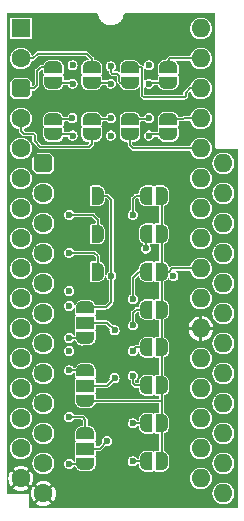
<source format=gbl>
%TF.GenerationSoftware,KiCad,Pcbnew,(6.0.1)*%
%TF.CreationDate,2022-02-10T14:07:36-05:00*%
%TF.ProjectId,23XX-Adapter,32335858-2d41-4646-9170-7465722e6b69,1*%
%TF.SameCoordinates,Original*%
%TF.FileFunction,Copper,L4,Bot*%
%TF.FilePolarity,Positive*%
%FSLAX46Y46*%
G04 Gerber Fmt 4.6, Leading zero omitted, Abs format (unit mm)*
G04 Created by KiCad (PCBNEW (6.0.1)) date 2022-02-10 14:07:36*
%MOMM*%
%LPD*%
G01*
G04 APERTURE LIST*
G04 Aperture macros list*
%AMOutline5P*
0 Free polygon, 5 corners , with rotation*
0 The origin of the aperture is its center*
0 number of corners: always 5*
0 $1 to $10 corner X, Y*
0 $11 Rotation angle, in degrees counterclockwise*
0 create outline with 5 corners*
4,1,5,$1,$2,$3,$4,$5,$6,$7,$8,$9,$10,$1,$2,$11*%
%AMOutline6P*
0 Free polygon, 6 corners , with rotation*
0 The origin of the aperture is its center*
0 number of corners: always 6*
0 $1 to $12 corner X, Y*
0 $13 Rotation angle, in degrees counterclockwise*
0 create outline with 6 corners*
4,1,6,$1,$2,$3,$4,$5,$6,$7,$8,$9,$10,$11,$12,$1,$2,$13*%
%AMOutline7P*
0 Free polygon, 7 corners , with rotation*
0 The origin of the aperture is its center*
0 number of corners: always 7*
0 $1 to $14 corner X, Y*
0 $15 Rotation angle, in degrees counterclockwise*
0 create outline with 7 corners*
4,1,7,$1,$2,$3,$4,$5,$6,$7,$8,$9,$10,$11,$12,$13,$14,$1,$2,$15*%
%AMOutline8P*
0 Free polygon, 8 corners , with rotation*
0 The origin of the aperture is its center*
0 number of corners: always 8*
0 $1 to $16 corner X, Y*
0 $17 Rotation angle, in degrees counterclockwise*
0 create outline with 8 corners*
4,1,8,$1,$2,$3,$4,$5,$6,$7,$8,$9,$10,$11,$12,$13,$14,$15,$16,$1,$2,$17*%
%AMFreePoly0*
4,1,22,0.500000,-0.750000,0.000000,-0.750000,0.000000,-0.745033,-0.079941,-0.743568,-0.215256,-0.701293,-0.333266,-0.622738,-0.424486,-0.514219,-0.481581,-0.384460,-0.499164,-0.250000,-0.500000,-0.250000,-0.500000,0.250000,-0.499164,0.250000,-0.499963,0.256109,-0.478152,0.396186,-0.417904,0.524511,-0.324060,0.630769,-0.204165,0.706417,-0.067858,0.745374,0.000000,0.744959,0.000000,0.750000,
0.500000,0.750000,0.500000,-0.750000,0.500000,-0.750000,$1*%
%AMFreePoly1*
4,1,20,0.000000,0.744959,0.073905,0.744508,0.209726,0.703889,0.328688,0.626782,0.421226,0.519385,0.479903,0.390333,0.500000,0.250000,0.500000,-0.250000,0.499851,-0.262216,0.476331,-0.402017,0.414519,-0.529596,0.319384,-0.634700,0.198574,-0.708877,0.061801,-0.746166,0.000000,-0.745033,0.000000,-0.750000,-0.500000,-0.750000,-0.500000,0.750000,0.000000,0.750000,0.000000,0.744959,
0.000000,0.744959,$1*%
%AMFreePoly2*
4,1,22,0.550000,-0.750000,0.000000,-0.750000,0.000000,-0.745033,-0.079941,-0.743568,-0.215256,-0.701293,-0.333266,-0.622738,-0.424486,-0.514219,-0.481581,-0.384460,-0.499164,-0.250000,-0.500000,-0.250000,-0.500000,0.250000,-0.499164,0.250000,-0.499963,0.256109,-0.478152,0.396186,-0.417904,0.524511,-0.324060,0.630769,-0.204165,0.706417,-0.067858,0.745374,0.000000,0.744959,0.000000,0.750000,
0.550000,0.750000,0.550000,-0.750000,0.550000,-0.750000,$1*%
%AMFreePoly3*
4,1,20,0.000000,0.744959,0.073905,0.744508,0.209726,0.703889,0.328688,0.626782,0.421226,0.519385,0.479903,0.390333,0.500000,0.250000,0.500000,-0.250000,0.499851,-0.262216,0.476331,-0.402017,0.414519,-0.529596,0.319384,-0.634700,0.198574,-0.708877,0.061801,-0.746166,0.000000,-0.745033,0.000000,-0.750000,-0.550000,-0.750000,-0.550000,0.750000,0.000000,0.750000,0.000000,0.744959,
0.000000,0.744959,$1*%
G04 Aperture macros list end*
%TA.AperFunction,ComponentPad*%
%ADD10R,1.600000X1.600000*%
%TD*%
%TA.AperFunction,ComponentPad*%
%ADD11C,1.600000*%
%TD*%
%TA.AperFunction,ComponentPad*%
%ADD12Outline8P,-0.800000X0.480000X-0.480000X0.800000X0.480000X0.800000X0.800000X0.480000X0.800000X-0.480000X0.480000X-0.800000X-0.480000X-0.800000X-0.800000X-0.480000X0.000000*%
%TD*%
%TA.AperFunction,ComponentPad*%
%ADD13O,1.600000X1.600000*%
%TD*%
%TA.AperFunction,SMDPad,CuDef*%
%ADD14FreePoly0,180.000000*%
%TD*%
%TA.AperFunction,SMDPad,CuDef*%
%ADD15FreePoly1,180.000000*%
%TD*%
%TA.AperFunction,SMDPad,CuDef*%
%ADD16FreePoly2,90.000000*%
%TD*%
%TA.AperFunction,SMDPad,CuDef*%
%ADD17R,1.500000X1.000000*%
%TD*%
%TA.AperFunction,SMDPad,CuDef*%
%ADD18FreePoly3,90.000000*%
%TD*%
%TA.AperFunction,SMDPad,CuDef*%
%ADD19FreePoly0,270.000000*%
%TD*%
%TA.AperFunction,SMDPad,CuDef*%
%ADD20FreePoly1,270.000000*%
%TD*%
%TA.AperFunction,SMDPad,CuDef*%
%ADD21FreePoly0,90.000000*%
%TD*%
%TA.AperFunction,SMDPad,CuDef*%
%ADD22FreePoly1,90.000000*%
%TD*%
%TA.AperFunction,ViaPad*%
%ADD23C,0.600000*%
%TD*%
%TA.AperFunction,Conductor*%
%ADD24C,0.127000*%
%TD*%
G04 APERTURE END LIST*
D10*
X140045000Y-74375000D03*
D11*
X140045000Y-76915000D03*
D12*
X140045000Y-79455000D03*
D11*
X140045000Y-81995000D03*
X140045000Y-84535000D03*
X140045000Y-87075000D03*
X140045000Y-89615000D03*
X140045000Y-92155000D03*
X140045000Y-94695000D03*
X140045000Y-97235000D03*
X140045000Y-99775000D03*
X140045000Y-102315000D03*
X140045000Y-104855000D03*
X140045000Y-107395000D03*
X140045000Y-109935000D03*
X140045000Y-112475000D03*
D13*
X155285000Y-112475000D03*
X155285000Y-109935000D03*
X155285000Y-107395000D03*
X155285000Y-104855000D03*
X155285000Y-102315000D03*
X155285000Y-99775000D03*
X155285000Y-97235000D03*
X155285000Y-94695000D03*
X155285000Y-92155000D03*
X155285000Y-89615000D03*
X155285000Y-87075000D03*
X155285000Y-84535000D03*
X155285000Y-81995000D03*
X155285000Y-79455000D03*
X155285000Y-76915000D03*
X155285000Y-74375000D03*
D12*
X141950000Y-85805000D03*
D11*
X141950000Y-88345000D03*
X141950000Y-90885000D03*
X141950000Y-93425000D03*
X141950000Y-95965000D03*
X141950000Y-98505000D03*
X141950000Y-101045000D03*
X141950000Y-103585000D03*
X141950000Y-106125000D03*
X141950000Y-108665000D03*
X141950000Y-111205000D03*
X141950000Y-113745000D03*
D13*
X157190000Y-113745000D03*
X157190000Y-111205000D03*
X157190000Y-108665000D03*
X157190000Y-106125000D03*
X157190000Y-103585000D03*
X157190000Y-101045000D03*
X157190000Y-98505000D03*
X157190000Y-95965000D03*
X157190000Y-93425000D03*
X157190000Y-90885000D03*
X157190000Y-88345000D03*
X157190000Y-85805000D03*
D14*
X151950000Y-107800000D03*
D15*
X150650000Y-107800000D03*
D14*
X151950000Y-94960000D03*
D15*
X150650000Y-94960000D03*
D14*
X151950000Y-104590000D03*
D15*
X150650000Y-104590000D03*
D16*
X145500000Y-111242852D03*
D17*
X145500000Y-109942852D03*
D18*
X145500000Y-108642852D03*
D19*
X146038000Y-77655000D03*
D20*
X146038000Y-78955000D03*
D16*
X145500000Y-105913424D03*
D17*
X145500000Y-104613424D03*
D18*
X145500000Y-103313424D03*
D14*
X151950000Y-88540000D03*
D15*
X150650000Y-88540000D03*
D14*
X151950000Y-101380000D03*
D15*
X150650000Y-101380000D03*
D16*
X145500000Y-100583997D03*
D17*
X145500000Y-99283997D03*
D18*
X145500000Y-97983997D03*
D14*
X151950000Y-91750000D03*
D15*
X150650000Y-91750000D03*
D19*
X152514000Y-82050000D03*
D20*
X152514000Y-83350000D03*
D14*
X146550000Y-88540000D03*
D15*
X145250000Y-88540000D03*
D14*
X146550000Y-91775143D03*
D15*
X145250000Y-91775143D03*
D14*
X151950000Y-98170000D03*
D15*
X150650000Y-98170000D03*
D14*
X146550000Y-94960000D03*
D15*
X145250000Y-94960000D03*
D19*
X152514000Y-77655000D03*
D20*
X152514000Y-78955000D03*
D21*
X142800000Y-83350000D03*
D22*
X142800000Y-82050000D03*
D21*
X146038000Y-83350000D03*
D22*
X146038000Y-82050000D03*
D14*
X151950000Y-111010000D03*
D15*
X150650000Y-111010000D03*
D19*
X142800000Y-77655000D03*
D20*
X142800000Y-78955000D03*
D21*
X149276000Y-83350000D03*
D22*
X149276000Y-82050000D03*
D19*
X149276000Y-77655000D03*
D20*
X149276000Y-78955000D03*
D23*
X144131750Y-100583997D03*
X144418999Y-83437500D03*
X144400000Y-81962500D03*
X144131750Y-111242852D03*
X147656999Y-81962500D03*
X150894999Y-81962500D03*
X150894999Y-83437500D03*
X144418999Y-79042500D03*
X147656999Y-79042500D03*
X147656999Y-77567500D03*
X150894999Y-79042500D03*
X149517499Y-90144999D03*
X150650000Y-93000000D03*
X149517499Y-97274999D03*
X149517499Y-99514999D03*
X149517499Y-101680000D03*
X149517499Y-103770000D03*
X149517499Y-107800000D03*
X149517499Y-111010000D03*
X147968748Y-99921497D03*
X147700000Y-95330000D03*
X147968748Y-103975924D03*
X144131750Y-96600000D03*
X144131750Y-90157571D03*
X144131750Y-103313424D03*
X147337499Y-109305352D03*
X144131750Y-107278137D03*
X144131750Y-97870000D03*
X144131750Y-93367571D03*
X150894999Y-77480000D03*
X144131750Y-101680000D03*
X152951999Y-95330000D03*
X144418999Y-77480000D03*
X147656999Y-83437500D03*
D24*
X142800000Y-83350000D02*
X144331499Y-83350000D01*
X145500000Y-100583997D02*
X144131750Y-100583997D01*
X144331499Y-83350000D02*
X144418999Y-83437500D01*
X142800000Y-82050000D02*
X144312500Y-82050000D01*
X144312500Y-82050000D02*
X144400000Y-81962500D01*
X141100000Y-83300000D02*
X140300000Y-83300000D01*
X146038000Y-84162000D02*
X145800000Y-84400000D01*
X140045000Y-83045000D02*
X140045000Y-81995000D01*
X140300000Y-83300000D02*
X140045000Y-83045000D01*
X141200000Y-83400000D02*
X141100000Y-83300000D01*
X146038000Y-83350000D02*
X146038000Y-84162000D01*
X145800000Y-84400000D02*
X141700000Y-84400000D01*
X141200000Y-83900000D02*
X141200000Y-83400000D01*
X145500000Y-111242852D02*
X144131750Y-111242852D01*
X141700000Y-84400000D02*
X141200000Y-83900000D01*
X147569499Y-82050000D02*
X147656999Y-81962500D01*
X146038000Y-82050000D02*
X147569499Y-82050000D01*
X149276000Y-83350000D02*
X149276000Y-84276000D01*
X149535000Y-84535000D02*
X155285000Y-84535000D01*
X149276000Y-84276000D02*
X149535000Y-84535000D01*
X149276000Y-82050000D02*
X150807499Y-82050000D01*
X150807499Y-82050000D02*
X150894999Y-81962500D01*
X153800000Y-82050000D02*
X153855000Y-81995000D01*
X153855000Y-81995000D02*
X155285000Y-81995000D01*
X152514000Y-82050000D02*
X153800000Y-82050000D01*
X150982499Y-83350000D02*
X150894999Y-83437500D01*
X152514000Y-83350000D02*
X150982499Y-83350000D01*
X141145000Y-79455000D02*
X140045000Y-79455000D01*
X141400000Y-79200000D02*
X141145000Y-79455000D01*
X141745000Y-77655000D02*
X141400000Y-78000000D01*
X141400000Y-78000000D02*
X141400000Y-79200000D01*
X142800000Y-77655000D02*
X141745000Y-77655000D01*
X142800000Y-78955000D02*
X144331499Y-78955000D01*
X144331499Y-78955000D02*
X144418999Y-79042500D01*
X146038000Y-76938000D02*
X146038000Y-77655000D01*
X141450000Y-76500000D02*
X145600000Y-76500000D01*
X141035000Y-76915000D02*
X141450000Y-76500000D01*
X145600000Y-76500000D02*
X146038000Y-76938000D01*
X140045000Y-76915000D02*
X141035000Y-76915000D01*
X146038000Y-78955000D02*
X147569499Y-78955000D01*
X147569499Y-78955000D02*
X147656999Y-79042500D01*
X150310499Y-80050000D02*
X150310499Y-77760499D01*
X150460499Y-80200000D02*
X150310499Y-80050000D01*
X154000000Y-79800000D02*
X154000000Y-80100000D01*
X153900000Y-80200000D02*
X150460499Y-80200000D01*
X150205000Y-77655000D02*
X149276000Y-77655000D01*
X150310499Y-77760499D02*
X150205000Y-77655000D01*
X155285000Y-79455000D02*
X154345000Y-79455000D01*
X154345000Y-79455000D02*
X154000000Y-79800000D01*
X154000000Y-80100000D02*
X153900000Y-80200000D01*
X148355000Y-78850000D02*
X148355000Y-78355000D01*
X149276000Y-78955000D02*
X148460000Y-78955000D01*
X147762500Y-78200000D02*
X147656999Y-78094499D01*
X148200000Y-78200000D02*
X147762500Y-78200000D01*
X148355000Y-78355000D02*
X148200000Y-78200000D01*
X148460000Y-78955000D02*
X148355000Y-78850000D01*
X147656999Y-78094499D02*
X147656999Y-77567500D01*
X152685000Y-76915000D02*
X152514000Y-77086000D01*
X155285000Y-76915000D02*
X152685000Y-76915000D01*
X152514000Y-77086000D02*
X152514000Y-77655000D01*
X152514000Y-78955000D02*
X150982499Y-78955000D01*
X150982499Y-78955000D02*
X150894999Y-79042500D01*
X152550000Y-94960000D02*
X152815000Y-94695000D01*
X152815000Y-94695000D02*
X155285000Y-94695000D01*
X151950000Y-104590000D02*
X151950000Y-105950000D01*
X151950000Y-101380000D02*
X151950000Y-98170000D01*
X151950000Y-94960000D02*
X151950000Y-91750000D01*
X145500000Y-105913424D02*
X151913424Y-105913424D01*
X151950000Y-105950000D02*
X151950000Y-107800000D01*
X151950000Y-111010000D02*
X151950000Y-107800000D01*
X151950000Y-91750000D02*
X151950000Y-88540000D01*
X151950000Y-98170000D02*
X151950000Y-94960000D01*
X151950000Y-94960000D02*
X152550000Y-94960000D01*
X151950000Y-104590000D02*
X151950000Y-101380000D01*
X151913424Y-105913424D02*
X151950000Y-105950000D01*
X149517499Y-88782501D02*
X149517499Y-90144999D01*
X150650000Y-88540000D02*
X149760000Y-88540000D01*
X149760000Y-88540000D02*
X149517499Y-88782501D01*
X150650000Y-91750000D02*
X150650000Y-93000000D01*
X150040000Y-94960000D02*
X150650000Y-94960000D01*
X149517499Y-95482501D02*
X150040000Y-94960000D01*
X149517499Y-97274999D02*
X149517499Y-95482501D01*
X149517499Y-98482501D02*
X149830000Y-98170000D01*
X149517499Y-99514999D02*
X149517499Y-98482501D01*
X149830000Y-98170000D02*
X150650000Y-98170000D01*
X150650000Y-101380000D02*
X149817499Y-101380000D01*
X149817499Y-101380000D02*
X149517499Y-101680000D01*
X150650000Y-104590000D02*
X149690000Y-104590000D01*
X149517499Y-104417499D02*
X149517499Y-103770000D01*
X149690000Y-104590000D02*
X149517499Y-104417499D01*
X150650000Y-107800000D02*
X149517499Y-107800000D01*
X150650000Y-111010000D02*
X149517499Y-111010000D01*
X145500000Y-99283997D02*
X147331249Y-99283997D01*
X147331249Y-99283997D02*
X147968749Y-99921497D01*
X147700000Y-95330000D02*
X147700000Y-97500000D01*
X147700000Y-97500000D02*
X147216003Y-97983997D01*
X147216003Y-97983997D02*
X145500000Y-97983997D01*
X147700000Y-88900000D02*
X147700000Y-95330000D01*
X146550000Y-88540000D02*
X147340000Y-88540000D01*
X147340000Y-88540000D02*
X147700000Y-88900000D01*
X145500000Y-104613424D02*
X147331248Y-104613424D01*
X147331248Y-104613424D02*
X147968748Y-103975924D01*
X144131750Y-90157571D02*
X146157571Y-90157571D01*
X146550000Y-90550000D02*
X146550000Y-91775143D01*
X145500000Y-103313424D02*
X144131750Y-103313424D01*
X146157571Y-90157571D02*
X146550000Y-90550000D01*
X145500000Y-109942852D02*
X146699999Y-109942852D01*
X146699999Y-109942852D02*
X147337499Y-109305352D01*
X146550000Y-93650000D02*
X146550000Y-94960000D01*
X144131750Y-93367571D02*
X146267571Y-93367571D01*
X145500000Y-107500000D02*
X145278137Y-107278137D01*
X145278137Y-107278137D02*
X144131750Y-107278137D01*
X146267571Y-93367571D02*
X146550000Y-93650000D01*
X145500000Y-108642852D02*
X145500000Y-107500000D01*
%TA.AperFunction,Conductor*%
G36*
X146558161Y-73118306D02*
G01*
X146576200Y-73156732D01*
X146579097Y-73187990D01*
X146634886Y-73384068D01*
X146636169Y-73386645D01*
X146636170Y-73386647D01*
X146682485Y-73479659D01*
X146725754Y-73566556D01*
X146848607Y-73729240D01*
X146850738Y-73731182D01*
X146850741Y-73731186D01*
X146923934Y-73797910D01*
X146999262Y-73866580D01*
X147172587Y-73973899D01*
X147175278Y-73974941D01*
X147175281Y-73974943D01*
X147221477Y-73992839D01*
X147362681Y-74047541D01*
X147563070Y-74085000D01*
X147766930Y-74085000D01*
X147967319Y-74047541D01*
X148108523Y-73992839D01*
X148154719Y-73974943D01*
X148154722Y-73974941D01*
X148157413Y-73973899D01*
X148330738Y-73866580D01*
X148406066Y-73797910D01*
X148479259Y-73731186D01*
X148479262Y-73731182D01*
X148481393Y-73729240D01*
X148604246Y-73566556D01*
X148647515Y-73479659D01*
X148693830Y-73386647D01*
X148693831Y-73386645D01*
X148695114Y-73384068D01*
X148750903Y-73187990D01*
X148753800Y-73156732D01*
X148776106Y-73114416D01*
X148816033Y-73100000D01*
X156437500Y-73100000D01*
X156481694Y-73118306D01*
X156500000Y-73162500D01*
X156500000Y-84384123D01*
X156499955Y-84435449D01*
X156503002Y-84441794D01*
X156503002Y-84441795D01*
X156506958Y-84450034D01*
X156511552Y-84463188D01*
X156515150Y-84478962D01*
X156519537Y-84484467D01*
X156525089Y-84491435D01*
X156532549Y-84503328D01*
X156539453Y-84517705D01*
X156544950Y-84522101D01*
X156544951Y-84522102D01*
X156552092Y-84527813D01*
X156561935Y-84537673D01*
X156572015Y-84550323D01*
X156578352Y-84553380D01*
X156578355Y-84553382D01*
X156586378Y-84557251D01*
X156598261Y-84564734D01*
X156610715Y-84574694D01*
X156617572Y-84576271D01*
X156617577Y-84576273D01*
X156626489Y-84578322D01*
X156639634Y-84582938D01*
X156654202Y-84589965D01*
X156675886Y-84589984D01*
X156677201Y-84589985D01*
X156677217Y-84589986D01*
X156677277Y-84590000D01*
X156694123Y-84590000D01*
X156745192Y-84590045D01*
X156745449Y-84590045D01*
X156745528Y-84590007D01*
X156745593Y-84590000D01*
X158342500Y-84590000D01*
X158386694Y-84608306D01*
X158405000Y-84652500D01*
X158405000Y-114897500D01*
X158386694Y-114941694D01*
X158342500Y-114960000D01*
X140797500Y-114960000D01*
X140753306Y-114941694D01*
X140735000Y-114897500D01*
X140735000Y-114575308D01*
X141304446Y-114575308D01*
X141307250Y-114582077D01*
X141343228Y-114612697D01*
X141348227Y-114616171D01*
X141523324Y-114714030D01*
X141528895Y-114716464D01*
X141719661Y-114778448D01*
X141725618Y-114779757D01*
X141924785Y-114803506D01*
X141930865Y-114803634D01*
X142130863Y-114788245D01*
X142136855Y-114787188D01*
X142330058Y-114733245D01*
X142335721Y-114731048D01*
X142514774Y-114640602D01*
X142519896Y-114637352D01*
X142590296Y-114582349D01*
X142594980Y-114574069D01*
X142593260Y-114567865D01*
X141958790Y-113933395D01*
X141950000Y-113929754D01*
X141941210Y-113933395D01*
X141308087Y-114566518D01*
X141304446Y-114575308D01*
X140735000Y-114575308D01*
X140735000Y-113955877D01*
X140735039Y-113911589D01*
X140735039Y-113911588D01*
X140735045Y-113904551D01*
X140731998Y-113898205D01*
X140728042Y-113889966D01*
X140723448Y-113876812D01*
X140721415Y-113867901D01*
X140719850Y-113861038D01*
X140709911Y-113848565D01*
X140702450Y-113836671D01*
X140698593Y-113828639D01*
X140695547Y-113822295D01*
X140690049Y-113817898D01*
X140682908Y-113812187D01*
X140673065Y-113802327D01*
X140662985Y-113789677D01*
X140656648Y-113786620D01*
X140656645Y-113786618D01*
X140648622Y-113782749D01*
X140636738Y-113775265D01*
X140629782Y-113769702D01*
X140624285Y-113765306D01*
X140617428Y-113763729D01*
X140617423Y-113763727D01*
X140608511Y-113761678D01*
X140595366Y-113757062D01*
X140580798Y-113750035D01*
X140559114Y-113750016D01*
X140557799Y-113750015D01*
X140557783Y-113750014D01*
X140557723Y-113750000D01*
X140540877Y-113750000D01*
X140489808Y-113749955D01*
X140489551Y-113749955D01*
X140489472Y-113749993D01*
X140489407Y-113750000D01*
X138892500Y-113750000D01*
X138852087Y-113733260D01*
X140891259Y-113733260D01*
X140908044Y-113933147D01*
X140909140Y-113939121D01*
X140964434Y-114131950D01*
X140966667Y-114137592D01*
X141058364Y-114316014D01*
X141061649Y-114321112D01*
X141112571Y-114385359D01*
X141120885Y-114389987D01*
X141127210Y-114388185D01*
X141761605Y-113753790D01*
X141765246Y-113745000D01*
X142134754Y-113745000D01*
X142138395Y-113753790D01*
X142771747Y-114387142D01*
X142779288Y-114390265D01*
X142789441Y-114385617D01*
X142813439Y-114357814D01*
X142816950Y-114352837D01*
X142916024Y-114178437D01*
X142918501Y-114172873D01*
X142981818Y-113982537D01*
X142983164Y-113976613D01*
X143008467Y-113776314D01*
X143008711Y-113772819D01*
X143009076Y-113746738D01*
X143009003Y-113745000D01*
X156257391Y-113745000D01*
X156277771Y-113938900D01*
X156278784Y-113942017D01*
X156278784Y-113942018D01*
X156337006Y-114121210D01*
X156337008Y-114121215D01*
X156338019Y-114124326D01*
X156352822Y-114149965D01*
X156433865Y-114290338D01*
X156433868Y-114290342D01*
X156435503Y-114293174D01*
X156437694Y-114295608D01*
X156437696Y-114295610D01*
X156522674Y-114389987D01*
X156565963Y-114438064D01*
X156723695Y-114552663D01*
X156901808Y-114631964D01*
X156905012Y-114632645D01*
X157089315Y-114671820D01*
X157089319Y-114671820D01*
X157092516Y-114672500D01*
X157287484Y-114672500D01*
X157290681Y-114671820D01*
X157290685Y-114671820D01*
X157474988Y-114632645D01*
X157478192Y-114631964D01*
X157656305Y-114552663D01*
X157814037Y-114438064D01*
X157857326Y-114389987D01*
X157942304Y-114295610D01*
X157942306Y-114295608D01*
X157944497Y-114293174D01*
X157946132Y-114290342D01*
X157946135Y-114290338D01*
X158027178Y-114149965D01*
X158041981Y-114124326D01*
X158042992Y-114121215D01*
X158042994Y-114121210D01*
X158101216Y-113942018D01*
X158101216Y-113942017D01*
X158102229Y-113938900D01*
X158122609Y-113745000D01*
X158102229Y-113551100D01*
X158096554Y-113533634D01*
X158042994Y-113368790D01*
X158042992Y-113368785D01*
X158041981Y-113365674D01*
X158007129Y-113305308D01*
X157946135Y-113199662D01*
X157946132Y-113199658D01*
X157944497Y-113196826D01*
X157920330Y-113169985D01*
X157816226Y-113054367D01*
X157816225Y-113054366D01*
X157814037Y-113051936D01*
X157656305Y-112937337D01*
X157478192Y-112858036D01*
X157446078Y-112851210D01*
X157290685Y-112818180D01*
X157290681Y-112818180D01*
X157287484Y-112817500D01*
X157092516Y-112817500D01*
X157089319Y-112818180D01*
X157089315Y-112818180D01*
X156933922Y-112851210D01*
X156901808Y-112858036D01*
X156723696Y-112937337D01*
X156721051Y-112939259D01*
X156721047Y-112939261D01*
X156568612Y-113050011D01*
X156568610Y-113050013D01*
X156565963Y-113051936D01*
X156504439Y-113120265D01*
X156461401Y-113168064D01*
X156435503Y-113196826D01*
X156433868Y-113199658D01*
X156433865Y-113199662D01*
X156372871Y-113305308D01*
X156338019Y-113365674D01*
X156337008Y-113368785D01*
X156337006Y-113368790D01*
X156283446Y-113533634D01*
X156277771Y-113551100D01*
X156257391Y-113745000D01*
X143009003Y-113745000D01*
X143008931Y-113743272D01*
X142989228Y-113542326D01*
X142988046Y-113536358D01*
X142930071Y-113344336D01*
X142927751Y-113338708D01*
X142833582Y-113161601D01*
X142830216Y-113156536D01*
X142787696Y-113104401D01*
X142779317Y-113099890D01*
X142772742Y-113101863D01*
X142138395Y-113736210D01*
X142134754Y-113745000D01*
X141765246Y-113745000D01*
X141761605Y-113736210D01*
X141128674Y-113103279D01*
X141119884Y-113099638D01*
X141113262Y-113102381D01*
X141078086Y-113144302D01*
X141074649Y-113149323D01*
X140978018Y-113325095D01*
X140975619Y-113330693D01*
X140914969Y-113521886D01*
X140913703Y-113527840D01*
X140891344Y-113727171D01*
X140891259Y-113733260D01*
X138852087Y-113733260D01*
X138848306Y-113731694D01*
X138830000Y-113687500D01*
X138830000Y-113305308D01*
X139399446Y-113305308D01*
X139402250Y-113312077D01*
X139438228Y-113342697D01*
X139443227Y-113346171D01*
X139618324Y-113444030D01*
X139623895Y-113446464D01*
X139814661Y-113508448D01*
X139820618Y-113509757D01*
X140019785Y-113533506D01*
X140025865Y-113533634D01*
X140225863Y-113518245D01*
X140231855Y-113517188D01*
X140425058Y-113463245D01*
X140430721Y-113461048D01*
X140609774Y-113370602D01*
X140614896Y-113367352D01*
X140685296Y-113312349D01*
X140689980Y-113304069D01*
X140688260Y-113297865D01*
X140053790Y-112663395D01*
X140045000Y-112659754D01*
X140036210Y-112663395D01*
X139403087Y-113296518D01*
X139399446Y-113305308D01*
X138830000Y-113305308D01*
X138830000Y-112463260D01*
X138986259Y-112463260D01*
X139003044Y-112663147D01*
X139004140Y-112669121D01*
X139059434Y-112861950D01*
X139061667Y-112867592D01*
X139153364Y-113046014D01*
X139156649Y-113051112D01*
X139207571Y-113115359D01*
X139215885Y-113119987D01*
X139222210Y-113118185D01*
X139856605Y-112483790D01*
X139860246Y-112475000D01*
X140229754Y-112475000D01*
X140233395Y-112483790D01*
X140866747Y-113117142D01*
X140874288Y-113120265D01*
X140884441Y-113115617D01*
X140908439Y-113087814D01*
X140911950Y-113082837D01*
X141006840Y-112915802D01*
X141304971Y-112915802D01*
X141306857Y-112922252D01*
X141941210Y-113556605D01*
X141950000Y-113560246D01*
X141958790Y-113556605D01*
X142591564Y-112923831D01*
X142595205Y-112915041D01*
X142592520Y-112908560D01*
X142544598Y-112868916D01*
X142539549Y-112865511D01*
X142363112Y-112770112D01*
X142357494Y-112767750D01*
X142165877Y-112708434D01*
X142159928Y-112707213D01*
X141960426Y-112686245D01*
X141954357Y-112686202D01*
X141754582Y-112704384D01*
X141748615Y-112705522D01*
X141556190Y-112762156D01*
X141550544Y-112764437D01*
X141372782Y-112857368D01*
X141367694Y-112860698D01*
X141309541Y-112907455D01*
X141304971Y-112915802D01*
X141006840Y-112915802D01*
X141011024Y-112908437D01*
X141013501Y-112902873D01*
X141076818Y-112712537D01*
X141078164Y-112706613D01*
X141103467Y-112506314D01*
X141103711Y-112502819D01*
X141104076Y-112476738D01*
X141104003Y-112475000D01*
X154352391Y-112475000D01*
X154372771Y-112668900D01*
X154373784Y-112672017D01*
X154373784Y-112672018D01*
X154432006Y-112851210D01*
X154432008Y-112851215D01*
X154433019Y-112854326D01*
X154436698Y-112860698D01*
X154528865Y-113020338D01*
X154528868Y-113020342D01*
X154530503Y-113023174D01*
X154532694Y-113025608D01*
X154532696Y-113025610D01*
X154644088Y-113149323D01*
X154660963Y-113168064D01*
X154818695Y-113282663D01*
X154996808Y-113361964D01*
X155000012Y-113362645D01*
X155184315Y-113401820D01*
X155184319Y-113401820D01*
X155187516Y-113402500D01*
X155382484Y-113402500D01*
X155385681Y-113401820D01*
X155385685Y-113401820D01*
X155569988Y-113362645D01*
X155573192Y-113361964D01*
X155751305Y-113282663D01*
X155909037Y-113168064D01*
X155925912Y-113149323D01*
X156037304Y-113025610D01*
X156037306Y-113025608D01*
X156039497Y-113023174D01*
X156041132Y-113020342D01*
X156041135Y-113020338D01*
X156133302Y-112860698D01*
X156136981Y-112854326D01*
X156137992Y-112851215D01*
X156137994Y-112851210D01*
X156196216Y-112672018D01*
X156196216Y-112672017D01*
X156197229Y-112668900D01*
X156217609Y-112475000D01*
X156197229Y-112281100D01*
X156192439Y-112266358D01*
X156137994Y-112098790D01*
X156137992Y-112098785D01*
X156136981Y-112095674D01*
X156087945Y-112010741D01*
X156041135Y-111929662D01*
X156041132Y-111929658D01*
X156039497Y-111926826D01*
X156015330Y-111899985D01*
X155911226Y-111784367D01*
X155911225Y-111784366D01*
X155909037Y-111781936D01*
X155751305Y-111667337D01*
X155573192Y-111588036D01*
X155541078Y-111581210D01*
X155385685Y-111548180D01*
X155385681Y-111548180D01*
X155382484Y-111547500D01*
X155187516Y-111547500D01*
X155184319Y-111548180D01*
X155184315Y-111548180D01*
X155028922Y-111581210D01*
X154996808Y-111588036D01*
X154818696Y-111667337D01*
X154816051Y-111669259D01*
X154816047Y-111669261D01*
X154663612Y-111780011D01*
X154663610Y-111780013D01*
X154660963Y-111781936D01*
X154597947Y-111851922D01*
X154556401Y-111898064D01*
X154530503Y-111926826D01*
X154528868Y-111929658D01*
X154528865Y-111929662D01*
X154482055Y-112010741D01*
X154433019Y-112095674D01*
X154432008Y-112098785D01*
X154432006Y-112098790D01*
X154377561Y-112266358D01*
X154372771Y-112281100D01*
X154352391Y-112475000D01*
X141104003Y-112475000D01*
X141103931Y-112473272D01*
X141084228Y-112272326D01*
X141083046Y-112266358D01*
X141025071Y-112074336D01*
X141022751Y-112068708D01*
X140928582Y-111891601D01*
X140925216Y-111886536D01*
X140882696Y-111834401D01*
X140874317Y-111829890D01*
X140867742Y-111831863D01*
X140233395Y-112466210D01*
X140229754Y-112475000D01*
X139860246Y-112475000D01*
X139856605Y-112466210D01*
X139223674Y-111833279D01*
X139214884Y-111829638D01*
X139208262Y-111832381D01*
X139173086Y-111874302D01*
X139169649Y-111879323D01*
X139073018Y-112055095D01*
X139070619Y-112060693D01*
X139009969Y-112251886D01*
X139008703Y-112257840D01*
X138986344Y-112457171D01*
X138986259Y-112463260D01*
X138830000Y-112463260D01*
X138830000Y-111645802D01*
X139399971Y-111645802D01*
X139401857Y-111652252D01*
X140036210Y-112286605D01*
X140045000Y-112290246D01*
X140053790Y-112286605D01*
X140686564Y-111653831D01*
X140690205Y-111645041D01*
X140687520Y-111638560D01*
X140639598Y-111598916D01*
X140634549Y-111595511D01*
X140458112Y-111500112D01*
X140452494Y-111497750D01*
X140260877Y-111438434D01*
X140254928Y-111437213D01*
X140055426Y-111416245D01*
X140049357Y-111416202D01*
X139849582Y-111434384D01*
X139843615Y-111435522D01*
X139651190Y-111492156D01*
X139645544Y-111494437D01*
X139467782Y-111587368D01*
X139462694Y-111590698D01*
X139404541Y-111637455D01*
X139399971Y-111645802D01*
X138830000Y-111645802D01*
X138830000Y-111205000D01*
X141017391Y-111205000D01*
X141037771Y-111398900D01*
X141038784Y-111402017D01*
X141038784Y-111402018D01*
X141097006Y-111581210D01*
X141097008Y-111581215D01*
X141098019Y-111584326D01*
X141120571Y-111623388D01*
X141193865Y-111750338D01*
X141193868Y-111750342D01*
X141195503Y-111753174D01*
X141197694Y-111755608D01*
X141197696Y-111755610D01*
X141313723Y-111884470D01*
X141325963Y-111898064D01*
X141483695Y-112012663D01*
X141661808Y-112091964D01*
X141665012Y-112092645D01*
X141849315Y-112131820D01*
X141849319Y-112131820D01*
X141852516Y-112132500D01*
X142047484Y-112132500D01*
X142050681Y-112131820D01*
X142050685Y-112131820D01*
X142234988Y-112092645D01*
X142238192Y-112091964D01*
X142416305Y-112012663D01*
X142574037Y-111898064D01*
X142586277Y-111884470D01*
X142702304Y-111755610D01*
X142702306Y-111755608D01*
X142704497Y-111753174D01*
X142706132Y-111750342D01*
X142706135Y-111750338D01*
X142779429Y-111623388D01*
X142801981Y-111584326D01*
X142802992Y-111581215D01*
X142802994Y-111581210D01*
X142861216Y-111402018D01*
X142861216Y-111402017D01*
X142862229Y-111398900D01*
X142879185Y-111237576D01*
X143699886Y-111237576D01*
X143700463Y-111241989D01*
X143700463Y-111241990D01*
X143701713Y-111251551D01*
X143715764Y-111358997D01*
X143717557Y-111363072D01*
X143759154Y-111457607D01*
X143765083Y-111471082D01*
X143843877Y-111564820D01*
X143847582Y-111567286D01*
X143847584Y-111567288D01*
X143919464Y-111615135D01*
X143945814Y-111632675D01*
X144062698Y-111669192D01*
X144067148Y-111669274D01*
X144067151Y-111669274D01*
X144116824Y-111670184D01*
X144185133Y-111671436D01*
X144264763Y-111649727D01*
X144298976Y-111640400D01*
X144298979Y-111640399D01*
X144303277Y-111639227D01*
X144307073Y-111636896D01*
X144307076Y-111636895D01*
X144403833Y-111577485D01*
X144407631Y-111575153D01*
X144489808Y-111484365D01*
X144497204Y-111469100D01*
X144532948Y-111437310D01*
X144553450Y-111433852D01*
X144602184Y-111433852D01*
X144646378Y-111452158D01*
X144662278Y-111479179D01*
X144663896Y-111484840D01*
X144678946Y-111518486D01*
X144755372Y-111639614D01*
X144779261Y-111667683D01*
X144886612Y-111762491D01*
X144917418Y-111782727D01*
X144931867Y-111789511D01*
X145045051Y-111842652D01*
X145045059Y-111842655D01*
X145047063Y-111843596D01*
X145049190Y-111844246D01*
X145049192Y-111844247D01*
X145080181Y-111853721D01*
X145080187Y-111853722D01*
X145082312Y-111854372D01*
X145223830Y-111876406D01*
X145237963Y-111876579D01*
X145258449Y-111876830D01*
X145258454Y-111876830D01*
X145260684Y-111876857D01*
X145287291Y-111873378D01*
X145295393Y-111872850D01*
X145696154Y-111872850D01*
X145705770Y-111873594D01*
X145723830Y-111876406D01*
X145738232Y-111876582D01*
X145758450Y-111876830D01*
X145758455Y-111876830D01*
X145760684Y-111876857D01*
X145902698Y-111858287D01*
X145938200Y-111848374D01*
X145940233Y-111847479D01*
X145940237Y-111847478D01*
X146067254Y-111791588D01*
X146069293Y-111790691D01*
X146100584Y-111771215D01*
X146210219Y-111679058D01*
X146234786Y-111651580D01*
X146290896Y-111567288D01*
X146312914Y-111534211D01*
X146312917Y-111534206D01*
X146314149Y-111532355D01*
X146330017Y-111499087D01*
X146331470Y-111494437D01*
X146372065Y-111364501D01*
X146372066Y-111364497D01*
X146372727Y-111362381D01*
X146373991Y-111354581D01*
X146375979Y-111342301D01*
X146378620Y-111325998D01*
X146378932Y-111309009D01*
X146380265Y-111236248D01*
X146381245Y-111182799D01*
X146380477Y-111176632D01*
X146379998Y-111168908D01*
X146379998Y-110692852D01*
X146378344Y-110684539D01*
X146371303Y-110649139D01*
X146371302Y-110649137D01*
X146370102Y-110643104D01*
X146343021Y-110602575D01*
X146333689Y-110555659D01*
X146343021Y-110533129D01*
X146370102Y-110492600D01*
X146371493Y-110485610D01*
X146376901Y-110458421D01*
X146377500Y-110455410D01*
X146377500Y-110196352D01*
X146395806Y-110152158D01*
X146440000Y-110133852D01*
X146656767Y-110133852D01*
X146664106Y-110135102D01*
X146664189Y-110134375D01*
X146671180Y-110135172D01*
X146677821Y-110137504D01*
X146684814Y-110136726D01*
X146684815Y-110136726D01*
X146707196Y-110134235D01*
X146714109Y-110133852D01*
X146721532Y-110133852D01*
X146728464Y-110132271D01*
X146735417Y-110131095D01*
X146764428Y-110127866D01*
X146770392Y-110124133D01*
X146774340Y-110122758D01*
X146778099Y-110120949D01*
X146784958Y-110119384D01*
X146807773Y-110101203D01*
X146813558Y-110097108D01*
X146816714Y-110095132D01*
X146816716Y-110095131D01*
X146819710Y-110093256D01*
X146824922Y-110088044D01*
X146830166Y-110083359D01*
X146847603Y-110069464D01*
X146847603Y-110069463D01*
X146853108Y-110065077D01*
X146856166Y-110058738D01*
X146860557Y-110053237D01*
X146861091Y-110053663D01*
X146865467Y-110047499D01*
X147175287Y-109737679D01*
X147219481Y-109719373D01*
X147238119Y-109722217D01*
X147251765Y-109726480D01*
X147268447Y-109731692D01*
X147272897Y-109731774D01*
X147272900Y-109731774D01*
X147322573Y-109732684D01*
X147390882Y-109733936D01*
X147444300Y-109719373D01*
X147504725Y-109702900D01*
X147504728Y-109702899D01*
X147509026Y-109701727D01*
X147512822Y-109699396D01*
X147512825Y-109699395D01*
X147609582Y-109639985D01*
X147613380Y-109637653D01*
X147695557Y-109546865D01*
X147748950Y-109436663D01*
X147750022Y-109430294D01*
X147768866Y-109318280D01*
X147769266Y-109315904D01*
X147769395Y-109305352D01*
X147752035Y-109184133D01*
X147701351Y-109072659D01*
X147680135Y-109048036D01*
X147624325Y-108983266D01*
X147621417Y-108979891D01*
X147518659Y-108913287D01*
X147401337Y-108878200D01*
X147340111Y-108877826D01*
X147283337Y-108877479D01*
X147283336Y-108877479D01*
X147278884Y-108877452D01*
X147161143Y-108911103D01*
X147057579Y-108976447D01*
X147054636Y-108979779D01*
X147054634Y-108979781D01*
X146994954Y-109047355D01*
X146976517Y-109068231D01*
X146974625Y-109072261D01*
X146926367Y-109175047D01*
X146926366Y-109175050D01*
X146924475Y-109179078D01*
X146905635Y-109300076D01*
X146906212Y-109304489D01*
X146906212Y-109304490D01*
X146908600Y-109322750D01*
X146918590Y-109399139D01*
X146920959Y-109417257D01*
X146908539Y-109463451D01*
X146903181Y-109469555D01*
X146639190Y-109733546D01*
X146594996Y-109751852D01*
X146440000Y-109751852D01*
X146395806Y-109733546D01*
X146377500Y-109689352D01*
X146377500Y-109430294D01*
X146370102Y-109393104D01*
X146343021Y-109352575D01*
X146333689Y-109305659D01*
X146343021Y-109283129D01*
X146370102Y-109242600D01*
X146371302Y-109236567D01*
X146371303Y-109236565D01*
X146379399Y-109195863D01*
X146379998Y-109192852D01*
X146379998Y-108651425D01*
X146380008Y-108650279D01*
X146381245Y-108582799D01*
X146376689Y-108546222D01*
X146374525Y-108538282D01*
X146340928Y-108415055D01*
X146339016Y-108408042D01*
X146324378Y-108374216D01*
X146323221Y-108372331D01*
X146250599Y-108254054D01*
X146250595Y-108254049D01*
X146249438Y-108252164D01*
X146225895Y-108223805D01*
X146119711Y-108127691D01*
X146089153Y-108107080D01*
X146087161Y-108106115D01*
X146087156Y-108106112D01*
X145962265Y-108045604D01*
X145962266Y-108045604D01*
X145960261Y-108044633D01*
X145936660Y-108037101D01*
X145927264Y-108034102D01*
X145927260Y-108034101D01*
X145925148Y-108033427D01*
X145783910Y-108009665D01*
X145782727Y-108009559D01*
X145782720Y-108009558D01*
X145765127Y-108007980D01*
X145765122Y-108007980D01*
X145763932Y-108007873D01*
X145762736Y-108007858D01*
X145762729Y-108007858D01*
X145752735Y-108007736D01*
X145708768Y-107988891D01*
X145691000Y-107945241D01*
X145691000Y-107543234D01*
X145692253Y-107535893D01*
X145691524Y-107535810D01*
X145692321Y-107528819D01*
X145694653Y-107522178D01*
X145692894Y-107506367D01*
X145691383Y-107492794D01*
X145691000Y-107485881D01*
X145691000Y-107478467D01*
X145689421Y-107471544D01*
X145688245Y-107464591D01*
X145685015Y-107435571D01*
X145681281Y-107429607D01*
X145679910Y-107425670D01*
X145678097Y-107421904D01*
X145676532Y-107415041D01*
X145658354Y-107392229D01*
X145654260Y-107386446D01*
X145652284Y-107383290D01*
X145652279Y-107383284D01*
X145650404Y-107380289D01*
X145645191Y-107375076D01*
X145640506Y-107369832D01*
X145626612Y-107352396D01*
X145626611Y-107352396D01*
X145622225Y-107346891D01*
X145615886Y-107343833D01*
X145610385Y-107339442D01*
X145610811Y-107338908D01*
X145604647Y-107334532D01*
X145443765Y-107173650D01*
X145439460Y-107167576D01*
X145438887Y-107168032D01*
X145434506Y-107162524D01*
X145431459Y-107156179D01*
X145408376Y-107137719D01*
X145403217Y-107133102D01*
X145397968Y-107127853D01*
X145391965Y-107124080D01*
X145386189Y-107119975D01*
X145363404Y-107101754D01*
X145356544Y-107100177D01*
X145352784Y-107098359D01*
X145348848Y-107096981D01*
X145342889Y-107093235D01*
X145335895Y-107092444D01*
X145335894Y-107092444D01*
X145313901Y-107089958D01*
X145306924Y-107088766D01*
X145299840Y-107087137D01*
X145292466Y-107087137D01*
X145285445Y-107086741D01*
X145283764Y-107086551D01*
X145256299Y-107083446D01*
X145249654Y-107085767D01*
X145242660Y-107086551D01*
X145242584Y-107085873D01*
X145235132Y-107087137D01*
X144554799Y-107087137D01*
X144510605Y-107068831D01*
X144497906Y-107050510D01*
X144497447Y-107049502D01*
X144495602Y-107045444D01*
X144415668Y-106952676D01*
X144312910Y-106886072D01*
X144195588Y-106850985D01*
X144134361Y-106850611D01*
X144077588Y-106850264D01*
X144077587Y-106850264D01*
X144073135Y-106850237D01*
X143955394Y-106883888D01*
X143851830Y-106949232D01*
X143848887Y-106952564D01*
X143848885Y-106952566D01*
X143773715Y-107037679D01*
X143770768Y-107041016D01*
X143768876Y-107045046D01*
X143720618Y-107147832D01*
X143720617Y-107147835D01*
X143718726Y-107151863D01*
X143699886Y-107272861D01*
X143715764Y-107394282D01*
X143717557Y-107398357D01*
X143761021Y-107497135D01*
X143765083Y-107506367D01*
X143791060Y-107537271D01*
X143836419Y-107591232D01*
X143843877Y-107600105D01*
X143847582Y-107602571D01*
X143847584Y-107602573D01*
X143859400Y-107610438D01*
X143945814Y-107667960D01*
X144062698Y-107704477D01*
X144067148Y-107704559D01*
X144067151Y-107704559D01*
X144116824Y-107705469D01*
X144185133Y-107706721D01*
X144237838Y-107692352D01*
X144298976Y-107675685D01*
X144298979Y-107675684D01*
X144303277Y-107674512D01*
X144307073Y-107672181D01*
X144307076Y-107672180D01*
X144403833Y-107612770D01*
X144407631Y-107610438D01*
X144489808Y-107519650D01*
X144497204Y-107504385D01*
X144532948Y-107472595D01*
X144553450Y-107469137D01*
X145173134Y-107469137D01*
X145217328Y-107487443D01*
X145290694Y-107560809D01*
X145309000Y-107605003D01*
X145309000Y-107945421D01*
X145290694Y-107989615D01*
X145250560Y-108007789D01*
X145249270Y-108007873D01*
X145231571Y-108009025D01*
X145230386Y-108009195D01*
X145230383Y-108009195D01*
X145204834Y-108012854D01*
X145089794Y-108029329D01*
X145054417Y-108039674D01*
X145052396Y-108040593D01*
X145052393Y-108040594D01*
X144947989Y-108088064D01*
X144924038Y-108098954D01*
X144892987Y-108118812D01*
X144784486Y-108212302D01*
X144783023Y-108213979D01*
X144783020Y-108213982D01*
X144779787Y-108217688D01*
X144760256Y-108240077D01*
X144682356Y-108360262D01*
X144666895Y-108393722D01*
X144625859Y-108530940D01*
X144620411Y-108567393D01*
X144620397Y-108569606D01*
X144620397Y-108569612D01*
X144620006Y-108633741D01*
X144619536Y-108710614D01*
X144619837Y-108712815D01*
X144619870Y-108713315D01*
X144620002Y-108717375D01*
X144620002Y-109192852D01*
X144620601Y-109195863D01*
X144628697Y-109236565D01*
X144628698Y-109236567D01*
X144629898Y-109242600D01*
X144656979Y-109283129D01*
X144666311Y-109330045D01*
X144656979Y-109352574D01*
X144629898Y-109393104D01*
X144622500Y-109430294D01*
X144622500Y-110455410D01*
X144623099Y-110458421D01*
X144628508Y-110485610D01*
X144629898Y-110492600D01*
X144656979Y-110533129D01*
X144666311Y-110580045D01*
X144656979Y-110602574D01*
X144629898Y-110643104D01*
X144628698Y-110649137D01*
X144628697Y-110649139D01*
X144621656Y-110684539D01*
X144620002Y-110692852D01*
X144620002Y-110989352D01*
X144601696Y-111033546D01*
X144557502Y-111051852D01*
X144554799Y-111051852D01*
X144510605Y-111033546D01*
X144497906Y-111015225D01*
X144497447Y-111014217D01*
X144495602Y-111010159D01*
X144415668Y-110917391D01*
X144312910Y-110850787D01*
X144195588Y-110815700D01*
X144134361Y-110815326D01*
X144077588Y-110814979D01*
X144077587Y-110814979D01*
X144073135Y-110814952D01*
X143955394Y-110848603D01*
X143851830Y-110913947D01*
X143848887Y-110917279D01*
X143848885Y-110917281D01*
X143775541Y-111000327D01*
X143770768Y-111005731D01*
X143768876Y-111009761D01*
X143720618Y-111112547D01*
X143720617Y-111112550D01*
X143718726Y-111116578D01*
X143699886Y-111237576D01*
X142879185Y-111237576D01*
X142882609Y-111205000D01*
X142862229Y-111011100D01*
X142832878Y-110920766D01*
X142802994Y-110828790D01*
X142802992Y-110828785D01*
X142801981Y-110825674D01*
X142756715Y-110747271D01*
X142706135Y-110659662D01*
X142706132Y-110659658D01*
X142704497Y-110656826D01*
X142680330Y-110629985D01*
X142576226Y-110514367D01*
X142576225Y-110514366D01*
X142574037Y-110511936D01*
X142416305Y-110397337D01*
X142238192Y-110318036D01*
X142206078Y-110311210D01*
X142050685Y-110278180D01*
X142050681Y-110278180D01*
X142047484Y-110277500D01*
X141852516Y-110277500D01*
X141849319Y-110278180D01*
X141849315Y-110278180D01*
X141693922Y-110311210D01*
X141661808Y-110318036D01*
X141483696Y-110397337D01*
X141481051Y-110399259D01*
X141481047Y-110399261D01*
X141328612Y-110510011D01*
X141328610Y-110510013D01*
X141325963Y-110511936D01*
X141260309Y-110584852D01*
X141221401Y-110628064D01*
X141195503Y-110656826D01*
X141193868Y-110659658D01*
X141193865Y-110659662D01*
X141143285Y-110747271D01*
X141098019Y-110825674D01*
X141097008Y-110828785D01*
X141097006Y-110828790D01*
X141067122Y-110920766D01*
X141037771Y-111011100D01*
X141017391Y-111205000D01*
X138830000Y-111205000D01*
X138830000Y-109935000D01*
X139112391Y-109935000D01*
X139132771Y-110128900D01*
X139133784Y-110132017D01*
X139133784Y-110132018D01*
X139192006Y-110311210D01*
X139192008Y-110311215D01*
X139193019Y-110314326D01*
X139218647Y-110358715D01*
X139288865Y-110480338D01*
X139288868Y-110480342D01*
X139290503Y-110483174D01*
X139292694Y-110485608D01*
X139292696Y-110485610D01*
X139408775Y-110614528D01*
X139420963Y-110628064D01*
X139578695Y-110742663D01*
X139756808Y-110821964D01*
X139760012Y-110822645D01*
X139944315Y-110861820D01*
X139944319Y-110861820D01*
X139947516Y-110862500D01*
X140142484Y-110862500D01*
X140145681Y-110861820D01*
X140145685Y-110861820D01*
X140329988Y-110822645D01*
X140333192Y-110821964D01*
X140511305Y-110742663D01*
X140669037Y-110628064D01*
X140681225Y-110614528D01*
X140797304Y-110485610D01*
X140797306Y-110485608D01*
X140799497Y-110483174D01*
X140801132Y-110480342D01*
X140801135Y-110480338D01*
X140871353Y-110358715D01*
X140896981Y-110314326D01*
X140897992Y-110311215D01*
X140897994Y-110311210D01*
X140956216Y-110132018D01*
X140956216Y-110132017D01*
X140957229Y-110128900D01*
X140977609Y-109935000D01*
X140957229Y-109741100D01*
X140956216Y-109737982D01*
X140897994Y-109558790D01*
X140897992Y-109558785D01*
X140896981Y-109555674D01*
X140847945Y-109470741D01*
X140801135Y-109389662D01*
X140801132Y-109389658D01*
X140799497Y-109386826D01*
X140775330Y-109359985D01*
X140671226Y-109244367D01*
X140671225Y-109244366D01*
X140669037Y-109241936D01*
X140511305Y-109127337D01*
X140333192Y-109048036D01*
X140301078Y-109041210D01*
X140145685Y-109008180D01*
X140145681Y-109008180D01*
X140142484Y-109007500D01*
X139947516Y-109007500D01*
X139944319Y-109008180D01*
X139944315Y-109008180D01*
X139788922Y-109041210D01*
X139756808Y-109048036D01*
X139578696Y-109127337D01*
X139576051Y-109129259D01*
X139576047Y-109129261D01*
X139423612Y-109240011D01*
X139423610Y-109240013D01*
X139420963Y-109241936D01*
X139342962Y-109328565D01*
X139316401Y-109358064D01*
X139290503Y-109386826D01*
X139288868Y-109389658D01*
X139288865Y-109389662D01*
X139242055Y-109470741D01*
X139193019Y-109555674D01*
X139192008Y-109558785D01*
X139192006Y-109558790D01*
X139133784Y-109737982D01*
X139132771Y-109741100D01*
X139112391Y-109935000D01*
X138830000Y-109935000D01*
X138830000Y-108665000D01*
X141017391Y-108665000D01*
X141037771Y-108858900D01*
X141038784Y-108862017D01*
X141038784Y-108862018D01*
X141097006Y-109041210D01*
X141097008Y-109041215D01*
X141098019Y-109044326D01*
X141114147Y-109072261D01*
X141193865Y-109210338D01*
X141193868Y-109210342D01*
X141195503Y-109213174D01*
X141197694Y-109215608D01*
X141197696Y-109215610D01*
X141285830Y-109313492D01*
X141325963Y-109358064D01*
X141483695Y-109472663D01*
X141661808Y-109551964D01*
X141665012Y-109552645D01*
X141849315Y-109591820D01*
X141849319Y-109591820D01*
X141852516Y-109592500D01*
X142047484Y-109592500D01*
X142050681Y-109591820D01*
X142050685Y-109591820D01*
X142234988Y-109552645D01*
X142238192Y-109551964D01*
X142416305Y-109472663D01*
X142574037Y-109358064D01*
X142614170Y-109313492D01*
X142702304Y-109215610D01*
X142702306Y-109215608D01*
X142704497Y-109213174D01*
X142706132Y-109210342D01*
X142706135Y-109210338D01*
X142785853Y-109072261D01*
X142801981Y-109044326D01*
X142802992Y-109041215D01*
X142802994Y-109041210D01*
X142861216Y-108862018D01*
X142861216Y-108862017D01*
X142862229Y-108858900D01*
X142882609Y-108665000D01*
X142862229Y-108471100D01*
X142844019Y-108415055D01*
X142802994Y-108288790D01*
X142802992Y-108288785D01*
X142801981Y-108285674D01*
X142767725Y-108226340D01*
X142706135Y-108119662D01*
X142706132Y-108119658D01*
X142704497Y-108116826D01*
X142688455Y-108099009D01*
X142576226Y-107974367D01*
X142576225Y-107974366D01*
X142574037Y-107971936D01*
X142416305Y-107857337D01*
X142238192Y-107778036D01*
X142206078Y-107771210D01*
X142050685Y-107738180D01*
X142050681Y-107738180D01*
X142047484Y-107737500D01*
X141852516Y-107737500D01*
X141849319Y-107738180D01*
X141849315Y-107738180D01*
X141693922Y-107771210D01*
X141661808Y-107778036D01*
X141483696Y-107857337D01*
X141481051Y-107859259D01*
X141481047Y-107859261D01*
X141328612Y-107970011D01*
X141328610Y-107970013D01*
X141325963Y-107971936D01*
X141265532Y-108039051D01*
X141211546Y-108099009D01*
X141195503Y-108116826D01*
X141193868Y-108119658D01*
X141193865Y-108119662D01*
X141132275Y-108226340D01*
X141098019Y-108285674D01*
X141097008Y-108288785D01*
X141097006Y-108288790D01*
X141055981Y-108415055D01*
X141037771Y-108471100D01*
X141017391Y-108665000D01*
X138830000Y-108665000D01*
X138830000Y-107395000D01*
X139112391Y-107395000D01*
X139132771Y-107588900D01*
X139133784Y-107592017D01*
X139133784Y-107592018D01*
X139192006Y-107771210D01*
X139192008Y-107771215D01*
X139193019Y-107774326D01*
X139202257Y-107790327D01*
X139288865Y-107940338D01*
X139288868Y-107940342D01*
X139290503Y-107943174D01*
X139292694Y-107945608D01*
X139292696Y-107945610D01*
X139412229Y-108078364D01*
X139420963Y-108088064D01*
X139578695Y-108202663D01*
X139756808Y-108281964D01*
X139760012Y-108282645D01*
X139944315Y-108321820D01*
X139944319Y-108321820D01*
X139947516Y-108322500D01*
X140142484Y-108322500D01*
X140145681Y-108321820D01*
X140145685Y-108321820D01*
X140329988Y-108282645D01*
X140333192Y-108281964D01*
X140511305Y-108202663D01*
X140669037Y-108088064D01*
X140677771Y-108078364D01*
X140797304Y-107945610D01*
X140797306Y-107945608D01*
X140799497Y-107943174D01*
X140801132Y-107940342D01*
X140801135Y-107940338D01*
X140887743Y-107790327D01*
X140896981Y-107774326D01*
X140897992Y-107771215D01*
X140897994Y-107771210D01*
X140956216Y-107592018D01*
X140956216Y-107592017D01*
X140957229Y-107588900D01*
X140977609Y-107395000D01*
X140957229Y-107201100D01*
X140946485Y-107168032D01*
X140897994Y-107018790D01*
X140897992Y-107018785D01*
X140896981Y-107015674D01*
X140799497Y-106846826D01*
X140775330Y-106819985D01*
X140671226Y-106704367D01*
X140671225Y-106704366D01*
X140669037Y-106701936D01*
X140511305Y-106587337D01*
X140333192Y-106508036D01*
X140301078Y-106501210D01*
X140145685Y-106468180D01*
X140145681Y-106468180D01*
X140142484Y-106467500D01*
X139947516Y-106467500D01*
X139944319Y-106468180D01*
X139944315Y-106468180D01*
X139788922Y-106501210D01*
X139756808Y-106508036D01*
X139578696Y-106587337D01*
X139576051Y-106589259D01*
X139576047Y-106589261D01*
X139423612Y-106700011D01*
X139423610Y-106700013D01*
X139420963Y-106701936D01*
X139342962Y-106788565D01*
X139316401Y-106818064D01*
X139290503Y-106846826D01*
X139193019Y-107015674D01*
X139192008Y-107018785D01*
X139192006Y-107018790D01*
X139143515Y-107168032D01*
X139132771Y-107201100D01*
X139112391Y-107395000D01*
X138830000Y-107395000D01*
X138830000Y-106125000D01*
X141017391Y-106125000D01*
X141037771Y-106318900D01*
X141038784Y-106322017D01*
X141038784Y-106322018D01*
X141097006Y-106501210D01*
X141097008Y-106501215D01*
X141098019Y-106504326D01*
X141103156Y-106513224D01*
X141193865Y-106670338D01*
X141193868Y-106670342D01*
X141195503Y-106673174D01*
X141197694Y-106675608D01*
X141197696Y-106675610D01*
X141223589Y-106704367D01*
X141325963Y-106818064D01*
X141483695Y-106932663D01*
X141661808Y-107011964D01*
X141665012Y-107012645D01*
X141849315Y-107051820D01*
X141849319Y-107051820D01*
X141852516Y-107052500D01*
X142047484Y-107052500D01*
X142050681Y-107051820D01*
X142050685Y-107051820D01*
X142234988Y-107012645D01*
X142238192Y-107011964D01*
X142416305Y-106932663D01*
X142574037Y-106818064D01*
X142676411Y-106704367D01*
X142702304Y-106675610D01*
X142702306Y-106675608D01*
X142704497Y-106673174D01*
X142706132Y-106670342D01*
X142706135Y-106670338D01*
X142796844Y-106513224D01*
X142801981Y-106504326D01*
X142802992Y-106501215D01*
X142802994Y-106501210D01*
X142861216Y-106322018D01*
X142861216Y-106322017D01*
X142862229Y-106318900D01*
X142882609Y-106125000D01*
X142862229Y-105931100D01*
X142853773Y-105905074D01*
X142802994Y-105748790D01*
X142802992Y-105748785D01*
X142801981Y-105745674D01*
X142752945Y-105660741D01*
X142706135Y-105579662D01*
X142706132Y-105579658D01*
X142704497Y-105576826D01*
X142680330Y-105549985D01*
X142576226Y-105434367D01*
X142576225Y-105434366D01*
X142574037Y-105431936D01*
X142416305Y-105317337D01*
X142238192Y-105238036D01*
X142182654Y-105226231D01*
X142050685Y-105198180D01*
X142050681Y-105198180D01*
X142047484Y-105197500D01*
X141852516Y-105197500D01*
X141849319Y-105198180D01*
X141849315Y-105198180D01*
X141717346Y-105226231D01*
X141661808Y-105238036D01*
X141483696Y-105317337D01*
X141481051Y-105319259D01*
X141481047Y-105319261D01*
X141328612Y-105430011D01*
X141328610Y-105430013D01*
X141325963Y-105431936D01*
X141291692Y-105469998D01*
X141221401Y-105548064D01*
X141195503Y-105576826D01*
X141193868Y-105579658D01*
X141193865Y-105579662D01*
X141147055Y-105660741D01*
X141098019Y-105745674D01*
X141097008Y-105748785D01*
X141097006Y-105748790D01*
X141046227Y-105905074D01*
X141037771Y-105931100D01*
X141017391Y-106125000D01*
X138830000Y-106125000D01*
X138830000Y-104855000D01*
X139112391Y-104855000D01*
X139132771Y-105048900D01*
X139133784Y-105052017D01*
X139133784Y-105052018D01*
X139192006Y-105231210D01*
X139192008Y-105231215D01*
X139193019Y-105234326D01*
X139215432Y-105273147D01*
X139288865Y-105400338D01*
X139288868Y-105400342D01*
X139290503Y-105403174D01*
X139292694Y-105405608D01*
X139292696Y-105405610D01*
X139406947Y-105532498D01*
X139420963Y-105548064D01*
X139578695Y-105662663D01*
X139756808Y-105741964D01*
X139760012Y-105742645D01*
X139944315Y-105781820D01*
X139944319Y-105781820D01*
X139947516Y-105782500D01*
X140142484Y-105782500D01*
X140145681Y-105781820D01*
X140145685Y-105781820D01*
X140329988Y-105742645D01*
X140333192Y-105741964D01*
X140511305Y-105662663D01*
X140669037Y-105548064D01*
X140683053Y-105532498D01*
X140797304Y-105405610D01*
X140797306Y-105405608D01*
X140799497Y-105403174D01*
X140801132Y-105400342D01*
X140801135Y-105400338D01*
X140874568Y-105273147D01*
X140896981Y-105234326D01*
X140897992Y-105231215D01*
X140897994Y-105231210D01*
X140956216Y-105052018D01*
X140956216Y-105052017D01*
X140957229Y-105048900D01*
X140977609Y-104855000D01*
X140957229Y-104661100D01*
X140956216Y-104657982D01*
X140897994Y-104478790D01*
X140897992Y-104478785D01*
X140896981Y-104475674D01*
X140866237Y-104422424D01*
X140801135Y-104309662D01*
X140801132Y-104309658D01*
X140799497Y-104306826D01*
X140775330Y-104279985D01*
X140671226Y-104164367D01*
X140671225Y-104164366D01*
X140669037Y-104161936D01*
X140511305Y-104047337D01*
X140333192Y-103968036D01*
X140265751Y-103953701D01*
X140145685Y-103928180D01*
X140145681Y-103928180D01*
X140142484Y-103927500D01*
X139947516Y-103927500D01*
X139944319Y-103928180D01*
X139944315Y-103928180D01*
X139824249Y-103953701D01*
X139756808Y-103968036D01*
X139578696Y-104047337D01*
X139576051Y-104049259D01*
X139576047Y-104049261D01*
X139423612Y-104160011D01*
X139423610Y-104160013D01*
X139420963Y-104161936D01*
X139368018Y-104220737D01*
X139316401Y-104278064D01*
X139290503Y-104306826D01*
X139288868Y-104309658D01*
X139288865Y-104309662D01*
X139223763Y-104422424D01*
X139193019Y-104475674D01*
X139192008Y-104478785D01*
X139192006Y-104478790D01*
X139133784Y-104657982D01*
X139132771Y-104661100D01*
X139112391Y-104855000D01*
X138830000Y-104855000D01*
X138830000Y-103585000D01*
X141017391Y-103585000D01*
X141037771Y-103778900D01*
X141038784Y-103782017D01*
X141038784Y-103782018D01*
X141097006Y-103961210D01*
X141097008Y-103961215D01*
X141098019Y-103964326D01*
X141111932Y-103988424D01*
X141193865Y-104130338D01*
X141193868Y-104130342D01*
X141195503Y-104133174D01*
X141197694Y-104135608D01*
X141197696Y-104135610D01*
X141267766Y-104213430D01*
X141325963Y-104278064D01*
X141483695Y-104392663D01*
X141661808Y-104471964D01*
X141665012Y-104472645D01*
X141849315Y-104511820D01*
X141849319Y-104511820D01*
X141852516Y-104512500D01*
X142047484Y-104512500D01*
X142050681Y-104511820D01*
X142050685Y-104511820D01*
X142234988Y-104472645D01*
X142238192Y-104471964D01*
X142416305Y-104392663D01*
X142574037Y-104278064D01*
X142632234Y-104213430D01*
X142702304Y-104135610D01*
X142702306Y-104135608D01*
X142704497Y-104133174D01*
X142706132Y-104130342D01*
X142706135Y-104130338D01*
X142788068Y-103988424D01*
X142801981Y-103964326D01*
X142802992Y-103961215D01*
X142802994Y-103961210D01*
X142861216Y-103782018D01*
X142861216Y-103782017D01*
X142862229Y-103778900D01*
X142882609Y-103585000D01*
X142862229Y-103391100D01*
X142858014Y-103378127D01*
X142835277Y-103308148D01*
X143699886Y-103308148D01*
X143700463Y-103312561D01*
X143700463Y-103312562D01*
X143705005Y-103347294D01*
X143715764Y-103429569D01*
X143717557Y-103433644D01*
X143759754Y-103529542D01*
X143765083Y-103541654D01*
X143843877Y-103635392D01*
X143847582Y-103637858D01*
X143847584Y-103637860D01*
X143871588Y-103653838D01*
X143945814Y-103703247D01*
X144062698Y-103739764D01*
X144067148Y-103739846D01*
X144067151Y-103739846D01*
X144116824Y-103740756D01*
X144185133Y-103742008D01*
X144237838Y-103727639D01*
X144298976Y-103710972D01*
X144298979Y-103710971D01*
X144303277Y-103709799D01*
X144307073Y-103707468D01*
X144307076Y-103707467D01*
X144403833Y-103648057D01*
X144407631Y-103645725D01*
X144489808Y-103554937D01*
X144497204Y-103539672D01*
X144532948Y-103507882D01*
X144553450Y-103504424D01*
X144557502Y-103504424D01*
X144601696Y-103522730D01*
X144620002Y-103566924D01*
X144620002Y-103863424D01*
X144620601Y-103866435D01*
X144628697Y-103907137D01*
X144628698Y-103907139D01*
X144629898Y-103913172D01*
X144656979Y-103953701D01*
X144666311Y-104000617D01*
X144656979Y-104023146D01*
X144629898Y-104063676D01*
X144622500Y-104100866D01*
X144622500Y-105125982D01*
X144629898Y-105163172D01*
X144653290Y-105198180D01*
X144656979Y-105203701D01*
X144666311Y-105250617D01*
X144656979Y-105273146D01*
X144629898Y-105313676D01*
X144628698Y-105319709D01*
X144628697Y-105319711D01*
X144621255Y-105357125D01*
X144620002Y-105363424D01*
X144620002Y-105904692D01*
X144620001Y-105905073D01*
X144619536Y-105981186D01*
X144624539Y-106017703D01*
X144663896Y-106155412D01*
X144678946Y-106189058D01*
X144755372Y-106310186D01*
X144779261Y-106338255D01*
X144886612Y-106433063D01*
X144917418Y-106453299D01*
X144919431Y-106454244D01*
X145045051Y-106513224D01*
X145045059Y-106513227D01*
X145047063Y-106514168D01*
X145049190Y-106514818D01*
X145049192Y-106514819D01*
X145080181Y-106524293D01*
X145080187Y-106524294D01*
X145082312Y-106524944D01*
X145223830Y-106546978D01*
X145237963Y-106547151D01*
X145258449Y-106547402D01*
X145258454Y-106547402D01*
X145260684Y-106547429D01*
X145287291Y-106543950D01*
X145295393Y-106543422D01*
X145696154Y-106543422D01*
X145705770Y-106544166D01*
X145723830Y-106546978D01*
X145738232Y-106547154D01*
X145758450Y-106547402D01*
X145758455Y-106547402D01*
X145760684Y-106547429D01*
X145902698Y-106528859D01*
X145938200Y-106518946D01*
X145940233Y-106518051D01*
X145940237Y-106518050D01*
X146053573Y-106468180D01*
X146069293Y-106461263D01*
X146100584Y-106441787D01*
X146210219Y-106349630D01*
X146234786Y-106322152D01*
X146314149Y-106202927D01*
X146330017Y-106169659D01*
X146336695Y-106148285D01*
X146367345Y-106111562D01*
X146396350Y-106104424D01*
X151696500Y-106104424D01*
X151740694Y-106122730D01*
X151759000Y-106166924D01*
X151759000Y-106857502D01*
X151740694Y-106901696D01*
X151696500Y-106920002D01*
X151450000Y-106920002D01*
X151446989Y-106920601D01*
X151406287Y-106928697D01*
X151406285Y-106928698D01*
X151400252Y-106929898D01*
X151358078Y-106958078D01*
X151354659Y-106963195D01*
X151351967Y-106967224D01*
X151312194Y-106993800D01*
X151265277Y-106984468D01*
X151248033Y-106967224D01*
X151245341Y-106963195D01*
X151241922Y-106958078D01*
X151199748Y-106929898D01*
X151193715Y-106928698D01*
X151193713Y-106928697D01*
X151153011Y-106920601D01*
X151150000Y-106920002D01*
X150658573Y-106920002D01*
X150657427Y-106919992D01*
X150589947Y-106918755D01*
X150553370Y-106923311D01*
X150551225Y-106923896D01*
X150551219Y-106923897D01*
X150467002Y-106946858D01*
X150415190Y-106960984D01*
X150381364Y-106975622D01*
X150379483Y-106976777D01*
X150379479Y-106976779D01*
X150261202Y-107049401D01*
X150261197Y-107049405D01*
X150259312Y-107050562D01*
X150230953Y-107074105D01*
X150134839Y-107180289D01*
X150114228Y-107210847D01*
X150051781Y-107339739D01*
X150049499Y-107346891D01*
X150041445Y-107372127D01*
X150040575Y-107374852D01*
X150016813Y-107516090D01*
X150016707Y-107517273D01*
X150016706Y-107517280D01*
X150015334Y-107532580D01*
X150015021Y-107536068D01*
X150015006Y-107537264D01*
X150015006Y-107537271D01*
X150014884Y-107547265D01*
X149996039Y-107591232D01*
X149952389Y-107609000D01*
X149940548Y-107609000D01*
X149896354Y-107590694D01*
X149883655Y-107572373D01*
X149883196Y-107571365D01*
X149881351Y-107567307D01*
X149801417Y-107474539D01*
X149698659Y-107407935D01*
X149581337Y-107372848D01*
X149520110Y-107372474D01*
X149463337Y-107372127D01*
X149463336Y-107372127D01*
X149458884Y-107372100D01*
X149341143Y-107405751D01*
X149237579Y-107471095D01*
X149234636Y-107474427D01*
X149234634Y-107474429D01*
X149177327Y-107539316D01*
X149156517Y-107562879D01*
X149154625Y-107566909D01*
X149106367Y-107669695D01*
X149106366Y-107669698D01*
X149104475Y-107673726D01*
X149085635Y-107794724D01*
X149101513Y-107916145D01*
X149103306Y-107920220D01*
X149142382Y-108009025D01*
X149150832Y-108028230D01*
X149162029Y-108041551D01*
X149225964Y-108117611D01*
X149229626Y-108121968D01*
X149233331Y-108124434D01*
X149233333Y-108124436D01*
X149240463Y-108129182D01*
X149331563Y-108189823D01*
X149448447Y-108226340D01*
X149452897Y-108226422D01*
X149452900Y-108226422D01*
X149502573Y-108227332D01*
X149570882Y-108228584D01*
X149630605Y-108212302D01*
X149684725Y-108197548D01*
X149684728Y-108197547D01*
X149689026Y-108196375D01*
X149692822Y-108194044D01*
X149692825Y-108194043D01*
X149789582Y-108134633D01*
X149793380Y-108132301D01*
X149875557Y-108041513D01*
X149882953Y-108026248D01*
X149918697Y-107994458D01*
X149939199Y-107991000D01*
X149952569Y-107991000D01*
X149996763Y-108009306D01*
X150014937Y-108049440D01*
X150016173Y-108068429D01*
X150016343Y-108069614D01*
X150016343Y-108069617D01*
X150020552Y-108099009D01*
X150036477Y-108210206D01*
X150046822Y-108245583D01*
X150047741Y-108247604D01*
X150047742Y-108247607D01*
X150099879Y-108362275D01*
X150106102Y-108375962D01*
X150125960Y-108407013D01*
X150219450Y-108515514D01*
X150221127Y-108516977D01*
X150221130Y-108516980D01*
X150225439Y-108520739D01*
X150247225Y-108539744D01*
X150367410Y-108617644D01*
X150400870Y-108633105D01*
X150538088Y-108674141D01*
X150574541Y-108679589D01*
X150576754Y-108679603D01*
X150576760Y-108679603D01*
X150647121Y-108680032D01*
X150717762Y-108680464D01*
X150719963Y-108680163D01*
X150720463Y-108680130D01*
X150724523Y-108679998D01*
X151150000Y-108679998D01*
X151156299Y-108678745D01*
X151193713Y-108671303D01*
X151193715Y-108671302D01*
X151199748Y-108670102D01*
X151241922Y-108641922D01*
X151248033Y-108632776D01*
X151287806Y-108606200D01*
X151334723Y-108615532D01*
X151351966Y-108632775D01*
X151358078Y-108641922D01*
X151400252Y-108670102D01*
X151406285Y-108671302D01*
X151406287Y-108671303D01*
X151443701Y-108678745D01*
X151450000Y-108679998D01*
X151696500Y-108679998D01*
X151740694Y-108698304D01*
X151759000Y-108742498D01*
X151759000Y-110067502D01*
X151740694Y-110111696D01*
X151696500Y-110130002D01*
X151450000Y-110130002D01*
X151446989Y-110130601D01*
X151406287Y-110138697D01*
X151406285Y-110138698D01*
X151400252Y-110139898D01*
X151358078Y-110168078D01*
X151354659Y-110173195D01*
X151351967Y-110177224D01*
X151312194Y-110203800D01*
X151265277Y-110194468D01*
X151248033Y-110177224D01*
X151245341Y-110173195D01*
X151241922Y-110168078D01*
X151199748Y-110139898D01*
X151193715Y-110138698D01*
X151193713Y-110138697D01*
X151153011Y-110130601D01*
X151150000Y-110130002D01*
X150658573Y-110130002D01*
X150657427Y-110129992D01*
X150589947Y-110128755D01*
X150553370Y-110133311D01*
X150551225Y-110133896D01*
X150551219Y-110133897D01*
X150484241Y-110152158D01*
X150415190Y-110170984D01*
X150381364Y-110185622D01*
X150379483Y-110186777D01*
X150379479Y-110186779D01*
X150261202Y-110259401D01*
X150261197Y-110259405D01*
X150259312Y-110260562D01*
X150230953Y-110284105D01*
X150134839Y-110390289D01*
X150114228Y-110420847D01*
X150113263Y-110422839D01*
X150113260Y-110422844D01*
X150085405Y-110480338D01*
X150051781Y-110549739D01*
X150049892Y-110555659D01*
X150041445Y-110582127D01*
X150040575Y-110584852D01*
X150016813Y-110726090D01*
X150015021Y-110746068D01*
X150015006Y-110747264D01*
X150015006Y-110747271D01*
X150014884Y-110757265D01*
X149996039Y-110801232D01*
X149952389Y-110819000D01*
X149940548Y-110819000D01*
X149896354Y-110800694D01*
X149883655Y-110782373D01*
X149883196Y-110781365D01*
X149881351Y-110777307D01*
X149801417Y-110684539D01*
X149698659Y-110617935D01*
X149581337Y-110582848D01*
X149520110Y-110582474D01*
X149463337Y-110582127D01*
X149463336Y-110582127D01*
X149458884Y-110582100D01*
X149341143Y-110615751D01*
X149237579Y-110681095D01*
X149234636Y-110684427D01*
X149234634Y-110684429D01*
X149177327Y-110749316D01*
X149156517Y-110772879D01*
X149154625Y-110776909D01*
X149106367Y-110879695D01*
X149106366Y-110879698D01*
X149104475Y-110883726D01*
X149085635Y-111004724D01*
X149086212Y-111009137D01*
X149086212Y-111009138D01*
X149086346Y-111010159D01*
X149101513Y-111126145D01*
X149103306Y-111130220D01*
X149140438Y-111214607D01*
X149150832Y-111238230D01*
X149229626Y-111331968D01*
X149233331Y-111334434D01*
X149233333Y-111334436D01*
X149312333Y-111387022D01*
X149331563Y-111399823D01*
X149448447Y-111436340D01*
X149452897Y-111436422D01*
X149452900Y-111436422D01*
X149501371Y-111437310D01*
X149570882Y-111438584D01*
X149630466Y-111422340D01*
X149684725Y-111407548D01*
X149684728Y-111407547D01*
X149689026Y-111406375D01*
X149692822Y-111404044D01*
X149692825Y-111404043D01*
X149789582Y-111344633D01*
X149793380Y-111342301D01*
X149875557Y-111251513D01*
X149882953Y-111236248D01*
X149918697Y-111204458D01*
X149939199Y-111201000D01*
X149952569Y-111201000D01*
X149996763Y-111219306D01*
X150014937Y-111259440D01*
X150016173Y-111278429D01*
X150016343Y-111279614D01*
X150016343Y-111279617D01*
X150017596Y-111288364D01*
X150036477Y-111420206D01*
X150046822Y-111455583D01*
X150047741Y-111457604D01*
X150047742Y-111457607D01*
X150080816Y-111530349D01*
X150106102Y-111585962D01*
X150125960Y-111617013D01*
X150219450Y-111725514D01*
X150221127Y-111726977D01*
X150221130Y-111726980D01*
X150225439Y-111730739D01*
X150247225Y-111749744D01*
X150367410Y-111827644D01*
X150400870Y-111843105D01*
X150538088Y-111884141D01*
X150574541Y-111889589D01*
X150576754Y-111889603D01*
X150576760Y-111889603D01*
X150647121Y-111890032D01*
X150717762Y-111890464D01*
X150719963Y-111890163D01*
X150720463Y-111890130D01*
X150724523Y-111889998D01*
X151150000Y-111889998D01*
X151156299Y-111888745D01*
X151193713Y-111881303D01*
X151193715Y-111881302D01*
X151199748Y-111880102D01*
X151241922Y-111851922D01*
X151248033Y-111842776D01*
X151287806Y-111816200D01*
X151334723Y-111825532D01*
X151351966Y-111842775D01*
X151358078Y-111851922D01*
X151400252Y-111880102D01*
X151406285Y-111881302D01*
X151406287Y-111881303D01*
X151443701Y-111888745D01*
X151450000Y-111889998D01*
X151941268Y-111889998D01*
X151941649Y-111889999D01*
X152017762Y-111890464D01*
X152054279Y-111885461D01*
X152191988Y-111846104D01*
X152212344Y-111836999D01*
X152223609Y-111831960D01*
X152223611Y-111831959D01*
X152225634Y-111831054D01*
X152346762Y-111754628D01*
X152374831Y-111730739D01*
X152469639Y-111623388D01*
X152489875Y-111592582D01*
X152511041Y-111547500D01*
X152549800Y-111464949D01*
X152549803Y-111464941D01*
X152550744Y-111462937D01*
X152551395Y-111460808D01*
X152560869Y-111429819D01*
X152560870Y-111429813D01*
X152561520Y-111427688D01*
X152583554Y-111286170D01*
X152584005Y-111249316D01*
X152580526Y-111222709D01*
X152579998Y-111214607D01*
X152579998Y-111205000D01*
X156257391Y-111205000D01*
X156277771Y-111398900D01*
X156278784Y-111402017D01*
X156278784Y-111402018D01*
X156337006Y-111581210D01*
X156337008Y-111581215D01*
X156338019Y-111584326D01*
X156360571Y-111623388D01*
X156433865Y-111750338D01*
X156433868Y-111750342D01*
X156435503Y-111753174D01*
X156437694Y-111755608D01*
X156437696Y-111755610D01*
X156553723Y-111884470D01*
X156565963Y-111898064D01*
X156723695Y-112012663D01*
X156901808Y-112091964D01*
X156905012Y-112092645D01*
X157089315Y-112131820D01*
X157089319Y-112131820D01*
X157092516Y-112132500D01*
X157287484Y-112132500D01*
X157290681Y-112131820D01*
X157290685Y-112131820D01*
X157474988Y-112092645D01*
X157478192Y-112091964D01*
X157656305Y-112012663D01*
X157814037Y-111898064D01*
X157826277Y-111884470D01*
X157942304Y-111755610D01*
X157942306Y-111755608D01*
X157944497Y-111753174D01*
X157946132Y-111750342D01*
X157946135Y-111750338D01*
X158019429Y-111623388D01*
X158041981Y-111584326D01*
X158042992Y-111581215D01*
X158042994Y-111581210D01*
X158101216Y-111402018D01*
X158101216Y-111402017D01*
X158102229Y-111398900D01*
X158122609Y-111205000D01*
X158102229Y-111011100D01*
X158072878Y-110920766D01*
X158042994Y-110828790D01*
X158042992Y-110828785D01*
X158041981Y-110825674D01*
X157996715Y-110747271D01*
X157946135Y-110659662D01*
X157946132Y-110659658D01*
X157944497Y-110656826D01*
X157920330Y-110629985D01*
X157816226Y-110514367D01*
X157816225Y-110514366D01*
X157814037Y-110511936D01*
X157656305Y-110397337D01*
X157478192Y-110318036D01*
X157446078Y-110311210D01*
X157290685Y-110278180D01*
X157290681Y-110278180D01*
X157287484Y-110277500D01*
X157092516Y-110277500D01*
X157089319Y-110278180D01*
X157089315Y-110278180D01*
X156933922Y-110311210D01*
X156901808Y-110318036D01*
X156723696Y-110397337D01*
X156721051Y-110399259D01*
X156721047Y-110399261D01*
X156568612Y-110510011D01*
X156568610Y-110510013D01*
X156565963Y-110511936D01*
X156500309Y-110584852D01*
X156461401Y-110628064D01*
X156435503Y-110656826D01*
X156433868Y-110659658D01*
X156433865Y-110659662D01*
X156383285Y-110747271D01*
X156338019Y-110825674D01*
X156337008Y-110828785D01*
X156337006Y-110828790D01*
X156307122Y-110920766D01*
X156277771Y-111011100D01*
X156257391Y-111205000D01*
X152579998Y-111205000D01*
X152579998Y-110813846D01*
X152580742Y-110804231D01*
X152583212Y-110788364D01*
X152583554Y-110786170D01*
X152583730Y-110771768D01*
X152583978Y-110751550D01*
X152583978Y-110751545D01*
X152584005Y-110749316D01*
X152565435Y-110607302D01*
X152555522Y-110571800D01*
X152497839Y-110440707D01*
X152478363Y-110409416D01*
X152386206Y-110299781D01*
X152358728Y-110275214D01*
X152298928Y-110235407D01*
X152241359Y-110197086D01*
X152241354Y-110197083D01*
X152239503Y-110195851D01*
X152236604Y-110194468D01*
X152218057Y-110185622D01*
X152206235Y-110179983D01*
X152184861Y-110173305D01*
X152148138Y-110142655D01*
X152141000Y-110113650D01*
X152141000Y-109935000D01*
X154352391Y-109935000D01*
X154372771Y-110128900D01*
X154373784Y-110132017D01*
X154373784Y-110132018D01*
X154432006Y-110311210D01*
X154432008Y-110311215D01*
X154433019Y-110314326D01*
X154458647Y-110358715D01*
X154528865Y-110480338D01*
X154528868Y-110480342D01*
X154530503Y-110483174D01*
X154532694Y-110485608D01*
X154532696Y-110485610D01*
X154648775Y-110614528D01*
X154660963Y-110628064D01*
X154818695Y-110742663D01*
X154996808Y-110821964D01*
X155000012Y-110822645D01*
X155184315Y-110861820D01*
X155184319Y-110861820D01*
X155187516Y-110862500D01*
X155382484Y-110862500D01*
X155385681Y-110861820D01*
X155385685Y-110861820D01*
X155569988Y-110822645D01*
X155573192Y-110821964D01*
X155751305Y-110742663D01*
X155909037Y-110628064D01*
X155921225Y-110614528D01*
X156037304Y-110485610D01*
X156037306Y-110485608D01*
X156039497Y-110483174D01*
X156041132Y-110480342D01*
X156041135Y-110480338D01*
X156111353Y-110358715D01*
X156136981Y-110314326D01*
X156137992Y-110311215D01*
X156137994Y-110311210D01*
X156196216Y-110132018D01*
X156196216Y-110132017D01*
X156197229Y-110128900D01*
X156217609Y-109935000D01*
X156197229Y-109741100D01*
X156196216Y-109737982D01*
X156137994Y-109558790D01*
X156137992Y-109558785D01*
X156136981Y-109555674D01*
X156087945Y-109470741D01*
X156041135Y-109389662D01*
X156041132Y-109389658D01*
X156039497Y-109386826D01*
X156015330Y-109359985D01*
X155911226Y-109244367D01*
X155911225Y-109244366D01*
X155909037Y-109241936D01*
X155751305Y-109127337D01*
X155573192Y-109048036D01*
X155541078Y-109041210D01*
X155385685Y-109008180D01*
X155385681Y-109008180D01*
X155382484Y-109007500D01*
X155187516Y-109007500D01*
X155184319Y-109008180D01*
X155184315Y-109008180D01*
X155028922Y-109041210D01*
X154996808Y-109048036D01*
X154818696Y-109127337D01*
X154816051Y-109129259D01*
X154816047Y-109129261D01*
X154663612Y-109240011D01*
X154663610Y-109240013D01*
X154660963Y-109241936D01*
X154582962Y-109328565D01*
X154556401Y-109358064D01*
X154530503Y-109386826D01*
X154528868Y-109389658D01*
X154528865Y-109389662D01*
X154482055Y-109470741D01*
X154433019Y-109555674D01*
X154432008Y-109558785D01*
X154432006Y-109558790D01*
X154373784Y-109737982D01*
X154372771Y-109741100D01*
X154352391Y-109935000D01*
X152141000Y-109935000D01*
X152141000Y-108697816D01*
X152154593Y-108665000D01*
X156257391Y-108665000D01*
X156277771Y-108858900D01*
X156278784Y-108862017D01*
X156278784Y-108862018D01*
X156337006Y-109041210D01*
X156337008Y-109041215D01*
X156338019Y-109044326D01*
X156354147Y-109072261D01*
X156433865Y-109210338D01*
X156433868Y-109210342D01*
X156435503Y-109213174D01*
X156437694Y-109215608D01*
X156437696Y-109215610D01*
X156525830Y-109313492D01*
X156565963Y-109358064D01*
X156723695Y-109472663D01*
X156901808Y-109551964D01*
X156905012Y-109552645D01*
X157089315Y-109591820D01*
X157089319Y-109591820D01*
X157092516Y-109592500D01*
X157287484Y-109592500D01*
X157290681Y-109591820D01*
X157290685Y-109591820D01*
X157474988Y-109552645D01*
X157478192Y-109551964D01*
X157656305Y-109472663D01*
X157814037Y-109358064D01*
X157854170Y-109313492D01*
X157942304Y-109215610D01*
X157942306Y-109215608D01*
X157944497Y-109213174D01*
X157946132Y-109210342D01*
X157946135Y-109210338D01*
X158025853Y-109072261D01*
X158041981Y-109044326D01*
X158042992Y-109041215D01*
X158042994Y-109041210D01*
X158101216Y-108862018D01*
X158101216Y-108862017D01*
X158102229Y-108858900D01*
X158122609Y-108665000D01*
X158102229Y-108471100D01*
X158084019Y-108415055D01*
X158042994Y-108288790D01*
X158042992Y-108288785D01*
X158041981Y-108285674D01*
X158007725Y-108226340D01*
X157946135Y-108119662D01*
X157946132Y-108119658D01*
X157944497Y-108116826D01*
X157928455Y-108099009D01*
X157816226Y-107974367D01*
X157816225Y-107974366D01*
X157814037Y-107971936D01*
X157656305Y-107857337D01*
X157478192Y-107778036D01*
X157446078Y-107771210D01*
X157290685Y-107738180D01*
X157290681Y-107738180D01*
X157287484Y-107737500D01*
X157092516Y-107737500D01*
X157089319Y-107738180D01*
X157089315Y-107738180D01*
X156933922Y-107771210D01*
X156901808Y-107778036D01*
X156723696Y-107857337D01*
X156721051Y-107859259D01*
X156721047Y-107859261D01*
X156568612Y-107970011D01*
X156568610Y-107970013D01*
X156565963Y-107971936D01*
X156505532Y-108039051D01*
X156451546Y-108099009D01*
X156435503Y-108116826D01*
X156433868Y-108119658D01*
X156433865Y-108119662D01*
X156372275Y-108226340D01*
X156338019Y-108285674D01*
X156337008Y-108288785D01*
X156337006Y-108288790D01*
X156295981Y-108415055D01*
X156277771Y-108471100D01*
X156257391Y-108665000D01*
X152154593Y-108665000D01*
X152159306Y-108653622D01*
X152186327Y-108637722D01*
X152189851Y-108636715D01*
X152189854Y-108636714D01*
X152191988Y-108636104D01*
X152225634Y-108621054D01*
X152346762Y-108544628D01*
X152374831Y-108520739D01*
X152469639Y-108413388D01*
X152471739Y-108410192D01*
X152488654Y-108384441D01*
X152488655Y-108384439D01*
X152489875Y-108382582D01*
X152537741Y-108280633D01*
X152549800Y-108254949D01*
X152549803Y-108254941D01*
X152550744Y-108252937D01*
X152551395Y-108250808D01*
X152560869Y-108219819D01*
X152560870Y-108219813D01*
X152561520Y-108217688D01*
X152583554Y-108076170D01*
X152583940Y-108044633D01*
X152583978Y-108041551D01*
X152583978Y-108041546D01*
X152584005Y-108039316D01*
X152580526Y-108012709D01*
X152579998Y-108004607D01*
X152579998Y-107603846D01*
X152580742Y-107594231D01*
X152583212Y-107578364D01*
X152583554Y-107576170D01*
X152583742Y-107560809D01*
X152583978Y-107541550D01*
X152583978Y-107541545D01*
X152584005Y-107539316D01*
X152565435Y-107397302D01*
X152564792Y-107395000D01*
X154352391Y-107395000D01*
X154372771Y-107588900D01*
X154373784Y-107592017D01*
X154373784Y-107592018D01*
X154432006Y-107771210D01*
X154432008Y-107771215D01*
X154433019Y-107774326D01*
X154442257Y-107790327D01*
X154528865Y-107940338D01*
X154528868Y-107940342D01*
X154530503Y-107943174D01*
X154532694Y-107945608D01*
X154532696Y-107945610D01*
X154652229Y-108078364D01*
X154660963Y-108088064D01*
X154818695Y-108202663D01*
X154996808Y-108281964D01*
X155000012Y-108282645D01*
X155184315Y-108321820D01*
X155184319Y-108321820D01*
X155187516Y-108322500D01*
X155382484Y-108322500D01*
X155385681Y-108321820D01*
X155385685Y-108321820D01*
X155569988Y-108282645D01*
X155573192Y-108281964D01*
X155751305Y-108202663D01*
X155909037Y-108088064D01*
X155917771Y-108078364D01*
X156037304Y-107945610D01*
X156037306Y-107945608D01*
X156039497Y-107943174D01*
X156041132Y-107940342D01*
X156041135Y-107940338D01*
X156127743Y-107790327D01*
X156136981Y-107774326D01*
X156137992Y-107771215D01*
X156137994Y-107771210D01*
X156196216Y-107592018D01*
X156196216Y-107592017D01*
X156197229Y-107588900D01*
X156217609Y-107395000D01*
X156197229Y-107201100D01*
X156186485Y-107168032D01*
X156137994Y-107018790D01*
X156137992Y-107018785D01*
X156136981Y-107015674D01*
X156039497Y-106846826D01*
X156015330Y-106819985D01*
X155911226Y-106704367D01*
X155911225Y-106704366D01*
X155909037Y-106701936D01*
X155751305Y-106587337D01*
X155573192Y-106508036D01*
X155541078Y-106501210D01*
X155385685Y-106468180D01*
X155385681Y-106468180D01*
X155382484Y-106467500D01*
X155187516Y-106467500D01*
X155184319Y-106468180D01*
X155184315Y-106468180D01*
X155028922Y-106501210D01*
X154996808Y-106508036D01*
X154818696Y-106587337D01*
X154816051Y-106589259D01*
X154816047Y-106589261D01*
X154663612Y-106700011D01*
X154663610Y-106700013D01*
X154660963Y-106701936D01*
X154582962Y-106788565D01*
X154556401Y-106818064D01*
X154530503Y-106846826D01*
X154433019Y-107015674D01*
X154432008Y-107018785D01*
X154432006Y-107018790D01*
X154383515Y-107168032D01*
X154372771Y-107201100D01*
X154352391Y-107395000D01*
X152564792Y-107395000D01*
X152555522Y-107361800D01*
X152497839Y-107230707D01*
X152478363Y-107199416D01*
X152386206Y-107089781D01*
X152358728Y-107065214D01*
X152298928Y-107025407D01*
X152241359Y-106987086D01*
X152241354Y-106987083D01*
X152239503Y-106985851D01*
X152236604Y-106984468D01*
X152218057Y-106975622D01*
X152206235Y-106969983D01*
X152184861Y-106963305D01*
X152148138Y-106932655D01*
X152141000Y-106903650D01*
X152141000Y-106125000D01*
X156257391Y-106125000D01*
X156277771Y-106318900D01*
X156278784Y-106322017D01*
X156278784Y-106322018D01*
X156337006Y-106501210D01*
X156337008Y-106501215D01*
X156338019Y-106504326D01*
X156343156Y-106513224D01*
X156433865Y-106670338D01*
X156433868Y-106670342D01*
X156435503Y-106673174D01*
X156437694Y-106675608D01*
X156437696Y-106675610D01*
X156463589Y-106704367D01*
X156565963Y-106818064D01*
X156723695Y-106932663D01*
X156901808Y-107011964D01*
X156905012Y-107012645D01*
X157089315Y-107051820D01*
X157089319Y-107051820D01*
X157092516Y-107052500D01*
X157287484Y-107052500D01*
X157290681Y-107051820D01*
X157290685Y-107051820D01*
X157474988Y-107012645D01*
X157478192Y-107011964D01*
X157656305Y-106932663D01*
X157814037Y-106818064D01*
X157916411Y-106704367D01*
X157942304Y-106675610D01*
X157942306Y-106675608D01*
X157944497Y-106673174D01*
X157946132Y-106670342D01*
X157946135Y-106670338D01*
X158036844Y-106513224D01*
X158041981Y-106504326D01*
X158042992Y-106501215D01*
X158042994Y-106501210D01*
X158101216Y-106322018D01*
X158101216Y-106322017D01*
X158102229Y-106318900D01*
X158122609Y-106125000D01*
X158102229Y-105931100D01*
X158093773Y-105905074D01*
X158042994Y-105748790D01*
X158042992Y-105748785D01*
X158041981Y-105745674D01*
X157992945Y-105660741D01*
X157946135Y-105579662D01*
X157946132Y-105579658D01*
X157944497Y-105576826D01*
X157920330Y-105549985D01*
X157816226Y-105434367D01*
X157816225Y-105434366D01*
X157814037Y-105431936D01*
X157656305Y-105317337D01*
X157478192Y-105238036D01*
X157422654Y-105226231D01*
X157290685Y-105198180D01*
X157290681Y-105198180D01*
X157287484Y-105197500D01*
X157092516Y-105197500D01*
X157089319Y-105198180D01*
X157089315Y-105198180D01*
X156957346Y-105226231D01*
X156901808Y-105238036D01*
X156723696Y-105317337D01*
X156721051Y-105319259D01*
X156721047Y-105319261D01*
X156568612Y-105430011D01*
X156568610Y-105430013D01*
X156565963Y-105431936D01*
X156531692Y-105469998D01*
X156461401Y-105548064D01*
X156435503Y-105576826D01*
X156433868Y-105579658D01*
X156433865Y-105579662D01*
X156387055Y-105660741D01*
X156338019Y-105745674D01*
X156337008Y-105748785D01*
X156337006Y-105748790D01*
X156286227Y-105905074D01*
X156277771Y-105931100D01*
X156257391Y-106125000D01*
X152141000Y-106125000D01*
X152141000Y-105993232D01*
X152142250Y-105985893D01*
X152141523Y-105985810D01*
X152142320Y-105978819D01*
X152144652Y-105972178D01*
X152141383Y-105942802D01*
X152141000Y-105935890D01*
X152141000Y-105487816D01*
X152159306Y-105443622D01*
X152186327Y-105427722D01*
X152189851Y-105426715D01*
X152189854Y-105426714D01*
X152191988Y-105426104D01*
X152225634Y-105411054D01*
X152346762Y-105334628D01*
X152374831Y-105310739D01*
X152469639Y-105203388D01*
X152489875Y-105172582D01*
X152513195Y-105122912D01*
X152549800Y-105044949D01*
X152549803Y-105044941D01*
X152550744Y-105042937D01*
X152551395Y-105040808D01*
X152560869Y-105009819D01*
X152560870Y-105009813D01*
X152561520Y-105007688D01*
X152583554Y-104866170D01*
X152583691Y-104855000D01*
X154352391Y-104855000D01*
X154372771Y-105048900D01*
X154373784Y-105052017D01*
X154373784Y-105052018D01*
X154432006Y-105231210D01*
X154432008Y-105231215D01*
X154433019Y-105234326D01*
X154455432Y-105273147D01*
X154528865Y-105400338D01*
X154528868Y-105400342D01*
X154530503Y-105403174D01*
X154532694Y-105405608D01*
X154532696Y-105405610D01*
X154646947Y-105532498D01*
X154660963Y-105548064D01*
X154818695Y-105662663D01*
X154996808Y-105741964D01*
X155000012Y-105742645D01*
X155184315Y-105781820D01*
X155184319Y-105781820D01*
X155187516Y-105782500D01*
X155382484Y-105782500D01*
X155385681Y-105781820D01*
X155385685Y-105781820D01*
X155569988Y-105742645D01*
X155573192Y-105741964D01*
X155751305Y-105662663D01*
X155909037Y-105548064D01*
X155923053Y-105532498D01*
X156037304Y-105405610D01*
X156037306Y-105405608D01*
X156039497Y-105403174D01*
X156041132Y-105400342D01*
X156041135Y-105400338D01*
X156114568Y-105273147D01*
X156136981Y-105234326D01*
X156137992Y-105231215D01*
X156137994Y-105231210D01*
X156196216Y-105052018D01*
X156196216Y-105052017D01*
X156197229Y-105048900D01*
X156217609Y-104855000D01*
X156197229Y-104661100D01*
X156196216Y-104657982D01*
X156137994Y-104478790D01*
X156137992Y-104478785D01*
X156136981Y-104475674D01*
X156106237Y-104422424D01*
X156041135Y-104309662D01*
X156041132Y-104309658D01*
X156039497Y-104306826D01*
X156015330Y-104279985D01*
X155911226Y-104164367D01*
X155911225Y-104164366D01*
X155909037Y-104161936D01*
X155751305Y-104047337D01*
X155573192Y-103968036D01*
X155505751Y-103953701D01*
X155385685Y-103928180D01*
X155385681Y-103928180D01*
X155382484Y-103927500D01*
X155187516Y-103927500D01*
X155184319Y-103928180D01*
X155184315Y-103928180D01*
X155064249Y-103953701D01*
X154996808Y-103968036D01*
X154818696Y-104047337D01*
X154816051Y-104049259D01*
X154816047Y-104049261D01*
X154663612Y-104160011D01*
X154663610Y-104160013D01*
X154660963Y-104161936D01*
X154608018Y-104220737D01*
X154556401Y-104278064D01*
X154530503Y-104306826D01*
X154528868Y-104309658D01*
X154528865Y-104309662D01*
X154463763Y-104422424D01*
X154433019Y-104475674D01*
X154432008Y-104478785D01*
X154432006Y-104478790D01*
X154373784Y-104657982D01*
X154372771Y-104661100D01*
X154352391Y-104855000D01*
X152583691Y-104855000D01*
X152584005Y-104829316D01*
X152580526Y-104802709D01*
X152579998Y-104794607D01*
X152579998Y-104393846D01*
X152580742Y-104384231D01*
X152582417Y-104373472D01*
X152583554Y-104366170D01*
X152584005Y-104329316D01*
X152565435Y-104187302D01*
X152555522Y-104151800D01*
X152548625Y-104136124D01*
X152508971Y-104046006D01*
X152497839Y-104020707D01*
X152478363Y-103989416D01*
X152386206Y-103879781D01*
X152358728Y-103855214D01*
X152298928Y-103815407D01*
X152241359Y-103777086D01*
X152241354Y-103777083D01*
X152239503Y-103775851D01*
X152236604Y-103774468D01*
X152218057Y-103765622D01*
X152206235Y-103759983D01*
X152184861Y-103753305D01*
X152148138Y-103722655D01*
X152141000Y-103693650D01*
X152141000Y-103585000D01*
X156257391Y-103585000D01*
X156277771Y-103778900D01*
X156278784Y-103782017D01*
X156278784Y-103782018D01*
X156337006Y-103961210D01*
X156337008Y-103961215D01*
X156338019Y-103964326D01*
X156351932Y-103988424D01*
X156433865Y-104130338D01*
X156433868Y-104130342D01*
X156435503Y-104133174D01*
X156437694Y-104135608D01*
X156437696Y-104135610D01*
X156507766Y-104213430D01*
X156565963Y-104278064D01*
X156723695Y-104392663D01*
X156901808Y-104471964D01*
X156905012Y-104472645D01*
X157089315Y-104511820D01*
X157089319Y-104511820D01*
X157092516Y-104512500D01*
X157287484Y-104512500D01*
X157290681Y-104511820D01*
X157290685Y-104511820D01*
X157474988Y-104472645D01*
X157478192Y-104471964D01*
X157656305Y-104392663D01*
X157814037Y-104278064D01*
X157872234Y-104213430D01*
X157942304Y-104135610D01*
X157942306Y-104135608D01*
X157944497Y-104133174D01*
X157946132Y-104130342D01*
X157946135Y-104130338D01*
X158028068Y-103988424D01*
X158041981Y-103964326D01*
X158042992Y-103961215D01*
X158042994Y-103961210D01*
X158101216Y-103782018D01*
X158101216Y-103782017D01*
X158102229Y-103778900D01*
X158122609Y-103585000D01*
X158102229Y-103391100D01*
X158098014Y-103378127D01*
X158042994Y-103208790D01*
X158042992Y-103208785D01*
X158041981Y-103205674D01*
X157992945Y-103120741D01*
X157946135Y-103039662D01*
X157946132Y-103039658D01*
X157944497Y-103036826D01*
X157940915Y-103032847D01*
X157816226Y-102894367D01*
X157816225Y-102894366D01*
X157814037Y-102891936D01*
X157656305Y-102777337D01*
X157478192Y-102698036D01*
X157446078Y-102691210D01*
X157290685Y-102658180D01*
X157290681Y-102658180D01*
X157287484Y-102657500D01*
X157092516Y-102657500D01*
X157089319Y-102658180D01*
X157089315Y-102658180D01*
X156933922Y-102691210D01*
X156901808Y-102698036D01*
X156723696Y-102777337D01*
X156721051Y-102779259D01*
X156721047Y-102779261D01*
X156568612Y-102890011D01*
X156568610Y-102890013D01*
X156565963Y-102891936D01*
X156536529Y-102924626D01*
X156439086Y-103032847D01*
X156435503Y-103036826D01*
X156433868Y-103039658D01*
X156433865Y-103039662D01*
X156387055Y-103120741D01*
X156338019Y-103205674D01*
X156337008Y-103208785D01*
X156337006Y-103208790D01*
X156281986Y-103378127D01*
X156277771Y-103391100D01*
X156257391Y-103585000D01*
X152141000Y-103585000D01*
X152141000Y-102315000D01*
X154352391Y-102315000D01*
X154372771Y-102508900D01*
X154373784Y-102512017D01*
X154373784Y-102512018D01*
X154432006Y-102691210D01*
X154432008Y-102691215D01*
X154433019Y-102694326D01*
X154445634Y-102716176D01*
X154528865Y-102860338D01*
X154528868Y-102860342D01*
X154530503Y-102863174D01*
X154532694Y-102865608D01*
X154532696Y-102865610D01*
X154581745Y-102920084D01*
X154660963Y-103008064D01*
X154818695Y-103122663D01*
X154996808Y-103201964D01*
X155000012Y-103202645D01*
X155184315Y-103241820D01*
X155184319Y-103241820D01*
X155187516Y-103242500D01*
X155382484Y-103242500D01*
X155385681Y-103241820D01*
X155385685Y-103241820D01*
X155569988Y-103202645D01*
X155573192Y-103201964D01*
X155751305Y-103122663D01*
X155909037Y-103008064D01*
X155988255Y-102920084D01*
X156037304Y-102865610D01*
X156037306Y-102865608D01*
X156039497Y-102863174D01*
X156041132Y-102860342D01*
X156041135Y-102860338D01*
X156124366Y-102716176D01*
X156136981Y-102694326D01*
X156137992Y-102691215D01*
X156137994Y-102691210D01*
X156196216Y-102512018D01*
X156196216Y-102512017D01*
X156197229Y-102508900D01*
X156217609Y-102315000D01*
X156197229Y-102121100D01*
X156192433Y-102106340D01*
X156137994Y-101938790D01*
X156137992Y-101938785D01*
X156136981Y-101935674D01*
X156074589Y-101827607D01*
X156041135Y-101769662D01*
X156041132Y-101769658D01*
X156039497Y-101766826D01*
X156015330Y-101739985D01*
X155911226Y-101624367D01*
X155911225Y-101624366D01*
X155909037Y-101621936D01*
X155751305Y-101507337D01*
X155573192Y-101428036D01*
X155541078Y-101421210D01*
X155385685Y-101388180D01*
X155385681Y-101388180D01*
X155382484Y-101387500D01*
X155187516Y-101387500D01*
X155184319Y-101388180D01*
X155184315Y-101388180D01*
X155028922Y-101421210D01*
X154996808Y-101428036D01*
X154818696Y-101507337D01*
X154816051Y-101509259D01*
X154816047Y-101509261D01*
X154663612Y-101620011D01*
X154663610Y-101620013D01*
X154660963Y-101621936D01*
X154599181Y-101690552D01*
X154556401Y-101738064D01*
X154530503Y-101766826D01*
X154528868Y-101769658D01*
X154528865Y-101769662D01*
X154495411Y-101827607D01*
X154433019Y-101935674D01*
X154432008Y-101938785D01*
X154432006Y-101938790D01*
X154377567Y-102106340D01*
X154372771Y-102121100D01*
X154352391Y-102315000D01*
X152141000Y-102315000D01*
X152141000Y-102277816D01*
X152159306Y-102233622D01*
X152186327Y-102217722D01*
X152189851Y-102216715D01*
X152189854Y-102216714D01*
X152191988Y-102216104D01*
X152225634Y-102201054D01*
X152346762Y-102124628D01*
X152374831Y-102100739D01*
X152469639Y-101993388D01*
X152489875Y-101962582D01*
X152502508Y-101935674D01*
X152549800Y-101834949D01*
X152549803Y-101834941D01*
X152550744Y-101832937D01*
X152551395Y-101830808D01*
X152560869Y-101799819D01*
X152560870Y-101799813D01*
X152561520Y-101797688D01*
X152583554Y-101656170D01*
X152584005Y-101619316D01*
X152580526Y-101592709D01*
X152579998Y-101584607D01*
X152579998Y-101183846D01*
X152580742Y-101174231D01*
X152583212Y-101158364D01*
X152583554Y-101156170D01*
X152583938Y-101124817D01*
X152583978Y-101121550D01*
X152583978Y-101121545D01*
X152584005Y-101119316D01*
X152574287Y-101045000D01*
X156257391Y-101045000D01*
X156277771Y-101238900D01*
X156278784Y-101242017D01*
X156278784Y-101242018D01*
X156337006Y-101421210D01*
X156337008Y-101421215D01*
X156338019Y-101424326D01*
X156351057Y-101446909D01*
X156433865Y-101590338D01*
X156433868Y-101590342D01*
X156435503Y-101593174D01*
X156437694Y-101595608D01*
X156437696Y-101595610D01*
X156513682Y-101680000D01*
X156565963Y-101738064D01*
X156723695Y-101852663D01*
X156901808Y-101931964D01*
X156905012Y-101932645D01*
X157089315Y-101971820D01*
X157089319Y-101971820D01*
X157092516Y-101972500D01*
X157287484Y-101972500D01*
X157290681Y-101971820D01*
X157290685Y-101971820D01*
X157474988Y-101932645D01*
X157478192Y-101931964D01*
X157656305Y-101852663D01*
X157814037Y-101738064D01*
X157866318Y-101680000D01*
X157942304Y-101595610D01*
X157942306Y-101595608D01*
X157944497Y-101593174D01*
X157946132Y-101590342D01*
X157946135Y-101590338D01*
X158028943Y-101446909D01*
X158041981Y-101424326D01*
X158042992Y-101421215D01*
X158042994Y-101421210D01*
X158101216Y-101242018D01*
X158101216Y-101242017D01*
X158102229Y-101238900D01*
X158122609Y-101045000D01*
X158102229Y-100851100D01*
X158094069Y-100825985D01*
X158042994Y-100668790D01*
X158042992Y-100668785D01*
X158041981Y-100665674D01*
X157994823Y-100583993D01*
X157946135Y-100499662D01*
X157946132Y-100499658D01*
X157944497Y-100496826D01*
X157932634Y-100483650D01*
X157816226Y-100354367D01*
X157816225Y-100354366D01*
X157814037Y-100351936D01*
X157656305Y-100237337D01*
X157478192Y-100158036D01*
X157439101Y-100149727D01*
X157290685Y-100118180D01*
X157290681Y-100118180D01*
X157287484Y-100117500D01*
X157092516Y-100117500D01*
X157089319Y-100118180D01*
X157089315Y-100118180D01*
X156940899Y-100149727D01*
X156901808Y-100158036D01*
X156723696Y-100237337D01*
X156721051Y-100239259D01*
X156721047Y-100239261D01*
X156568612Y-100350011D01*
X156568610Y-100350013D01*
X156565963Y-100351936D01*
X156488919Y-100437502D01*
X156447367Y-100483650D01*
X156435503Y-100496826D01*
X156433868Y-100499658D01*
X156433865Y-100499662D01*
X156385177Y-100583993D01*
X156338019Y-100665674D01*
X156337008Y-100668785D01*
X156337006Y-100668790D01*
X156285931Y-100825985D01*
X156277771Y-100851100D01*
X156257391Y-101045000D01*
X152574287Y-101045000D01*
X152565435Y-100977302D01*
X152555522Y-100941800D01*
X152497839Y-100810707D01*
X152478363Y-100779416D01*
X152386206Y-100669781D01*
X152358728Y-100645214D01*
X152298928Y-100605407D01*
X152241359Y-100567086D01*
X152241354Y-100567083D01*
X152239503Y-100565851D01*
X152236604Y-100564468D01*
X152218057Y-100555622D01*
X152206235Y-100549983D01*
X152184861Y-100543305D01*
X152148138Y-100512655D01*
X152141000Y-100483650D01*
X152141000Y-99912336D01*
X154238777Y-99912336D01*
X154243044Y-99963147D01*
X154244140Y-99969121D01*
X154299434Y-100161950D01*
X154301667Y-100167592D01*
X154393364Y-100346014D01*
X154396649Y-100351112D01*
X154521249Y-100508318D01*
X154525477Y-100512696D01*
X154678228Y-100642697D01*
X154683224Y-100646170D01*
X154858324Y-100744030D01*
X154863895Y-100746464D01*
X155054661Y-100808448D01*
X155060618Y-100809757D01*
X155145656Y-100819897D01*
X155154815Y-100817323D01*
X155158000Y-100811647D01*
X155158000Y-100809958D01*
X155412000Y-100809958D01*
X155415099Y-100817438D01*
X155425644Y-100821339D01*
X155465863Y-100818245D01*
X155471855Y-100817188D01*
X155665058Y-100763245D01*
X155670721Y-100761048D01*
X155849774Y-100670602D01*
X155854896Y-100667352D01*
X156012969Y-100543850D01*
X156017373Y-100539657D01*
X156148439Y-100387814D01*
X156151950Y-100382837D01*
X156251024Y-100208437D01*
X156253501Y-100202873D01*
X156316818Y-100012537D01*
X156318164Y-100006613D01*
X156329821Y-99914334D01*
X156327310Y-99905156D01*
X156321777Y-99902000D01*
X155424431Y-99902000D01*
X155415641Y-99905641D01*
X155412000Y-99914431D01*
X155412000Y-100809958D01*
X155158000Y-100809958D01*
X155158000Y-99914431D01*
X155154359Y-99905641D01*
X155145569Y-99902000D01*
X154250340Y-99902000D01*
X154241550Y-99905641D01*
X154238777Y-99912336D01*
X152141000Y-99912336D01*
X152141000Y-99635644D01*
X154239976Y-99635644D01*
X154242615Y-99644788D01*
X154248434Y-99648000D01*
X155145569Y-99648000D01*
X155154359Y-99644359D01*
X155158000Y-99635569D01*
X155412000Y-99635569D01*
X155415641Y-99644359D01*
X155424431Y-99648000D01*
X156319217Y-99648000D01*
X156328007Y-99644359D01*
X156330662Y-99637948D01*
X156324228Y-99572327D01*
X156323046Y-99566358D01*
X156265071Y-99374336D01*
X156262751Y-99368708D01*
X156168582Y-99191601D01*
X156165216Y-99186536D01*
X156038438Y-99031091D01*
X156034149Y-99026773D01*
X155879598Y-98898916D01*
X155874549Y-98895511D01*
X155698112Y-98800112D01*
X155692494Y-98797750D01*
X155500877Y-98738434D01*
X155494928Y-98737213D01*
X155424362Y-98729796D01*
X155415240Y-98732498D01*
X155412000Y-98738466D01*
X155412000Y-99635569D01*
X155158000Y-99635569D01*
X155158000Y-98740588D01*
X155154359Y-98731798D01*
X155147808Y-98729085D01*
X155089582Y-98734384D01*
X155083615Y-98735522D01*
X154891190Y-98792156D01*
X154885544Y-98794437D01*
X154707781Y-98887369D01*
X154702698Y-98890695D01*
X154546369Y-99016387D01*
X154542021Y-99020645D01*
X154413086Y-99174303D01*
X154409649Y-99179323D01*
X154313018Y-99355095D01*
X154310619Y-99360693D01*
X154249969Y-99551886D01*
X154248703Y-99557840D01*
X154239976Y-99635644D01*
X152141000Y-99635644D01*
X152141000Y-99067816D01*
X152159306Y-99023622D01*
X152186327Y-99007722D01*
X152189851Y-99006715D01*
X152189854Y-99006714D01*
X152191988Y-99006104D01*
X152225634Y-98991054D01*
X152346762Y-98914628D01*
X152374831Y-98890739D01*
X152469639Y-98783388D01*
X152475472Y-98774509D01*
X152488654Y-98754441D01*
X152488655Y-98754439D01*
X152489875Y-98752582D01*
X152517511Y-98693720D01*
X152549800Y-98624949D01*
X152549803Y-98624941D01*
X152550744Y-98622937D01*
X152551395Y-98620808D01*
X152560869Y-98589819D01*
X152560870Y-98589813D01*
X152561520Y-98587688D01*
X152574394Y-98505000D01*
X156257391Y-98505000D01*
X156277771Y-98698900D01*
X156278784Y-98702017D01*
X156278784Y-98702018D01*
X156337006Y-98881210D01*
X156337008Y-98881215D01*
X156338019Y-98884326D01*
X156344477Y-98895511D01*
X156433865Y-99050338D01*
X156433868Y-99050342D01*
X156435503Y-99053174D01*
X156437694Y-99055608D01*
X156437696Y-99055610D01*
X156533526Y-99162039D01*
X156565963Y-99198064D01*
X156723695Y-99312663D01*
X156901808Y-99391964D01*
X156905012Y-99392645D01*
X157089315Y-99431820D01*
X157089319Y-99431820D01*
X157092516Y-99432500D01*
X157287484Y-99432500D01*
X157290681Y-99431820D01*
X157290685Y-99431820D01*
X157474988Y-99392645D01*
X157478192Y-99391964D01*
X157656305Y-99312663D01*
X157814037Y-99198064D01*
X157846474Y-99162039D01*
X157942304Y-99055610D01*
X157942306Y-99055608D01*
X157944497Y-99053174D01*
X157946132Y-99050342D01*
X157946135Y-99050338D01*
X158035523Y-98895511D01*
X158041981Y-98884326D01*
X158042992Y-98881215D01*
X158042994Y-98881210D01*
X158101216Y-98702018D01*
X158101216Y-98702017D01*
X158102229Y-98698900D01*
X158122609Y-98505000D01*
X158102229Y-98311100D01*
X158097433Y-98296340D01*
X158042994Y-98128790D01*
X158042992Y-98128785D01*
X158041981Y-98125674D01*
X158003596Y-98059189D01*
X157946135Y-97959662D01*
X157946132Y-97959658D01*
X157944497Y-97956826D01*
X157934903Y-97946170D01*
X157816226Y-97814367D01*
X157816225Y-97814366D01*
X157814037Y-97811936D01*
X157656305Y-97697337D01*
X157478192Y-97618036D01*
X157446078Y-97611210D01*
X157290685Y-97578180D01*
X157290681Y-97578180D01*
X157287484Y-97577500D01*
X157092516Y-97577500D01*
X157089319Y-97578180D01*
X157089315Y-97578180D01*
X156933922Y-97611210D01*
X156901808Y-97618036D01*
X156723696Y-97697337D01*
X156721051Y-97699259D01*
X156721047Y-97699261D01*
X156568612Y-97810011D01*
X156568610Y-97810013D01*
X156565963Y-97811936D01*
X156504181Y-97880552D01*
X156445098Y-97946170D01*
X156435503Y-97956826D01*
X156433868Y-97959658D01*
X156433865Y-97959662D01*
X156376404Y-98059189D01*
X156338019Y-98125674D01*
X156337008Y-98128785D01*
X156337006Y-98128790D01*
X156282567Y-98296340D01*
X156277771Y-98311100D01*
X156257391Y-98505000D01*
X152574394Y-98505000D01*
X152583554Y-98446170D01*
X152584005Y-98409316D01*
X152580526Y-98382709D01*
X152579998Y-98374607D01*
X152579998Y-97973846D01*
X152580742Y-97964231D01*
X152583212Y-97948364D01*
X152583554Y-97946170D01*
X152584005Y-97909316D01*
X152565435Y-97767302D01*
X152555522Y-97731800D01*
X152549183Y-97717392D01*
X152513768Y-97636909D01*
X152497839Y-97600707D01*
X152478363Y-97569416D01*
X152386206Y-97459781D01*
X152358728Y-97435214D01*
X152267627Y-97374572D01*
X152241359Y-97357086D01*
X152241354Y-97357083D01*
X152239503Y-97355851D01*
X152236604Y-97354468D01*
X152218057Y-97345622D01*
X152206235Y-97339983D01*
X152184861Y-97333305D01*
X152148138Y-97302655D01*
X152141000Y-97273650D01*
X152141000Y-97235000D01*
X154352391Y-97235000D01*
X154372771Y-97428900D01*
X154373784Y-97432017D01*
X154373784Y-97432018D01*
X154432006Y-97611210D01*
X154432008Y-97611215D01*
X154433019Y-97614326D01*
X154446057Y-97636909D01*
X154528865Y-97780338D01*
X154528868Y-97780342D01*
X154530503Y-97783174D01*
X154532694Y-97785608D01*
X154532696Y-97785610D01*
X154652270Y-97918410D01*
X154660963Y-97928064D01*
X154818695Y-98042663D01*
X154996808Y-98121964D01*
X155000012Y-98122645D01*
X155184315Y-98161820D01*
X155184319Y-98161820D01*
X155187516Y-98162500D01*
X155382484Y-98162500D01*
X155385681Y-98161820D01*
X155385685Y-98161820D01*
X155569988Y-98122645D01*
X155573192Y-98121964D01*
X155751305Y-98042663D01*
X155909037Y-97928064D01*
X155917730Y-97918410D01*
X156037304Y-97785610D01*
X156037306Y-97785608D01*
X156039497Y-97783174D01*
X156041132Y-97780342D01*
X156041135Y-97780338D01*
X156123943Y-97636909D01*
X156136981Y-97614326D01*
X156137992Y-97611215D01*
X156137994Y-97611210D01*
X156196216Y-97432018D01*
X156196216Y-97432017D01*
X156197229Y-97428900D01*
X156217609Y-97235000D01*
X156197229Y-97041100D01*
X156192433Y-97026340D01*
X156137994Y-96858790D01*
X156137992Y-96858785D01*
X156136981Y-96855674D01*
X156067494Y-96735318D01*
X156041135Y-96689662D01*
X156041132Y-96689658D01*
X156039497Y-96686826D01*
X156015330Y-96659985D01*
X155911226Y-96544367D01*
X155911225Y-96544366D01*
X155909037Y-96541936D01*
X155751305Y-96427337D01*
X155573192Y-96348036D01*
X155541078Y-96341210D01*
X155385685Y-96308180D01*
X155385681Y-96308180D01*
X155382484Y-96307500D01*
X155187516Y-96307500D01*
X155184319Y-96308180D01*
X155184315Y-96308180D01*
X155028922Y-96341210D01*
X154996808Y-96348036D01*
X154818696Y-96427337D01*
X154816051Y-96429259D01*
X154816047Y-96429261D01*
X154663612Y-96540011D01*
X154663610Y-96540013D01*
X154660963Y-96541936D01*
X154599181Y-96610552D01*
X154556401Y-96658064D01*
X154530503Y-96686826D01*
X154528868Y-96689658D01*
X154528865Y-96689662D01*
X154502506Y-96735318D01*
X154433019Y-96855674D01*
X154432008Y-96858785D01*
X154432006Y-96858790D01*
X154377567Y-97026340D01*
X154372771Y-97041100D01*
X154352391Y-97235000D01*
X152141000Y-97235000D01*
X152141000Y-95965000D01*
X156257391Y-95965000D01*
X156277771Y-96158900D01*
X156278784Y-96162017D01*
X156278784Y-96162018D01*
X156337006Y-96341210D01*
X156337008Y-96341215D01*
X156338019Y-96344326D01*
X156351057Y-96366909D01*
X156433865Y-96510338D01*
X156433868Y-96510342D01*
X156435503Y-96513174D01*
X156437694Y-96515608D01*
X156437696Y-96515610D01*
X156513682Y-96600000D01*
X156565963Y-96658064D01*
X156723695Y-96772663D01*
X156901808Y-96851964D01*
X156905012Y-96852645D01*
X157089315Y-96891820D01*
X157089319Y-96891820D01*
X157092516Y-96892500D01*
X157287484Y-96892500D01*
X157290681Y-96891820D01*
X157290685Y-96891820D01*
X157474988Y-96852645D01*
X157478192Y-96851964D01*
X157656305Y-96772663D01*
X157814037Y-96658064D01*
X157866318Y-96600000D01*
X157942304Y-96515610D01*
X157942306Y-96515608D01*
X157944497Y-96513174D01*
X157946132Y-96510342D01*
X157946135Y-96510338D01*
X158028943Y-96366909D01*
X158041981Y-96344326D01*
X158042992Y-96341215D01*
X158042994Y-96341210D01*
X158101216Y-96162018D01*
X158101216Y-96162017D01*
X158102229Y-96158900D01*
X158122609Y-95965000D01*
X158102229Y-95771100D01*
X158097433Y-95756340D01*
X158042994Y-95588790D01*
X158042992Y-95588785D01*
X158041981Y-95585674D01*
X158002897Y-95517978D01*
X157946135Y-95419662D01*
X157946132Y-95419658D01*
X157944497Y-95416826D01*
X157940996Y-95412937D01*
X157816226Y-95274367D01*
X157816225Y-95274366D01*
X157814037Y-95271936D01*
X157656305Y-95157337D01*
X157478192Y-95078036D01*
X157446078Y-95071210D01*
X157290685Y-95038180D01*
X157290681Y-95038180D01*
X157287484Y-95037500D01*
X157092516Y-95037500D01*
X157089319Y-95038180D01*
X157089315Y-95038180D01*
X156933922Y-95071210D01*
X156901808Y-95078036D01*
X156723696Y-95157337D01*
X156721051Y-95159259D01*
X156721047Y-95159261D01*
X156568612Y-95270011D01*
X156568610Y-95270013D01*
X156565963Y-95271936D01*
X156505721Y-95338841D01*
X156439005Y-95412937D01*
X156435503Y-95416826D01*
X156433868Y-95419658D01*
X156433865Y-95419662D01*
X156377103Y-95517978D01*
X156338019Y-95585674D01*
X156337008Y-95588785D01*
X156337006Y-95588790D01*
X156282567Y-95756340D01*
X156277771Y-95771100D01*
X156257391Y-95965000D01*
X152141000Y-95965000D01*
X152141000Y-95857816D01*
X152159306Y-95813622D01*
X152186327Y-95797722D01*
X152189851Y-95796715D01*
X152189854Y-95796714D01*
X152191988Y-95796104D01*
X152225634Y-95781054D01*
X152346762Y-95704628D01*
X152374831Y-95680739D01*
X152469639Y-95573388D01*
X152480614Y-95556681D01*
X152520176Y-95529794D01*
X152567164Y-95538756D01*
X152584646Y-95556670D01*
X152585332Y-95558230D01*
X152664126Y-95651968D01*
X152667831Y-95654434D01*
X152667833Y-95654436D01*
X152741073Y-95703188D01*
X152766063Y-95719823D01*
X152882947Y-95756340D01*
X152887397Y-95756422D01*
X152887400Y-95756422D01*
X152937073Y-95757332D01*
X153005382Y-95758584D01*
X153082246Y-95737629D01*
X153119225Y-95727548D01*
X153119228Y-95727547D01*
X153123526Y-95726375D01*
X153127322Y-95724044D01*
X153127325Y-95724043D01*
X153224082Y-95664633D01*
X153227880Y-95662301D01*
X153310057Y-95571513D01*
X153363450Y-95461311D01*
X153365309Y-95450266D01*
X153379035Y-95368673D01*
X153383766Y-95340552D01*
X153383895Y-95330000D01*
X153366535Y-95208781D01*
X153315851Y-95097307D01*
X153235917Y-95004539D01*
X153232180Y-95002117D01*
X153232178Y-95002115D01*
X153230376Y-95000947D01*
X153229679Y-94999935D01*
X153228824Y-94999189D01*
X153229015Y-94998970D01*
X153203246Y-94961549D01*
X153211922Y-94914507D01*
X153251320Y-94887377D01*
X153264369Y-94886000D01*
X154326420Y-94886000D01*
X154370614Y-94904306D01*
X154385861Y-94929187D01*
X154432006Y-95071210D01*
X154432008Y-95071215D01*
X154433019Y-95074326D01*
X154446057Y-95096909D01*
X154528865Y-95240338D01*
X154528868Y-95240342D01*
X154530503Y-95243174D01*
X154532694Y-95245608D01*
X154532696Y-95245610D01*
X154646211Y-95371680D01*
X154660963Y-95388064D01*
X154818695Y-95502663D01*
X154996808Y-95581964D01*
X155000012Y-95582645D01*
X155184315Y-95621820D01*
X155184319Y-95621820D01*
X155187516Y-95622500D01*
X155382484Y-95622500D01*
X155385681Y-95621820D01*
X155385685Y-95621820D01*
X155569988Y-95582645D01*
X155573192Y-95581964D01*
X155751305Y-95502663D01*
X155909037Y-95388064D01*
X155923789Y-95371680D01*
X156037304Y-95245610D01*
X156037306Y-95245608D01*
X156039497Y-95243174D01*
X156041132Y-95240342D01*
X156041135Y-95240338D01*
X156123943Y-95096909D01*
X156136981Y-95074326D01*
X156137992Y-95071215D01*
X156137994Y-95071210D01*
X156196216Y-94892018D01*
X156196216Y-94892017D01*
X156197229Y-94888900D01*
X156217609Y-94695000D01*
X156197229Y-94501100D01*
X156162023Y-94392746D01*
X156137994Y-94318790D01*
X156137992Y-94318785D01*
X156136981Y-94315674D01*
X156098082Y-94248298D01*
X156041135Y-94149662D01*
X156041132Y-94149658D01*
X156039497Y-94146826D01*
X156028618Y-94134743D01*
X155911226Y-94004367D01*
X155911225Y-94004366D01*
X155909037Y-94001936D01*
X155751305Y-93887337D01*
X155573192Y-93808036D01*
X155517296Y-93796155D01*
X155385685Y-93768180D01*
X155385681Y-93768180D01*
X155382484Y-93767500D01*
X155187516Y-93767500D01*
X155184319Y-93768180D01*
X155184315Y-93768180D01*
X155052704Y-93796155D01*
X154996808Y-93808036D01*
X154818696Y-93887337D01*
X154816051Y-93889259D01*
X154816047Y-93889261D01*
X154663612Y-94000011D01*
X154663610Y-94000013D01*
X154660963Y-94001936D01*
X154587940Y-94083036D01*
X154541383Y-94134743D01*
X154530503Y-94146826D01*
X154528868Y-94149658D01*
X154528865Y-94149662D01*
X154471918Y-94248298D01*
X154433019Y-94315674D01*
X154432008Y-94318785D01*
X154432006Y-94318790D01*
X154385861Y-94460813D01*
X154354795Y-94497188D01*
X154326420Y-94504000D01*
X152858234Y-94504000D01*
X152850893Y-94502747D01*
X152850810Y-94503476D01*
X152843819Y-94502679D01*
X152837178Y-94500347D01*
X152830186Y-94501125D01*
X152830184Y-94501125D01*
X152807795Y-94503617D01*
X152800882Y-94504000D01*
X152793467Y-94504000D01*
X152786538Y-94505580D01*
X152779595Y-94506755D01*
X152750572Y-94509985D01*
X152744606Y-94513720D01*
X152740667Y-94515092D01*
X152736904Y-94516903D01*
X152730041Y-94518468D01*
X152724537Y-94522854D01*
X152707227Y-94536648D01*
X152701441Y-94540744D01*
X152698285Y-94542720D01*
X152695289Y-94544596D01*
X152690076Y-94549809D01*
X152684832Y-94554494D01*
X152661891Y-94572775D01*
X152660002Y-94570405D01*
X152628453Y-94587811D01*
X152582497Y-94574535D01*
X152561304Y-94542507D01*
X152559166Y-94534852D01*
X152555522Y-94521800D01*
X152552571Y-94515092D01*
X152498736Y-94392746D01*
X152497839Y-94390707D01*
X152478363Y-94359416D01*
X152386206Y-94249781D01*
X152358728Y-94225214D01*
X152298928Y-94185407D01*
X152241359Y-94147086D01*
X152241354Y-94147083D01*
X152239503Y-94145851D01*
X152236604Y-94144468D01*
X152218057Y-94135622D01*
X152206235Y-94129983D01*
X152184861Y-94123305D01*
X152148138Y-94092655D01*
X152141000Y-94063650D01*
X152141000Y-93425000D01*
X156257391Y-93425000D01*
X156277771Y-93618900D01*
X156278784Y-93622017D01*
X156278784Y-93622018D01*
X156337006Y-93801210D01*
X156337008Y-93801215D01*
X156338019Y-93804326D01*
X156363647Y-93848715D01*
X156433865Y-93970338D01*
X156433868Y-93970342D01*
X156435503Y-93973174D01*
X156437694Y-93975608D01*
X156437696Y-93975610D01*
X156558344Y-94109602D01*
X156565963Y-94118064D01*
X156723695Y-94232663D01*
X156901808Y-94311964D01*
X156905012Y-94312645D01*
X157089315Y-94351820D01*
X157089319Y-94351820D01*
X157092516Y-94352500D01*
X157287484Y-94352500D01*
X157290681Y-94351820D01*
X157290685Y-94351820D01*
X157474988Y-94312645D01*
X157478192Y-94311964D01*
X157656305Y-94232663D01*
X157814037Y-94118064D01*
X157821656Y-94109602D01*
X157942304Y-93975610D01*
X157942306Y-93975608D01*
X157944497Y-93973174D01*
X157946132Y-93970342D01*
X157946135Y-93970338D01*
X158016353Y-93848715D01*
X158041981Y-93804326D01*
X158042992Y-93801215D01*
X158042994Y-93801210D01*
X158101216Y-93622018D01*
X158101216Y-93622017D01*
X158102229Y-93618900D01*
X158122609Y-93425000D01*
X158102229Y-93231100D01*
X158100947Y-93227153D01*
X158042994Y-93048790D01*
X158042992Y-93048785D01*
X158041981Y-93045674D01*
X158010027Y-92990327D01*
X157946135Y-92879662D01*
X157946132Y-92879658D01*
X157944497Y-92876826D01*
X157938077Y-92869695D01*
X157816226Y-92734367D01*
X157816225Y-92734366D01*
X157814037Y-92731936D01*
X157656305Y-92617337D01*
X157478192Y-92538036D01*
X157403092Y-92522073D01*
X157290685Y-92498180D01*
X157290681Y-92498180D01*
X157287484Y-92497500D01*
X157092516Y-92497500D01*
X157089319Y-92498180D01*
X157089315Y-92498180D01*
X156976908Y-92522073D01*
X156901808Y-92538036D01*
X156723696Y-92617337D01*
X156721051Y-92619259D01*
X156721047Y-92619261D01*
X156568612Y-92730011D01*
X156568610Y-92730013D01*
X156565963Y-92731936D01*
X156538102Y-92762879D01*
X156441924Y-92869695D01*
X156435503Y-92876826D01*
X156433868Y-92879658D01*
X156433865Y-92879662D01*
X156369973Y-92990327D01*
X156338019Y-93045674D01*
X156337008Y-93048785D01*
X156337006Y-93048790D01*
X156279053Y-93227153D01*
X156277771Y-93231100D01*
X156257391Y-93425000D01*
X152141000Y-93425000D01*
X152141000Y-92647816D01*
X152159306Y-92603622D01*
X152186327Y-92587722D01*
X152189851Y-92586715D01*
X152189854Y-92586714D01*
X152191988Y-92586104D01*
X152225634Y-92571054D01*
X152346762Y-92494628D01*
X152374831Y-92470739D01*
X152469639Y-92363388D01*
X152489875Y-92332582D01*
X152537995Y-92230092D01*
X152549800Y-92204949D01*
X152549803Y-92204941D01*
X152550744Y-92202937D01*
X152551395Y-92200808D01*
X152560869Y-92169819D01*
X152560870Y-92169813D01*
X152561520Y-92167688D01*
X152563495Y-92155000D01*
X154352391Y-92155000D01*
X154372771Y-92348900D01*
X154373784Y-92352017D01*
X154373784Y-92352018D01*
X154432006Y-92531210D01*
X154432008Y-92531215D01*
X154433019Y-92534326D01*
X154441923Y-92549748D01*
X154528865Y-92700338D01*
X154528868Y-92700342D01*
X154530503Y-92703174D01*
X154532694Y-92705608D01*
X154532696Y-92705610D01*
X154587890Y-92766909D01*
X154660963Y-92848064D01*
X154818695Y-92962663D01*
X154996808Y-93041964D01*
X155000012Y-93042645D01*
X155184315Y-93081820D01*
X155184319Y-93081820D01*
X155187516Y-93082500D01*
X155382484Y-93082500D01*
X155385681Y-93081820D01*
X155385685Y-93081820D01*
X155569988Y-93042645D01*
X155573192Y-93041964D01*
X155751305Y-92962663D01*
X155909037Y-92848064D01*
X155982110Y-92766909D01*
X156037304Y-92705610D01*
X156037306Y-92705608D01*
X156039497Y-92703174D01*
X156041132Y-92700342D01*
X156041135Y-92700338D01*
X156128077Y-92549748D01*
X156136981Y-92534326D01*
X156137992Y-92531215D01*
X156137994Y-92531210D01*
X156196216Y-92352018D01*
X156196216Y-92352017D01*
X156197229Y-92348900D01*
X156217609Y-92155000D01*
X156197229Y-91961100D01*
X156190995Y-91941913D01*
X156137994Y-91778790D01*
X156137992Y-91778785D01*
X156136981Y-91775674D01*
X156087945Y-91690741D01*
X156041135Y-91609662D01*
X156041132Y-91609658D01*
X156039497Y-91606826D01*
X156015330Y-91579985D01*
X155911226Y-91464367D01*
X155911225Y-91464366D01*
X155909037Y-91461936D01*
X155904545Y-91458672D01*
X155872802Y-91435610D01*
X155751305Y-91347337D01*
X155573192Y-91268036D01*
X155541078Y-91261210D01*
X155385685Y-91228180D01*
X155385681Y-91228180D01*
X155382484Y-91227500D01*
X155187516Y-91227500D01*
X155184319Y-91228180D01*
X155184315Y-91228180D01*
X155028922Y-91261210D01*
X154996808Y-91268036D01*
X154818696Y-91347337D01*
X154816051Y-91349259D01*
X154816047Y-91349261D01*
X154663612Y-91460011D01*
X154663610Y-91460013D01*
X154660963Y-91461936D01*
X154609027Y-91519617D01*
X154555568Y-91578989D01*
X154530503Y-91606826D01*
X154528868Y-91609658D01*
X154528865Y-91609662D01*
X154482055Y-91690741D01*
X154433019Y-91775674D01*
X154432008Y-91778785D01*
X154432006Y-91778790D01*
X154379005Y-91941913D01*
X154372771Y-91961100D01*
X154352391Y-92155000D01*
X152563495Y-92155000D01*
X152583554Y-92026170D01*
X152583894Y-91998410D01*
X152583978Y-91991551D01*
X152583978Y-91991546D01*
X152584005Y-91989316D01*
X152580526Y-91962709D01*
X152579998Y-91954607D01*
X152579998Y-91553846D01*
X152580742Y-91544231D01*
X152583212Y-91528364D01*
X152583554Y-91526170D01*
X152583894Y-91498410D01*
X152583978Y-91491550D01*
X152583978Y-91491545D01*
X152584005Y-91489316D01*
X152565435Y-91347302D01*
X152555522Y-91311800D01*
X152535966Y-91267355D01*
X152518429Y-91227500D01*
X152497839Y-91180707D01*
X152478363Y-91149416D01*
X152386206Y-91039781D01*
X152358728Y-91015214D01*
X152275837Y-90960037D01*
X152241359Y-90937086D01*
X152241354Y-90937083D01*
X152239503Y-90935851D01*
X152236604Y-90934468D01*
X152216219Y-90924745D01*
X152206235Y-90919983D01*
X152184861Y-90913305D01*
X152150948Y-90885000D01*
X156257391Y-90885000D01*
X156277771Y-91078900D01*
X156278784Y-91082017D01*
X156278784Y-91082018D01*
X156337006Y-91261210D01*
X156337008Y-91261215D01*
X156338019Y-91264326D01*
X156351534Y-91287735D01*
X156433865Y-91430338D01*
X156433868Y-91430342D01*
X156435503Y-91433174D01*
X156437694Y-91435608D01*
X156437696Y-91435610D01*
X156562991Y-91574763D01*
X156565963Y-91578064D01*
X156723695Y-91692663D01*
X156901808Y-91771964D01*
X156905012Y-91772645D01*
X157089315Y-91811820D01*
X157089319Y-91811820D01*
X157092516Y-91812500D01*
X157287484Y-91812500D01*
X157290681Y-91811820D01*
X157290685Y-91811820D01*
X157474988Y-91772645D01*
X157478192Y-91771964D01*
X157656305Y-91692663D01*
X157814037Y-91578064D01*
X157817009Y-91574763D01*
X157942304Y-91435610D01*
X157942306Y-91435608D01*
X157944497Y-91433174D01*
X157946132Y-91430342D01*
X157946135Y-91430338D01*
X158028466Y-91287735D01*
X158041981Y-91264326D01*
X158042992Y-91261215D01*
X158042994Y-91261210D01*
X158101216Y-91082018D01*
X158101216Y-91082017D01*
X158102229Y-91078900D01*
X158122609Y-90885000D01*
X158102229Y-90691100D01*
X158101216Y-90687982D01*
X158042994Y-90508790D01*
X158042992Y-90508785D01*
X158041981Y-90505674D01*
X158005347Y-90442221D01*
X157946135Y-90339662D01*
X157946132Y-90339658D01*
X157944497Y-90336826D01*
X157920330Y-90309985D01*
X157816226Y-90194367D01*
X157816225Y-90194366D01*
X157814037Y-90191936D01*
X157656305Y-90077337D01*
X157478192Y-89998036D01*
X157419610Y-89985584D01*
X157290685Y-89958180D01*
X157290681Y-89958180D01*
X157287484Y-89957500D01*
X157092516Y-89957500D01*
X157089319Y-89958180D01*
X157089315Y-89958180D01*
X156960390Y-89985584D01*
X156901808Y-89998036D01*
X156723696Y-90077337D01*
X156721051Y-90079259D01*
X156721047Y-90079261D01*
X156568612Y-90190011D01*
X156568610Y-90190013D01*
X156565963Y-90191936D01*
X156496304Y-90269300D01*
X156461401Y-90308064D01*
X156435503Y-90336826D01*
X156433868Y-90339658D01*
X156433865Y-90339662D01*
X156374653Y-90442221D01*
X156338019Y-90505674D01*
X156337008Y-90508785D01*
X156337006Y-90508790D01*
X156278784Y-90687982D01*
X156277771Y-90691100D01*
X156257391Y-90885000D01*
X152150948Y-90885000D01*
X152148138Y-90882655D01*
X152141000Y-90853650D01*
X152141000Y-89615000D01*
X154352391Y-89615000D01*
X154372771Y-89808900D01*
X154373784Y-89812017D01*
X154373784Y-89812018D01*
X154432006Y-89991210D01*
X154432008Y-89991215D01*
X154433019Y-89994326D01*
X154444949Y-90014989D01*
X154528865Y-90160338D01*
X154528868Y-90160342D01*
X154530503Y-90163174D01*
X154532694Y-90165608D01*
X154532696Y-90165610D01*
X154628419Y-90271920D01*
X154660963Y-90308064D01*
X154818695Y-90422663D01*
X154996808Y-90501964D01*
X155000012Y-90502645D01*
X155184315Y-90541820D01*
X155184319Y-90541820D01*
X155187516Y-90542500D01*
X155382484Y-90542500D01*
X155385681Y-90541820D01*
X155385685Y-90541820D01*
X155569988Y-90502645D01*
X155573192Y-90501964D01*
X155751305Y-90422663D01*
X155909037Y-90308064D01*
X155941581Y-90271920D01*
X156037304Y-90165610D01*
X156037306Y-90165608D01*
X156039497Y-90163174D01*
X156041132Y-90160342D01*
X156041135Y-90160338D01*
X156125051Y-90014989D01*
X156136981Y-89994326D01*
X156137992Y-89991215D01*
X156137994Y-89991210D01*
X156196216Y-89812018D01*
X156196216Y-89812017D01*
X156197229Y-89808900D01*
X156217609Y-89615000D01*
X156197229Y-89421100D01*
X156185610Y-89385341D01*
X156137994Y-89238790D01*
X156137992Y-89238785D01*
X156136981Y-89235674D01*
X156089823Y-89153993D01*
X156041135Y-89069662D01*
X156041132Y-89069658D01*
X156039497Y-89066826D01*
X156015330Y-89039985D01*
X155911226Y-88924367D01*
X155911225Y-88924366D01*
X155909037Y-88921936D01*
X155751305Y-88807337D01*
X155573192Y-88728036D01*
X155541078Y-88721210D01*
X155385685Y-88688180D01*
X155385681Y-88688180D01*
X155382484Y-88687500D01*
X155187516Y-88687500D01*
X155184319Y-88688180D01*
X155184315Y-88688180D01*
X155028922Y-88721210D01*
X154996808Y-88728036D01*
X154818696Y-88807337D01*
X154816051Y-88809259D01*
X154816047Y-88809261D01*
X154663612Y-88920011D01*
X154663610Y-88920013D01*
X154660963Y-88921936D01*
X154598950Y-88990808D01*
X154556401Y-89038064D01*
X154530503Y-89066826D01*
X154528868Y-89069658D01*
X154528865Y-89069662D01*
X154480177Y-89153993D01*
X154433019Y-89235674D01*
X154432008Y-89238785D01*
X154432006Y-89238790D01*
X154384390Y-89385341D01*
X154372771Y-89421100D01*
X154352391Y-89615000D01*
X152141000Y-89615000D01*
X152141000Y-89437816D01*
X152159306Y-89393622D01*
X152186327Y-89377722D01*
X152189851Y-89376715D01*
X152189854Y-89376714D01*
X152191988Y-89376104D01*
X152225634Y-89361054D01*
X152346762Y-89284628D01*
X152374831Y-89260739D01*
X152469639Y-89153388D01*
X152489875Y-89122582D01*
X152516053Y-89066826D01*
X152549800Y-88994949D01*
X152549803Y-88994941D01*
X152550744Y-88992937D01*
X152551395Y-88990808D01*
X152560869Y-88959819D01*
X152560870Y-88959813D01*
X152561520Y-88957688D01*
X152583554Y-88816170D01*
X152583894Y-88788410D01*
X152583978Y-88781551D01*
X152583978Y-88781546D01*
X152584005Y-88779316D01*
X152580526Y-88752709D01*
X152579998Y-88744607D01*
X152579998Y-88345000D01*
X156257391Y-88345000D01*
X156277771Y-88538900D01*
X156278784Y-88542017D01*
X156278784Y-88542018D01*
X156337006Y-88721210D01*
X156337008Y-88721215D01*
X156338019Y-88724326D01*
X156345414Y-88737135D01*
X156433865Y-88890338D01*
X156433868Y-88890342D01*
X156435503Y-88893174D01*
X156437694Y-88895608D01*
X156437696Y-88895610D01*
X156563774Y-89035633D01*
X156565963Y-89038064D01*
X156723695Y-89152663D01*
X156901808Y-89231964D01*
X156905012Y-89232645D01*
X157089315Y-89271820D01*
X157089319Y-89271820D01*
X157092516Y-89272500D01*
X157287484Y-89272500D01*
X157290681Y-89271820D01*
X157290685Y-89271820D01*
X157474988Y-89232645D01*
X157478192Y-89231964D01*
X157656305Y-89152663D01*
X157814037Y-89038064D01*
X157816226Y-89035633D01*
X157942304Y-88895610D01*
X157942306Y-88895608D01*
X157944497Y-88893174D01*
X157946132Y-88890342D01*
X157946135Y-88890338D01*
X158034586Y-88737135D01*
X158041981Y-88724326D01*
X158042992Y-88721215D01*
X158042994Y-88721210D01*
X158101216Y-88542018D01*
X158101216Y-88542017D01*
X158102229Y-88538900D01*
X158122609Y-88345000D01*
X158102229Y-88151100D01*
X158097048Y-88135155D01*
X158042994Y-87968790D01*
X158042992Y-87968785D01*
X158041981Y-87965674D01*
X157964505Y-87831481D01*
X157946135Y-87799662D01*
X157946132Y-87799658D01*
X157944497Y-87796826D01*
X157940137Y-87791983D01*
X157816226Y-87654367D01*
X157816225Y-87654366D01*
X157814037Y-87651936D01*
X157656305Y-87537337D01*
X157478192Y-87458036D01*
X157446078Y-87451210D01*
X157290685Y-87418180D01*
X157290681Y-87418180D01*
X157287484Y-87417500D01*
X157092516Y-87417500D01*
X157089319Y-87418180D01*
X157089315Y-87418180D01*
X156933922Y-87451210D01*
X156901808Y-87458036D01*
X156723696Y-87537337D01*
X156721051Y-87539259D01*
X156721047Y-87539261D01*
X156568612Y-87650011D01*
X156568610Y-87650013D01*
X156565963Y-87651936D01*
X156509411Y-87714743D01*
X156439864Y-87791983D01*
X156435503Y-87796826D01*
X156433868Y-87799658D01*
X156433865Y-87799662D01*
X156415495Y-87831481D01*
X156338019Y-87965674D01*
X156337008Y-87968785D01*
X156337006Y-87968790D01*
X156282952Y-88135155D01*
X156277771Y-88151100D01*
X156257391Y-88345000D01*
X152579998Y-88345000D01*
X152579998Y-88343846D01*
X152580742Y-88334231D01*
X152583212Y-88318364D01*
X152583554Y-88316170D01*
X152583908Y-88287265D01*
X152583978Y-88281550D01*
X152583978Y-88281545D01*
X152584005Y-88279316D01*
X152565435Y-88137302D01*
X152555522Y-88101800D01*
X152497839Y-87970707D01*
X152478363Y-87939416D01*
X152386206Y-87829781D01*
X152358728Y-87805214D01*
X152298928Y-87765407D01*
X152241359Y-87727086D01*
X152241354Y-87727083D01*
X152239503Y-87725851D01*
X152236604Y-87724468D01*
X152218057Y-87715622D01*
X152206235Y-87709983D01*
X152204109Y-87709319D01*
X152204107Y-87709318D01*
X152071649Y-87667935D01*
X152071645Y-87667934D01*
X152069529Y-87667273D01*
X152067343Y-87666919D01*
X152067339Y-87666918D01*
X152052099Y-87664450D01*
X152033146Y-87661380D01*
X152030930Y-87661339D01*
X152030926Y-87661339D01*
X151961547Y-87660068D01*
X151889947Y-87658755D01*
X151884135Y-87659479D01*
X151883780Y-87659523D01*
X151876056Y-87660002D01*
X151450000Y-87660002D01*
X151446989Y-87660601D01*
X151406287Y-87668697D01*
X151406285Y-87668698D01*
X151400252Y-87669898D01*
X151358078Y-87698078D01*
X151354659Y-87703195D01*
X151351967Y-87707224D01*
X151312194Y-87733800D01*
X151265277Y-87724468D01*
X151248033Y-87707224D01*
X151245341Y-87703195D01*
X151241922Y-87698078D01*
X151199748Y-87669898D01*
X151193715Y-87668698D01*
X151193713Y-87668697D01*
X151153011Y-87660601D01*
X151150000Y-87660002D01*
X150658573Y-87660002D01*
X150657427Y-87659992D01*
X150589947Y-87658755D01*
X150553370Y-87663311D01*
X150551225Y-87663896D01*
X150551219Y-87663897D01*
X150454475Y-87690273D01*
X150415190Y-87700984D01*
X150381364Y-87715622D01*
X150379483Y-87716777D01*
X150379479Y-87716779D01*
X150261202Y-87789401D01*
X150261197Y-87789405D01*
X150259312Y-87790562D01*
X150230953Y-87814105D01*
X150134839Y-87920289D01*
X150114228Y-87950847D01*
X150113263Y-87952839D01*
X150113260Y-87952844D01*
X150061550Y-88059576D01*
X150051781Y-88079739D01*
X150045391Y-88099763D01*
X150044056Y-88103946D01*
X150040575Y-88114852D01*
X150016813Y-88256090D01*
X150015021Y-88276068D01*
X150015006Y-88277264D01*
X150015006Y-88277271D01*
X150014884Y-88287265D01*
X149996039Y-88331232D01*
X149952389Y-88349000D01*
X149803232Y-88349000D01*
X149795893Y-88347750D01*
X149795810Y-88348477D01*
X149788819Y-88347680D01*
X149782178Y-88345348D01*
X149775185Y-88346126D01*
X149775184Y-88346126D01*
X149755231Y-88348347D01*
X149752920Y-88348604D01*
X149752803Y-88348617D01*
X149745890Y-88349000D01*
X149738467Y-88349000D01*
X149731535Y-88350581D01*
X149724582Y-88351757D01*
X149695571Y-88354986D01*
X149689607Y-88358719D01*
X149685659Y-88360094D01*
X149681900Y-88361903D01*
X149675041Y-88363468D01*
X149669539Y-88367853D01*
X149669538Y-88367853D01*
X149652227Y-88381648D01*
X149646441Y-88385744D01*
X149643285Y-88387720D01*
X149640289Y-88389596D01*
X149635076Y-88394809D01*
X149629832Y-88399494D01*
X149606891Y-88417775D01*
X149603833Y-88424114D01*
X149599442Y-88429615D01*
X149598908Y-88429189D01*
X149594532Y-88435353D01*
X149413012Y-88616873D01*
X149406938Y-88621178D01*
X149407394Y-88621751D01*
X149401886Y-88626132D01*
X149395541Y-88629179D01*
X149391145Y-88634676D01*
X149377081Y-88652262D01*
X149372464Y-88657421D01*
X149367215Y-88662670D01*
X149365346Y-88665644D01*
X149363442Y-88668673D01*
X149359337Y-88674449D01*
X149341116Y-88697234D01*
X149339539Y-88704094D01*
X149337721Y-88707854D01*
X149336343Y-88711790D01*
X149332597Y-88717749D01*
X149331806Y-88724743D01*
X149331806Y-88724744D01*
X149329320Y-88746737D01*
X149328128Y-88753714D01*
X149326499Y-88760798D01*
X149326499Y-88768172D01*
X149326103Y-88775193D01*
X149322808Y-88804339D01*
X149325129Y-88810984D01*
X149325913Y-88817978D01*
X149325235Y-88818054D01*
X149326499Y-88825506D01*
X149326499Y-89725524D01*
X149308193Y-89769718D01*
X149297349Y-89778382D01*
X149241344Y-89813718D01*
X149241342Y-89813720D01*
X149237579Y-89816094D01*
X149234636Y-89819426D01*
X149234634Y-89819428D01*
X149225573Y-89829688D01*
X149156517Y-89907878D01*
X149154625Y-89911908D01*
X149106367Y-90014694D01*
X149106366Y-90014697D01*
X149104475Y-90018725D01*
X149085635Y-90139723D01*
X149086212Y-90144136D01*
X149086212Y-90144137D01*
X149088331Y-90160338D01*
X149101513Y-90261144D01*
X149103306Y-90265219D01*
X149141504Y-90352029D01*
X149150832Y-90373229D01*
X149229626Y-90466967D01*
X149233331Y-90469433D01*
X149233333Y-90469435D01*
X149292456Y-90508790D01*
X149331563Y-90534822D01*
X149448447Y-90571339D01*
X149452897Y-90571421D01*
X149452900Y-90571421D01*
X149502573Y-90572331D01*
X149570882Y-90573583D01*
X149638609Y-90555119D01*
X149684725Y-90542547D01*
X149684728Y-90542546D01*
X149689026Y-90541374D01*
X149692822Y-90539043D01*
X149692825Y-90539042D01*
X149789582Y-90479632D01*
X149793380Y-90477300D01*
X149875557Y-90386512D01*
X149928950Y-90276310D01*
X149930130Y-90269300D01*
X149943469Y-90190011D01*
X149949266Y-90155551D01*
X149949395Y-90144999D01*
X149932035Y-90023780D01*
X149897701Y-89948265D01*
X149883195Y-89916361D01*
X149883194Y-89916359D01*
X149881351Y-89912306D01*
X149801417Y-89819538D01*
X149737004Y-89777788D01*
X149709876Y-89738390D01*
X149708499Y-89725342D01*
X149708499Y-88887504D01*
X149726805Y-88843310D01*
X149820808Y-88749306D01*
X149865002Y-88731000D01*
X149952569Y-88731000D01*
X149996763Y-88749306D01*
X150014937Y-88789440D01*
X150016173Y-88808429D01*
X150016343Y-88809614D01*
X150016343Y-88809617D01*
X150017551Y-88818054D01*
X150036477Y-88950206D01*
X150046822Y-88985583D01*
X150047741Y-88987604D01*
X150047742Y-88987607D01*
X150105182Y-89113939D01*
X150106102Y-89115962D01*
X150125960Y-89147013D01*
X150219450Y-89255514D01*
X150221127Y-89256977D01*
X150221130Y-89256980D01*
X150225439Y-89260739D01*
X150247225Y-89279744D01*
X150367410Y-89357644D01*
X150400870Y-89373105D01*
X150538088Y-89414141D01*
X150574541Y-89419589D01*
X150576754Y-89419603D01*
X150576760Y-89419603D01*
X150647121Y-89420032D01*
X150717762Y-89420464D01*
X150719963Y-89420163D01*
X150720463Y-89420130D01*
X150724523Y-89419998D01*
X151150000Y-89419998D01*
X151160135Y-89417982D01*
X151193713Y-89411303D01*
X151193715Y-89411302D01*
X151199748Y-89410102D01*
X151241922Y-89381922D01*
X151248033Y-89372776D01*
X151287806Y-89346200D01*
X151334723Y-89355532D01*
X151351966Y-89372775D01*
X151358078Y-89381922D01*
X151400252Y-89410102D01*
X151406285Y-89411302D01*
X151406287Y-89411303D01*
X151439865Y-89417982D01*
X151450000Y-89419998D01*
X151696500Y-89419998D01*
X151740694Y-89438304D01*
X151759000Y-89482498D01*
X151759000Y-90807502D01*
X151740694Y-90851696D01*
X151696500Y-90870002D01*
X151450000Y-90870002D01*
X151446989Y-90870601D01*
X151406287Y-90878697D01*
X151406285Y-90878698D01*
X151400252Y-90879898D01*
X151358078Y-90908078D01*
X151354659Y-90913195D01*
X151351967Y-90917224D01*
X151312194Y-90943800D01*
X151265277Y-90934468D01*
X151248033Y-90917224D01*
X151245341Y-90913195D01*
X151241922Y-90908078D01*
X151199748Y-90879898D01*
X151193715Y-90878698D01*
X151193713Y-90878697D01*
X151153011Y-90870601D01*
X151150000Y-90870002D01*
X150658573Y-90870002D01*
X150657427Y-90869992D01*
X150589947Y-90868755D01*
X150553370Y-90873311D01*
X150551225Y-90873896D01*
X150551219Y-90873897D01*
X150471088Y-90895744D01*
X150415190Y-90910984D01*
X150381364Y-90925622D01*
X150379483Y-90926777D01*
X150379479Y-90926779D01*
X150261202Y-90999401D01*
X150261197Y-90999405D01*
X150259312Y-91000562D01*
X150230953Y-91024105D01*
X150134839Y-91130289D01*
X150114228Y-91160847D01*
X150113263Y-91162839D01*
X150113260Y-91162844D01*
X150081935Y-91227500D01*
X150051781Y-91289739D01*
X150045391Y-91309763D01*
X150044056Y-91313946D01*
X150040575Y-91324852D01*
X150016813Y-91466090D01*
X150015021Y-91486068D01*
X150014870Y-91498410D01*
X150016173Y-91518429D01*
X150016343Y-91519614D01*
X150016343Y-91519617D01*
X150019371Y-91540760D01*
X150020002Y-91549620D01*
X150020002Y-91941913D01*
X150019136Y-91952282D01*
X150016813Y-91966090D01*
X150015021Y-91986068D01*
X150014870Y-91998410D01*
X150016173Y-92018429D01*
X150016343Y-92019614D01*
X150016343Y-92019617D01*
X150022972Y-92065903D01*
X150036477Y-92160206D01*
X150046822Y-92195583D01*
X150047741Y-92197604D01*
X150047742Y-92197607D01*
X150062512Y-92230092D01*
X150106102Y-92325962D01*
X150125960Y-92357013D01*
X150219450Y-92465514D01*
X150221127Y-92466977D01*
X150221130Y-92466980D01*
X150225439Y-92470739D01*
X150247225Y-92489744D01*
X150323784Y-92539367D01*
X150367410Y-92567644D01*
X150366699Y-92568740D01*
X150394157Y-92603152D01*
X150388814Y-92650689D01*
X150374611Y-92668067D01*
X150373842Y-92668721D01*
X150370080Y-92671095D01*
X150367137Y-92674427D01*
X150367135Y-92674429D01*
X150291965Y-92759542D01*
X150289018Y-92762879D01*
X150287126Y-92766909D01*
X150238868Y-92869695D01*
X150238867Y-92869698D01*
X150236976Y-92873726D01*
X150218136Y-92994724D01*
X150218713Y-92999137D01*
X150218713Y-92999138D01*
X150223255Y-93033870D01*
X150234014Y-93116145D01*
X150235807Y-93120220D01*
X150280828Y-93222536D01*
X150283333Y-93228230D01*
X150362127Y-93321968D01*
X150365832Y-93324434D01*
X150365834Y-93324436D01*
X150377650Y-93332301D01*
X150464064Y-93389823D01*
X150580948Y-93426340D01*
X150585398Y-93426422D01*
X150585401Y-93426422D01*
X150635074Y-93427332D01*
X150703383Y-93428584D01*
X150756088Y-93414215D01*
X150817226Y-93397548D01*
X150817229Y-93397547D01*
X150821527Y-93396375D01*
X150825323Y-93394044D01*
X150825326Y-93394043D01*
X150922083Y-93334633D01*
X150925881Y-93332301D01*
X151008058Y-93241513D01*
X151061451Y-93131311D01*
X151064003Y-93116145D01*
X151077037Y-93038666D01*
X151081767Y-93010552D01*
X151081896Y-93000000D01*
X151064536Y-92878781D01*
X151013852Y-92767307D01*
X150984544Y-92733294D01*
X150969565Y-92687867D01*
X150991095Y-92645150D01*
X151031893Y-92629998D01*
X151150000Y-92629998D01*
X151156299Y-92628745D01*
X151193713Y-92621303D01*
X151193715Y-92621302D01*
X151199748Y-92620102D01*
X151241922Y-92591922D01*
X151248033Y-92582776D01*
X151287806Y-92556200D01*
X151334723Y-92565532D01*
X151351966Y-92582775D01*
X151358078Y-92591922D01*
X151400252Y-92620102D01*
X151406285Y-92621302D01*
X151406287Y-92621303D01*
X151443701Y-92628745D01*
X151450000Y-92629998D01*
X151696500Y-92629998D01*
X151740694Y-92648304D01*
X151759000Y-92692498D01*
X151759000Y-94017502D01*
X151740694Y-94061696D01*
X151696500Y-94080002D01*
X151450000Y-94080002D01*
X151446989Y-94080601D01*
X151406287Y-94088697D01*
X151406285Y-94088698D01*
X151400252Y-94089898D01*
X151358078Y-94118078D01*
X151354659Y-94123195D01*
X151351967Y-94127224D01*
X151312194Y-94153800D01*
X151265277Y-94144468D01*
X151248033Y-94127224D01*
X151245341Y-94123195D01*
X151241922Y-94118078D01*
X151199748Y-94089898D01*
X151193715Y-94088698D01*
X151193713Y-94088697D01*
X151153011Y-94080601D01*
X151150000Y-94080002D01*
X150658573Y-94080002D01*
X150657427Y-94079992D01*
X150589947Y-94078755D01*
X150553370Y-94083311D01*
X150551225Y-94083896D01*
X150551219Y-94083897D01*
X150456938Y-94109602D01*
X150415190Y-94120984D01*
X150381364Y-94135622D01*
X150379483Y-94136777D01*
X150379479Y-94136779D01*
X150261202Y-94209401D01*
X150261197Y-94209405D01*
X150259312Y-94210562D01*
X150230953Y-94234105D01*
X150134839Y-94340289D01*
X150114228Y-94370847D01*
X150051781Y-94499739D01*
X150049541Y-94506759D01*
X150044056Y-94523946D01*
X150040575Y-94534852D01*
X150016813Y-94676090D01*
X150016707Y-94677273D01*
X150016706Y-94677280D01*
X150015128Y-94694873D01*
X150015021Y-94696068D01*
X150014870Y-94708410D01*
X150015253Y-94714300D01*
X149999860Y-94759589D01*
X149977283Y-94774795D01*
X149975571Y-94774986D01*
X149969604Y-94778721D01*
X149965659Y-94780095D01*
X149961903Y-94781902D01*
X149955041Y-94783468D01*
X149949539Y-94787853D01*
X149949538Y-94787853D01*
X149932227Y-94801648D01*
X149926441Y-94805744D01*
X149923285Y-94807720D01*
X149920289Y-94809596D01*
X149915076Y-94814809D01*
X149909832Y-94819494D01*
X149886891Y-94837775D01*
X149883833Y-94844114D01*
X149879442Y-94849615D01*
X149878908Y-94849189D01*
X149874532Y-94855353D01*
X149413012Y-95316873D01*
X149406938Y-95321178D01*
X149407394Y-95321751D01*
X149401886Y-95326132D01*
X149395541Y-95329179D01*
X149391145Y-95334676D01*
X149377081Y-95352262D01*
X149372464Y-95357421D01*
X149367215Y-95362670D01*
X149365346Y-95365644D01*
X149363442Y-95368673D01*
X149359337Y-95374449D01*
X149341116Y-95397234D01*
X149339539Y-95404094D01*
X149337721Y-95407854D01*
X149336343Y-95411790D01*
X149332597Y-95417749D01*
X149331806Y-95424743D01*
X149331806Y-95424744D01*
X149329320Y-95446737D01*
X149328128Y-95453714D01*
X149326499Y-95460798D01*
X149326499Y-95468172D01*
X149326103Y-95475193D01*
X149322808Y-95504339D01*
X149325129Y-95510984D01*
X149325913Y-95517978D01*
X149325235Y-95518054D01*
X149326499Y-95525506D01*
X149326499Y-96855524D01*
X149308193Y-96899718D01*
X149297349Y-96908382D01*
X149241344Y-96943718D01*
X149241342Y-96943720D01*
X149237579Y-96946094D01*
X149234636Y-96949426D01*
X149234634Y-96949428D01*
X149164798Y-97028502D01*
X149156517Y-97037878D01*
X149154625Y-97041908D01*
X149106367Y-97144694D01*
X149106366Y-97144697D01*
X149104475Y-97148725D01*
X149085635Y-97269723D01*
X149086212Y-97274136D01*
X149086212Y-97274137D01*
X149088796Y-97293897D01*
X149101513Y-97391144D01*
X149103306Y-97395219D01*
X149142881Y-97485158D01*
X149150832Y-97503229D01*
X149163390Y-97518169D01*
X149217755Y-97582844D01*
X149229626Y-97596967D01*
X149233331Y-97599433D01*
X149233333Y-97599435D01*
X149306029Y-97647825D01*
X149331563Y-97664822D01*
X149448447Y-97701339D01*
X149452897Y-97701421D01*
X149452900Y-97701421D01*
X149502573Y-97702331D01*
X149570882Y-97703583D01*
X149623587Y-97689214D01*
X149684725Y-97672547D01*
X149684728Y-97672546D01*
X149689026Y-97671374D01*
X149692822Y-97669043D01*
X149692825Y-97669042D01*
X149789582Y-97609632D01*
X149793380Y-97607300D01*
X149875557Y-97516512D01*
X149928950Y-97406310D01*
X149930854Y-97394997D01*
X149948519Y-97289992D01*
X149949266Y-97285551D01*
X149949395Y-97274999D01*
X149932035Y-97153780D01*
X149881351Y-97042306D01*
X149867665Y-97026422D01*
X149804325Y-96952913D01*
X149801417Y-96949538D01*
X149737004Y-96907788D01*
X149709876Y-96868390D01*
X149708499Y-96855342D01*
X149708499Y-95587504D01*
X149726805Y-95543310D01*
X149931274Y-95338841D01*
X149975468Y-95320535D01*
X150019662Y-95338841D01*
X150036372Y-95369474D01*
X150036477Y-95370206D01*
X150046822Y-95405583D01*
X150047741Y-95407604D01*
X150047742Y-95407607D01*
X150105182Y-95533939D01*
X150106102Y-95535962D01*
X150125960Y-95567013D01*
X150219450Y-95675514D01*
X150221127Y-95676977D01*
X150221130Y-95676980D01*
X150225439Y-95680739D01*
X150247225Y-95699744D01*
X150367410Y-95777644D01*
X150400870Y-95793105D01*
X150538088Y-95834141D01*
X150574541Y-95839589D01*
X150576754Y-95839603D01*
X150576760Y-95839603D01*
X150647121Y-95840032D01*
X150717762Y-95840464D01*
X150719963Y-95840163D01*
X150720463Y-95840130D01*
X150724523Y-95839998D01*
X151150000Y-95839998D01*
X151156299Y-95838745D01*
X151193713Y-95831303D01*
X151193715Y-95831302D01*
X151199748Y-95830102D01*
X151241922Y-95801922D01*
X151248033Y-95792776D01*
X151287806Y-95766200D01*
X151334723Y-95775532D01*
X151351966Y-95792775D01*
X151358078Y-95801922D01*
X151400252Y-95830102D01*
X151406285Y-95831302D01*
X151406287Y-95831303D01*
X151443701Y-95838745D01*
X151450000Y-95839998D01*
X151696500Y-95839998D01*
X151740694Y-95858304D01*
X151759000Y-95902498D01*
X151759000Y-97227502D01*
X151740694Y-97271696D01*
X151696500Y-97290002D01*
X151450000Y-97290002D01*
X151446989Y-97290601D01*
X151406287Y-97298697D01*
X151406285Y-97298698D01*
X151400252Y-97299898D01*
X151358078Y-97328078D01*
X151354659Y-97333195D01*
X151351967Y-97337224D01*
X151312194Y-97363800D01*
X151265277Y-97354468D01*
X151248033Y-97337224D01*
X151245341Y-97333195D01*
X151241922Y-97328078D01*
X151199748Y-97299898D01*
X151193715Y-97298698D01*
X151193713Y-97298697D01*
X151153011Y-97290601D01*
X151150000Y-97290002D01*
X150658573Y-97290002D01*
X150657427Y-97289992D01*
X150589947Y-97288755D01*
X150553370Y-97293311D01*
X150551225Y-97293896D01*
X150551219Y-97293897D01*
X150456938Y-97319602D01*
X150415190Y-97330984D01*
X150381364Y-97345622D01*
X150379483Y-97346777D01*
X150379479Y-97346779D01*
X150261202Y-97419401D01*
X150261197Y-97419405D01*
X150259312Y-97420562D01*
X150230953Y-97444105D01*
X150134839Y-97550289D01*
X150133596Y-97552132D01*
X150116486Y-97577500D01*
X150114228Y-97580847D01*
X150113263Y-97582839D01*
X150113260Y-97582844D01*
X150074739Y-97662353D01*
X150051781Y-97709739D01*
X150049987Y-97715361D01*
X150044056Y-97733946D01*
X150040575Y-97744852D01*
X150016813Y-97886090D01*
X150015021Y-97906068D01*
X150015006Y-97907264D01*
X150015006Y-97907271D01*
X150014884Y-97917265D01*
X149996039Y-97961232D01*
X149952389Y-97979000D01*
X149873232Y-97979000D01*
X149865893Y-97977750D01*
X149865810Y-97978477D01*
X149858819Y-97977680D01*
X149852178Y-97975348D01*
X149845185Y-97976126D01*
X149845184Y-97976126D01*
X149822803Y-97978617D01*
X149815890Y-97979000D01*
X149808467Y-97979000D01*
X149801535Y-97980581D01*
X149794582Y-97981757D01*
X149765571Y-97984986D01*
X149759607Y-97988719D01*
X149755659Y-97990094D01*
X149751900Y-97991903D01*
X149745041Y-97993468D01*
X149739539Y-97997853D01*
X149739538Y-97997853D01*
X149722227Y-98011648D01*
X149716441Y-98015744D01*
X149713285Y-98017720D01*
X149710289Y-98019596D01*
X149705076Y-98024809D01*
X149699832Y-98029494D01*
X149676891Y-98047775D01*
X149673833Y-98054114D01*
X149669442Y-98059615D01*
X149668908Y-98059189D01*
X149664532Y-98065353D01*
X149413012Y-98316873D01*
X149406938Y-98321178D01*
X149407394Y-98321751D01*
X149401886Y-98326132D01*
X149395541Y-98329179D01*
X149391145Y-98334676D01*
X149377081Y-98352262D01*
X149372464Y-98357421D01*
X149367215Y-98362670D01*
X149365346Y-98365644D01*
X149363442Y-98368673D01*
X149359337Y-98374449D01*
X149341116Y-98397234D01*
X149339539Y-98404094D01*
X149337721Y-98407854D01*
X149336343Y-98411790D01*
X149332597Y-98417749D01*
X149331806Y-98424743D01*
X149331806Y-98424744D01*
X149329320Y-98446737D01*
X149328128Y-98453714D01*
X149326499Y-98460798D01*
X149326499Y-98468172D01*
X149326103Y-98475193D01*
X149322808Y-98504339D01*
X149325129Y-98510984D01*
X149325913Y-98517978D01*
X149325235Y-98518054D01*
X149326499Y-98525506D01*
X149326499Y-99095524D01*
X149308193Y-99139718D01*
X149297349Y-99148382D01*
X149241344Y-99183718D01*
X149241342Y-99183720D01*
X149237579Y-99186094D01*
X149234636Y-99189426D01*
X149234634Y-99189428D01*
X149159464Y-99274541D01*
X149156517Y-99277878D01*
X149154625Y-99281908D01*
X149106367Y-99384694D01*
X149106366Y-99384697D01*
X149104475Y-99388725D01*
X149085635Y-99509723D01*
X149086212Y-99514136D01*
X149086212Y-99514137D01*
X149088212Y-99529432D01*
X149101513Y-99631144D01*
X149103306Y-99635219D01*
X149107517Y-99644788D01*
X149150832Y-99743229D01*
X149163570Y-99758383D01*
X149208802Y-99812193D01*
X149229626Y-99836967D01*
X149233331Y-99839433D01*
X149233333Y-99839435D01*
X149245149Y-99847300D01*
X149331563Y-99904822D01*
X149448447Y-99941339D01*
X149452897Y-99941421D01*
X149452900Y-99941421D01*
X149502573Y-99942331D01*
X149570882Y-99943583D01*
X149623587Y-99929214D01*
X149684725Y-99912547D01*
X149684728Y-99912546D01*
X149689026Y-99911374D01*
X149692822Y-99909043D01*
X149692825Y-99909042D01*
X149789582Y-99849632D01*
X149793380Y-99847300D01*
X149875557Y-99756512D01*
X149928950Y-99646310D01*
X149930745Y-99635644D01*
X149943834Y-99557840D01*
X149949266Y-99525551D01*
X149949395Y-99514999D01*
X149932035Y-99393780D01*
X149895758Y-99313993D01*
X149883195Y-99286361D01*
X149883194Y-99286359D01*
X149881351Y-99282306D01*
X149801417Y-99189538D01*
X149737004Y-99147788D01*
X149709876Y-99108390D01*
X149708499Y-99095342D01*
X149708499Y-98587504D01*
X149726805Y-98543310D01*
X149890808Y-98379306D01*
X149935002Y-98361000D01*
X149952569Y-98361000D01*
X149996763Y-98379306D01*
X150014937Y-98419440D01*
X150016173Y-98438429D01*
X150016343Y-98439614D01*
X150016343Y-98439617D01*
X150020552Y-98469009D01*
X150036477Y-98580206D01*
X150046822Y-98615583D01*
X150047741Y-98617604D01*
X150047742Y-98617607D01*
X150105182Y-98743939D01*
X150106102Y-98745962D01*
X150125960Y-98777013D01*
X150219450Y-98885514D01*
X150221127Y-98886977D01*
X150221130Y-98886980D01*
X150225389Y-98890695D01*
X150247225Y-98909744D01*
X150367410Y-98987644D01*
X150400870Y-99003105D01*
X150538088Y-99044141D01*
X150574541Y-99049589D01*
X150576754Y-99049603D01*
X150576760Y-99049603D01*
X150647121Y-99050032D01*
X150717762Y-99050464D01*
X150719963Y-99050163D01*
X150720463Y-99050130D01*
X150724523Y-99049998D01*
X151150000Y-99049998D01*
X151156299Y-99048745D01*
X151193713Y-99041303D01*
X151193715Y-99041302D01*
X151199748Y-99040102D01*
X151241922Y-99011922D01*
X151248033Y-99002776D01*
X151287806Y-98976200D01*
X151334723Y-98985532D01*
X151351966Y-99002775D01*
X151358078Y-99011922D01*
X151400252Y-99040102D01*
X151406285Y-99041302D01*
X151406287Y-99041303D01*
X151443701Y-99048745D01*
X151450000Y-99049998D01*
X151696500Y-99049998D01*
X151740694Y-99068304D01*
X151759000Y-99112498D01*
X151759000Y-100437502D01*
X151740694Y-100481696D01*
X151696500Y-100500002D01*
X151450000Y-100500002D01*
X151446989Y-100500601D01*
X151406287Y-100508697D01*
X151406285Y-100508698D01*
X151400252Y-100509898D01*
X151358078Y-100538078D01*
X151354659Y-100543195D01*
X151351967Y-100547224D01*
X151312194Y-100573800D01*
X151265277Y-100564468D01*
X151248033Y-100547224D01*
X151245341Y-100543195D01*
X151241922Y-100538078D01*
X151199748Y-100509898D01*
X151193715Y-100508698D01*
X151193713Y-100508697D01*
X151153011Y-100500601D01*
X151150000Y-100500002D01*
X150658573Y-100500002D01*
X150657427Y-100499992D01*
X150589947Y-100498755D01*
X150553370Y-100503311D01*
X150551225Y-100503896D01*
X150551219Y-100503897D01*
X150469548Y-100526164D01*
X150415190Y-100540984D01*
X150381364Y-100555622D01*
X150379483Y-100556777D01*
X150379479Y-100556779D01*
X150261202Y-100629401D01*
X150261197Y-100629405D01*
X150259312Y-100630562D01*
X150230953Y-100654105D01*
X150134839Y-100760289D01*
X150114228Y-100790847D01*
X150113263Y-100792839D01*
X150113260Y-100792844D01*
X150085036Y-100851100D01*
X150051781Y-100919739D01*
X150045391Y-100939763D01*
X150044056Y-100943946D01*
X150040575Y-100954852D01*
X150016813Y-101096090D01*
X150016707Y-101097273D01*
X150016706Y-101097280D01*
X150015248Y-101113538D01*
X150015021Y-101116068D01*
X150015006Y-101117264D01*
X150015006Y-101117271D01*
X150014884Y-101127265D01*
X149996039Y-101171232D01*
X149952389Y-101189000D01*
X149860731Y-101189000D01*
X149853392Y-101187750D01*
X149853309Y-101188477D01*
X149846318Y-101187680D01*
X149839677Y-101185348D01*
X149832684Y-101186126D01*
X149832683Y-101186126D01*
X149810302Y-101188617D01*
X149803389Y-101189000D01*
X149795966Y-101189000D01*
X149789034Y-101190581D01*
X149782081Y-101191757D01*
X149753070Y-101194986D01*
X149747106Y-101198719D01*
X149743158Y-101200094D01*
X149739399Y-101201903D01*
X149732540Y-101203468D01*
X149727038Y-101207853D01*
X149727037Y-101207853D01*
X149709726Y-101221648D01*
X149703940Y-101225744D01*
X149700784Y-101227720D01*
X149697788Y-101229596D01*
X149692575Y-101234809D01*
X149687331Y-101239494D01*
X149671774Y-101251891D01*
X149625804Y-101265116D01*
X149614925Y-101262893D01*
X149581337Y-101252848D01*
X149520987Y-101252479D01*
X149463337Y-101252127D01*
X149463336Y-101252127D01*
X149458884Y-101252100D01*
X149341143Y-101285751D01*
X149237579Y-101351095D01*
X149234636Y-101354427D01*
X149234634Y-101354429D01*
X149159464Y-101439542D01*
X149156517Y-101442879D01*
X149154625Y-101446909D01*
X149106367Y-101549695D01*
X149106366Y-101549698D01*
X149104475Y-101553726D01*
X149085635Y-101674724D01*
X149086212Y-101679137D01*
X149086212Y-101679138D01*
X149090754Y-101713870D01*
X149101513Y-101796145D01*
X149150832Y-101908230D01*
X149170782Y-101931964D01*
X149215477Y-101985135D01*
X149229626Y-102001968D01*
X149233331Y-102004434D01*
X149233333Y-102004436D01*
X149245149Y-102012301D01*
X149331563Y-102069823D01*
X149448447Y-102106340D01*
X149452897Y-102106422D01*
X149452900Y-102106422D01*
X149502573Y-102107332D01*
X149570882Y-102108584D01*
X149625015Y-102093826D01*
X149684725Y-102077548D01*
X149684728Y-102077547D01*
X149689026Y-102076375D01*
X149692822Y-102074044D01*
X149692825Y-102074043D01*
X149789582Y-102014633D01*
X149793380Y-102012301D01*
X149875557Y-101921513D01*
X149928950Y-101811311D01*
X149931388Y-101812492D01*
X149956626Y-101782559D01*
X150004289Y-101778502D01*
X150040860Y-101809337D01*
X150045341Y-101820519D01*
X150046822Y-101825583D01*
X150047741Y-101827604D01*
X150047742Y-101827607D01*
X150098294Y-101938790D01*
X150106102Y-101955962D01*
X150125960Y-101987013D01*
X150219450Y-102095514D01*
X150221127Y-102096977D01*
X150221130Y-102096980D01*
X150225439Y-102100739D01*
X150247225Y-102119744D01*
X150367410Y-102197644D01*
X150400870Y-102213105D01*
X150538088Y-102254141D01*
X150574541Y-102259589D01*
X150576754Y-102259603D01*
X150576760Y-102259603D01*
X150647121Y-102260032D01*
X150717762Y-102260464D01*
X150719963Y-102260163D01*
X150720463Y-102260130D01*
X150724523Y-102259998D01*
X151150000Y-102259998D01*
X151156299Y-102258745D01*
X151193713Y-102251303D01*
X151193715Y-102251302D01*
X151199748Y-102250102D01*
X151241922Y-102221922D01*
X151248033Y-102212776D01*
X151287806Y-102186200D01*
X151334723Y-102195532D01*
X151351966Y-102212775D01*
X151358078Y-102221922D01*
X151400252Y-102250102D01*
X151406285Y-102251302D01*
X151406287Y-102251303D01*
X151443701Y-102258745D01*
X151450000Y-102259998D01*
X151696500Y-102259998D01*
X151740694Y-102278304D01*
X151759000Y-102322498D01*
X151759000Y-103647502D01*
X151740694Y-103691696D01*
X151696500Y-103710002D01*
X151450000Y-103710002D01*
X151446989Y-103710601D01*
X151406287Y-103718697D01*
X151406285Y-103718698D01*
X151400252Y-103719898D01*
X151358078Y-103748078D01*
X151354659Y-103753195D01*
X151351967Y-103757224D01*
X151312194Y-103783800D01*
X151265277Y-103774468D01*
X151248033Y-103757224D01*
X151245341Y-103753195D01*
X151241922Y-103748078D01*
X151199748Y-103719898D01*
X151193715Y-103718698D01*
X151193713Y-103718697D01*
X151153011Y-103710601D01*
X151150000Y-103710002D01*
X150658573Y-103710002D01*
X150657427Y-103709992D01*
X150589947Y-103708755D01*
X150553370Y-103713311D01*
X150551225Y-103713896D01*
X150551219Y-103713897D01*
X150472108Y-103735466D01*
X150415190Y-103750984D01*
X150381364Y-103765622D01*
X150379483Y-103766777D01*
X150379479Y-103766779D01*
X150261202Y-103839401D01*
X150261197Y-103839405D01*
X150259312Y-103840562D01*
X150230953Y-103864105D01*
X150134839Y-103970289D01*
X150133596Y-103972132D01*
X150119304Y-103993322D01*
X150114228Y-104000847D01*
X150113263Y-104002839D01*
X150113260Y-104002844D01*
X150066674Y-104099000D01*
X150051781Y-104129739D01*
X150049176Y-104137902D01*
X150041506Y-104161936D01*
X150040575Y-104164852D01*
X150016813Y-104306090D01*
X150016707Y-104307273D01*
X150016706Y-104307280D01*
X150016412Y-104310557D01*
X150015021Y-104326068D01*
X150015006Y-104327264D01*
X150015006Y-104327271D01*
X150014884Y-104337265D01*
X149996039Y-104381232D01*
X149952389Y-104399000D01*
X149795003Y-104399000D01*
X149750809Y-104380694D01*
X149726805Y-104356690D01*
X149708499Y-104312496D01*
X149708499Y-104189385D01*
X149726805Y-104145191D01*
X149738296Y-104136124D01*
X149789583Y-104104634D01*
X149789591Y-104104628D01*
X149793380Y-104102301D01*
X149875557Y-104011513D01*
X149928950Y-103901311D01*
X149931502Y-103886145D01*
X149947634Y-103790252D01*
X149949266Y-103780552D01*
X149949395Y-103770000D01*
X149932035Y-103648781D01*
X149889367Y-103554937D01*
X149883195Y-103541362D01*
X149883194Y-103541360D01*
X149881351Y-103537307D01*
X149801417Y-103444539D01*
X149698659Y-103377935D01*
X149581337Y-103342848D01*
X149520110Y-103342474D01*
X149463337Y-103342127D01*
X149463336Y-103342127D01*
X149458884Y-103342100D01*
X149341143Y-103375751D01*
X149237579Y-103441095D01*
X149234636Y-103444427D01*
X149234634Y-103444429D01*
X149181648Y-103504424D01*
X149156517Y-103532879D01*
X149154625Y-103536909D01*
X149106367Y-103639695D01*
X149106366Y-103639698D01*
X149104475Y-103643726D01*
X149085635Y-103764724D01*
X149086212Y-103769137D01*
X149086212Y-103769138D01*
X149088973Y-103790252D01*
X149101513Y-103886145D01*
X149103306Y-103890220D01*
X149147787Y-103991309D01*
X149150832Y-103998230D01*
X149229626Y-104091968D01*
X149295961Y-104136124D01*
X149298632Y-104137902D01*
X149325277Y-104177629D01*
X149326499Y-104189929D01*
X149326499Y-104374267D01*
X149325249Y-104381606D01*
X149325976Y-104381689D01*
X149325179Y-104388680D01*
X149322847Y-104395321D01*
X149323625Y-104402314D01*
X149323625Y-104402315D01*
X149326116Y-104424696D01*
X149326499Y-104431609D01*
X149326499Y-104439032D01*
X149328080Y-104445964D01*
X149329256Y-104452917D01*
X149332485Y-104481928D01*
X149336218Y-104487892D01*
X149337593Y-104491840D01*
X149339402Y-104495599D01*
X149340967Y-104502458D01*
X149345352Y-104507960D01*
X149345352Y-104507961D01*
X149359147Y-104525272D01*
X149363243Y-104531058D01*
X149367095Y-104537210D01*
X149372307Y-104542422D01*
X149376992Y-104547666D01*
X149395274Y-104570608D01*
X149401613Y-104573666D01*
X149407114Y-104578057D01*
X149406688Y-104578591D01*
X149412852Y-104582967D01*
X149524371Y-104694485D01*
X149528678Y-104700560D01*
X149529250Y-104700105D01*
X149533631Y-104705613D01*
X149536678Y-104711958D01*
X149542175Y-104716354D01*
X149559766Y-104730422D01*
X149564925Y-104735039D01*
X149570169Y-104740283D01*
X149573132Y-104742145D01*
X149573139Y-104742151D01*
X149576174Y-104744058D01*
X149581950Y-104748163D01*
X149598415Y-104761330D01*
X149604733Y-104766383D01*
X149611591Y-104767960D01*
X149615356Y-104769780D01*
X149619292Y-104771158D01*
X149625248Y-104774902D01*
X149632239Y-104775692D01*
X149632244Y-104775694D01*
X149654237Y-104778180D01*
X149661223Y-104779373D01*
X149668297Y-104781000D01*
X149675677Y-104781000D01*
X149682698Y-104781396D01*
X149711838Y-104784690D01*
X149718484Y-104782369D01*
X149725478Y-104781585D01*
X149725554Y-104782264D01*
X149733004Y-104781000D01*
X149952569Y-104781000D01*
X149996763Y-104799306D01*
X150014937Y-104839440D01*
X150016173Y-104858429D01*
X150016343Y-104859614D01*
X150016343Y-104859617D01*
X150017596Y-104868364D01*
X150036477Y-105000206D01*
X150046822Y-105035583D01*
X150047741Y-105037604D01*
X150047742Y-105037607D01*
X150086528Y-105122912D01*
X150106102Y-105165962D01*
X150125960Y-105197013D01*
X150219450Y-105305514D01*
X150221127Y-105306977D01*
X150221130Y-105306980D01*
X150225439Y-105310739D01*
X150247225Y-105329744D01*
X150367410Y-105407644D01*
X150400870Y-105423105D01*
X150538088Y-105464141D01*
X150574541Y-105469589D01*
X150576754Y-105469603D01*
X150576760Y-105469603D01*
X150647121Y-105470032D01*
X150717762Y-105470464D01*
X150719963Y-105470163D01*
X150720463Y-105470130D01*
X150724523Y-105469998D01*
X151150000Y-105469998D01*
X151156299Y-105468745D01*
X151193713Y-105461303D01*
X151193715Y-105461302D01*
X151199748Y-105460102D01*
X151241922Y-105431922D01*
X151248033Y-105422776D01*
X151287806Y-105396200D01*
X151334723Y-105405532D01*
X151351966Y-105422775D01*
X151358078Y-105431922D01*
X151400252Y-105460102D01*
X151406285Y-105461302D01*
X151406287Y-105461303D01*
X151443701Y-105468745D01*
X151450000Y-105469998D01*
X151696500Y-105469998D01*
X151740694Y-105488304D01*
X151759000Y-105532498D01*
X151759000Y-105659924D01*
X151740694Y-105704118D01*
X151696500Y-105722424D01*
X146442498Y-105722424D01*
X146398304Y-105704118D01*
X146379998Y-105659924D01*
X146379998Y-105363424D01*
X146378745Y-105357125D01*
X146371303Y-105319711D01*
X146371302Y-105319709D01*
X146370102Y-105313676D01*
X146343021Y-105273147D01*
X146333689Y-105226231D01*
X146343021Y-105203701D01*
X146346710Y-105198180D01*
X146370102Y-105163172D01*
X146377500Y-105125982D01*
X146377500Y-104866924D01*
X146395806Y-104822730D01*
X146440000Y-104804424D01*
X147288016Y-104804424D01*
X147295355Y-104805674D01*
X147295438Y-104804947D01*
X147302429Y-104805744D01*
X147309070Y-104808076D01*
X147316063Y-104807298D01*
X147316064Y-104807298D01*
X147338445Y-104804807D01*
X147345358Y-104804424D01*
X147352781Y-104804424D01*
X147359713Y-104802843D01*
X147366666Y-104801667D01*
X147395677Y-104798438D01*
X147401641Y-104794705D01*
X147405589Y-104793330D01*
X147409348Y-104791521D01*
X147416207Y-104789956D01*
X147422816Y-104784690D01*
X147439021Y-104771776D01*
X147444807Y-104767680D01*
X147447963Y-104765704D01*
X147447965Y-104765703D01*
X147450959Y-104763828D01*
X147456171Y-104758616D01*
X147461415Y-104753931D01*
X147478852Y-104740036D01*
X147478852Y-104740035D01*
X147484357Y-104735649D01*
X147487415Y-104729310D01*
X147491806Y-104723809D01*
X147492340Y-104724235D01*
X147496716Y-104718071D01*
X147806536Y-104408251D01*
X147850730Y-104389945D01*
X147869368Y-104392789D01*
X147877473Y-104395321D01*
X147899696Y-104402264D01*
X147904146Y-104402346D01*
X147904149Y-104402346D01*
X147953822Y-104403256D01*
X148022131Y-104404508D01*
X148078982Y-104389009D01*
X148135974Y-104373472D01*
X148135977Y-104373471D01*
X148140275Y-104372299D01*
X148144071Y-104369968D01*
X148144074Y-104369967D01*
X148240831Y-104310557D01*
X148244629Y-104308225D01*
X148326806Y-104217437D01*
X148380199Y-104107235D01*
X148381030Y-104102301D01*
X148398407Y-103999007D01*
X148400515Y-103986476D01*
X148400644Y-103975924D01*
X148383284Y-103854705D01*
X148347993Y-103777086D01*
X148334444Y-103747286D01*
X148334443Y-103747284D01*
X148332600Y-103743231D01*
X148252666Y-103650463D01*
X148149908Y-103583859D01*
X148032586Y-103548772D01*
X147971360Y-103548398D01*
X147914586Y-103548051D01*
X147914585Y-103548051D01*
X147910133Y-103548024D01*
X147792392Y-103581675D01*
X147688828Y-103647019D01*
X147685885Y-103650351D01*
X147685883Y-103650353D01*
X147621443Y-103723317D01*
X147607766Y-103738803D01*
X147605874Y-103742833D01*
X147557616Y-103845619D01*
X147557615Y-103845622D01*
X147555724Y-103849650D01*
X147536884Y-103970648D01*
X147537461Y-103975061D01*
X147537461Y-103975062D01*
X147539338Y-103989416D01*
X147549839Y-104069711D01*
X147552208Y-104087829D01*
X147539788Y-104134023D01*
X147534430Y-104140127D01*
X147270439Y-104404118D01*
X147226245Y-104422424D01*
X146440000Y-104422424D01*
X146395806Y-104404118D01*
X146377500Y-104359924D01*
X146377500Y-104100866D01*
X146370102Y-104063676D01*
X146343021Y-104023147D01*
X146333689Y-103976231D01*
X146343021Y-103953701D01*
X146370102Y-103913172D01*
X146371302Y-103907139D01*
X146371303Y-103907137D01*
X146379399Y-103866435D01*
X146379998Y-103863424D01*
X146379998Y-103321997D01*
X146380008Y-103320851D01*
X146381204Y-103255591D01*
X146381245Y-103253371D01*
X146376689Y-103216794D01*
X146373658Y-103205674D01*
X146340974Y-103085797D01*
X146339016Y-103078614D01*
X146324378Y-103044788D01*
X146321231Y-103039662D01*
X146250599Y-102924626D01*
X146250595Y-102924621D01*
X146249438Y-102922736D01*
X146225895Y-102894377D01*
X146119711Y-102798263D01*
X146089153Y-102777652D01*
X146087161Y-102776687D01*
X146087156Y-102776684D01*
X145962265Y-102716176D01*
X145962266Y-102716176D01*
X145960261Y-102715205D01*
X145938396Y-102708227D01*
X145927264Y-102704674D01*
X145927260Y-102704673D01*
X145925148Y-102703999D01*
X145783910Y-102680237D01*
X145782727Y-102680131D01*
X145782720Y-102680130D01*
X145765127Y-102678552D01*
X145765122Y-102678552D01*
X145763932Y-102678445D01*
X145762736Y-102678430D01*
X145762729Y-102678430D01*
X145757536Y-102678367D01*
X145751590Y-102678294D01*
X145731571Y-102679597D01*
X145730386Y-102679767D01*
X145730383Y-102679767D01*
X145709240Y-102682795D01*
X145700380Y-102683426D01*
X145308087Y-102683426D01*
X145297718Y-102682560D01*
X145293851Y-102681909D01*
X145283910Y-102680237D01*
X145282727Y-102680131D01*
X145282720Y-102680130D01*
X145265127Y-102678552D01*
X145265122Y-102678552D01*
X145263932Y-102678445D01*
X145262736Y-102678430D01*
X145262729Y-102678430D01*
X145257536Y-102678367D01*
X145251590Y-102678294D01*
X145231571Y-102679597D01*
X145230386Y-102679767D01*
X145230383Y-102679767D01*
X145225719Y-102680435D01*
X145089794Y-102699901D01*
X145054417Y-102710246D01*
X145052396Y-102711165D01*
X145052393Y-102711166D01*
X144926061Y-102768606D01*
X144924038Y-102769526D01*
X144892987Y-102789384D01*
X144784486Y-102882874D01*
X144783023Y-102884551D01*
X144783020Y-102884554D01*
X144778260Y-102890011D01*
X144760256Y-102910649D01*
X144682356Y-103030834D01*
X144666895Y-103064294D01*
X144666258Y-103066424D01*
X144662847Y-103077830D01*
X144632647Y-103114927D01*
X144602967Y-103122424D01*
X144554799Y-103122424D01*
X144510605Y-103104118D01*
X144497906Y-103085797D01*
X144497447Y-103084789D01*
X144495602Y-103080731D01*
X144415668Y-102987963D01*
X144312910Y-102921359D01*
X144195588Y-102886272D01*
X144134361Y-102885898D01*
X144077588Y-102885551D01*
X144077587Y-102885551D01*
X144073135Y-102885524D01*
X143955394Y-102919175D01*
X143851830Y-102984519D01*
X143848887Y-102987851D01*
X143848885Y-102987853D01*
X143781374Y-103064294D01*
X143770768Y-103076303D01*
X143768876Y-103080333D01*
X143720618Y-103183119D01*
X143720617Y-103183122D01*
X143718726Y-103187150D01*
X143699886Y-103308148D01*
X142835277Y-103308148D01*
X142802994Y-103208790D01*
X142802992Y-103208785D01*
X142801981Y-103205674D01*
X142752945Y-103120741D01*
X142706135Y-103039662D01*
X142706132Y-103039658D01*
X142704497Y-103036826D01*
X142700915Y-103032847D01*
X142576226Y-102894367D01*
X142576225Y-102894366D01*
X142574037Y-102891936D01*
X142416305Y-102777337D01*
X142238192Y-102698036D01*
X142206078Y-102691210D01*
X142050685Y-102658180D01*
X142050681Y-102658180D01*
X142047484Y-102657500D01*
X141852516Y-102657500D01*
X141849319Y-102658180D01*
X141849315Y-102658180D01*
X141693922Y-102691210D01*
X141661808Y-102698036D01*
X141483696Y-102777337D01*
X141481051Y-102779259D01*
X141481047Y-102779261D01*
X141328612Y-102890011D01*
X141328610Y-102890013D01*
X141325963Y-102891936D01*
X141296529Y-102924626D01*
X141199086Y-103032847D01*
X141195503Y-103036826D01*
X141193868Y-103039658D01*
X141193865Y-103039662D01*
X141147055Y-103120741D01*
X141098019Y-103205674D01*
X141097008Y-103208785D01*
X141097006Y-103208790D01*
X141041986Y-103378127D01*
X141037771Y-103391100D01*
X141017391Y-103585000D01*
X138830000Y-103585000D01*
X138830000Y-102315000D01*
X139112391Y-102315000D01*
X139132771Y-102508900D01*
X139133784Y-102512017D01*
X139133784Y-102512018D01*
X139192006Y-102691210D01*
X139192008Y-102691215D01*
X139193019Y-102694326D01*
X139205634Y-102716176D01*
X139288865Y-102860338D01*
X139288868Y-102860342D01*
X139290503Y-102863174D01*
X139292694Y-102865608D01*
X139292696Y-102865610D01*
X139341745Y-102920084D01*
X139420963Y-103008064D01*
X139578695Y-103122663D01*
X139756808Y-103201964D01*
X139760012Y-103202645D01*
X139944315Y-103241820D01*
X139944319Y-103241820D01*
X139947516Y-103242500D01*
X140142484Y-103242500D01*
X140145681Y-103241820D01*
X140145685Y-103241820D01*
X140329988Y-103202645D01*
X140333192Y-103201964D01*
X140511305Y-103122663D01*
X140669037Y-103008064D01*
X140748255Y-102920084D01*
X140797304Y-102865610D01*
X140797306Y-102865608D01*
X140799497Y-102863174D01*
X140801132Y-102860342D01*
X140801135Y-102860338D01*
X140884366Y-102716176D01*
X140896981Y-102694326D01*
X140897992Y-102691215D01*
X140897994Y-102691210D01*
X140956216Y-102512018D01*
X140956216Y-102512017D01*
X140957229Y-102508900D01*
X140977609Y-102315000D01*
X140957229Y-102121100D01*
X140952433Y-102106340D01*
X140897994Y-101938790D01*
X140897992Y-101938785D01*
X140896981Y-101935674D01*
X140834589Y-101827607D01*
X140801135Y-101769662D01*
X140801132Y-101769658D01*
X140799497Y-101766826D01*
X140775330Y-101739985D01*
X140671226Y-101624367D01*
X140671225Y-101624366D01*
X140669037Y-101621936D01*
X140511305Y-101507337D01*
X140333192Y-101428036D01*
X140301078Y-101421210D01*
X140145685Y-101388180D01*
X140145681Y-101388180D01*
X140142484Y-101387500D01*
X139947516Y-101387500D01*
X139944319Y-101388180D01*
X139944315Y-101388180D01*
X139788922Y-101421210D01*
X139756808Y-101428036D01*
X139578696Y-101507337D01*
X139576051Y-101509259D01*
X139576047Y-101509261D01*
X139423612Y-101620011D01*
X139423610Y-101620013D01*
X139420963Y-101621936D01*
X139359181Y-101690552D01*
X139316401Y-101738064D01*
X139290503Y-101766826D01*
X139288868Y-101769658D01*
X139288865Y-101769662D01*
X139255411Y-101827607D01*
X139193019Y-101935674D01*
X139192008Y-101938785D01*
X139192006Y-101938790D01*
X139137567Y-102106340D01*
X139132771Y-102121100D01*
X139112391Y-102315000D01*
X138830000Y-102315000D01*
X138830000Y-101045000D01*
X141017391Y-101045000D01*
X141037771Y-101238900D01*
X141038784Y-101242017D01*
X141038784Y-101242018D01*
X141097006Y-101421210D01*
X141097008Y-101421215D01*
X141098019Y-101424326D01*
X141111057Y-101446909D01*
X141193865Y-101590338D01*
X141193868Y-101590342D01*
X141195503Y-101593174D01*
X141197694Y-101595608D01*
X141197696Y-101595610D01*
X141273682Y-101680000D01*
X141325963Y-101738064D01*
X141483695Y-101852663D01*
X141661808Y-101931964D01*
X141665012Y-101932645D01*
X141849315Y-101971820D01*
X141849319Y-101971820D01*
X141852516Y-101972500D01*
X142047484Y-101972500D01*
X142050681Y-101971820D01*
X142050685Y-101971820D01*
X142234988Y-101932645D01*
X142238192Y-101931964D01*
X142416305Y-101852663D01*
X142574037Y-101738064D01*
X142626318Y-101680000D01*
X142631069Y-101674724D01*
X143699886Y-101674724D01*
X143700463Y-101679137D01*
X143700463Y-101679138D01*
X143705005Y-101713870D01*
X143715764Y-101796145D01*
X143765083Y-101908230D01*
X143785033Y-101931964D01*
X143829728Y-101985135D01*
X143843877Y-102001968D01*
X143847582Y-102004434D01*
X143847584Y-102004436D01*
X143859400Y-102012301D01*
X143945814Y-102069823D01*
X144062698Y-102106340D01*
X144067148Y-102106422D01*
X144067151Y-102106422D01*
X144116824Y-102107332D01*
X144185133Y-102108584D01*
X144239266Y-102093826D01*
X144298976Y-102077548D01*
X144298979Y-102077547D01*
X144303277Y-102076375D01*
X144307073Y-102074044D01*
X144307076Y-102074043D01*
X144403833Y-102014633D01*
X144407631Y-102012301D01*
X144489808Y-101921513D01*
X144543201Y-101811311D01*
X144545135Y-101799819D01*
X144563117Y-101692928D01*
X144563517Y-101690552D01*
X144563646Y-101680000D01*
X144546286Y-101558781D01*
X144495602Y-101447307D01*
X144415668Y-101354539D01*
X144312910Y-101287935D01*
X144195588Y-101252848D01*
X144134361Y-101252474D01*
X144077588Y-101252127D01*
X144077587Y-101252127D01*
X144073135Y-101252100D01*
X143955394Y-101285751D01*
X143851830Y-101351095D01*
X143848887Y-101354427D01*
X143848885Y-101354429D01*
X143773715Y-101439542D01*
X143770768Y-101442879D01*
X143768876Y-101446909D01*
X143720618Y-101549695D01*
X143720617Y-101549698D01*
X143718726Y-101553726D01*
X143699886Y-101674724D01*
X142631069Y-101674724D01*
X142702304Y-101595610D01*
X142702306Y-101595608D01*
X142704497Y-101593174D01*
X142706132Y-101590342D01*
X142706135Y-101590338D01*
X142788943Y-101446909D01*
X142801981Y-101424326D01*
X142802992Y-101421215D01*
X142802994Y-101421210D01*
X142861216Y-101242018D01*
X142861216Y-101242017D01*
X142862229Y-101238900D01*
X142882609Y-101045000D01*
X142862229Y-100851100D01*
X142854069Y-100825985D01*
X142802994Y-100668790D01*
X142802992Y-100668785D01*
X142801981Y-100665674D01*
X142754823Y-100583993D01*
X142751779Y-100578721D01*
X143699886Y-100578721D01*
X143715764Y-100700142D01*
X143717557Y-100704217D01*
X143751479Y-100781309D01*
X143765083Y-100812227D01*
X143843877Y-100905965D01*
X143847582Y-100908431D01*
X143847584Y-100908433D01*
X143894651Y-100939763D01*
X143945814Y-100973820D01*
X144062698Y-101010337D01*
X144067148Y-101010419D01*
X144067151Y-101010419D01*
X144116824Y-101011329D01*
X144185133Y-101012581D01*
X144264763Y-100990872D01*
X144298976Y-100981545D01*
X144298979Y-100981544D01*
X144303277Y-100980372D01*
X144307073Y-100978041D01*
X144307076Y-100978040D01*
X144403833Y-100918630D01*
X144407631Y-100916298D01*
X144489808Y-100825510D01*
X144497204Y-100810245D01*
X144532948Y-100778455D01*
X144553450Y-100774997D01*
X144602184Y-100774997D01*
X144646378Y-100793303D01*
X144662278Y-100820324D01*
X144663896Y-100825985D01*
X144678946Y-100859631D01*
X144755372Y-100980759D01*
X144779261Y-101008828D01*
X144886612Y-101103636D01*
X144888470Y-101104857D01*
X144888472Y-101104858D01*
X144907369Y-101117271D01*
X144917418Y-101123872D01*
X144931867Y-101130656D01*
X145045051Y-101183797D01*
X145045059Y-101183800D01*
X145047063Y-101184741D01*
X145049190Y-101185391D01*
X145049192Y-101185392D01*
X145080181Y-101194866D01*
X145080187Y-101194867D01*
X145082312Y-101195517D01*
X145223830Y-101217551D01*
X145237963Y-101217724D01*
X145258449Y-101217975D01*
X145258454Y-101217975D01*
X145260684Y-101218002D01*
X145287291Y-101214523D01*
X145295393Y-101213995D01*
X145696154Y-101213995D01*
X145705770Y-101214739D01*
X145723830Y-101217551D01*
X145738232Y-101217727D01*
X145758450Y-101217975D01*
X145758455Y-101217975D01*
X145760684Y-101218002D01*
X145902698Y-101199432D01*
X145938200Y-101189519D01*
X145940233Y-101188624D01*
X145940237Y-101188623D01*
X146067254Y-101132733D01*
X146069293Y-101131836D01*
X146100584Y-101112360D01*
X146210219Y-101020203D01*
X146234786Y-100992725D01*
X146274593Y-100932925D01*
X146312914Y-100875356D01*
X146312917Y-100875351D01*
X146314149Y-100873500D01*
X146330017Y-100840232D01*
X146333585Y-100828811D01*
X146372065Y-100705646D01*
X146372066Y-100705642D01*
X146372727Y-100703526D01*
X146373991Y-100695726D01*
X146377917Y-100671481D01*
X146378620Y-100667143D01*
X146378703Y-100662645D01*
X146380750Y-100550941D01*
X146381245Y-100523944D01*
X146380477Y-100517777D01*
X146379998Y-100510053D01*
X146379998Y-100033997D01*
X146374551Y-100006613D01*
X146371303Y-99990284D01*
X146371302Y-99990282D01*
X146370102Y-99984249D01*
X146343021Y-99943720D01*
X146333689Y-99896804D01*
X146343021Y-99874274D01*
X146370102Y-99833745D01*
X146377500Y-99796555D01*
X146377500Y-99537497D01*
X146395806Y-99493303D01*
X146440000Y-99474997D01*
X147226246Y-99474997D01*
X147270440Y-99493303D01*
X147535520Y-99758383D01*
X147553826Y-99802577D01*
X147553082Y-99812189D01*
X147536884Y-99916221D01*
X147537461Y-99920634D01*
X147537461Y-99920635D01*
X147539995Y-99940010D01*
X147552762Y-100037642D01*
X147554555Y-100041717D01*
X147587901Y-100117500D01*
X147602081Y-100149727D01*
X147616020Y-100166310D01*
X147677340Y-100239259D01*
X147680875Y-100243465D01*
X147684580Y-100245931D01*
X147684582Y-100245933D01*
X147708586Y-100261911D01*
X147782812Y-100311320D01*
X147899696Y-100347837D01*
X147904146Y-100347919D01*
X147904149Y-100347919D01*
X147953822Y-100348829D01*
X148022131Y-100350081D01*
X148093966Y-100330497D01*
X148135974Y-100319045D01*
X148135977Y-100319044D01*
X148140275Y-100317872D01*
X148144071Y-100315541D01*
X148144074Y-100315540D01*
X148240831Y-100256130D01*
X148244629Y-100253798D01*
X148326806Y-100163010D01*
X148380199Y-100052808D01*
X148382751Y-100037642D01*
X148395283Y-99963147D01*
X148400515Y-99932049D01*
X148400644Y-99921497D01*
X148383284Y-99800278D01*
X148332600Y-99688804D01*
X148299438Y-99650317D01*
X148255574Y-99599411D01*
X148252666Y-99596036D01*
X148149908Y-99529432D01*
X148032586Y-99494345D01*
X147971360Y-99493971D01*
X147914586Y-99493624D01*
X147914585Y-99493624D01*
X147910133Y-99493597D01*
X147893274Y-99498415D01*
X147868369Y-99505533D01*
X147820845Y-99500076D01*
X147807000Y-99489633D01*
X147496877Y-99179510D01*
X147492572Y-99173436D01*
X147491999Y-99173892D01*
X147487618Y-99168384D01*
X147484571Y-99162039D01*
X147461488Y-99143579D01*
X147456329Y-99138962D01*
X147451080Y-99133713D01*
X147445077Y-99129940D01*
X147439301Y-99125835D01*
X147416516Y-99107614D01*
X147409656Y-99106037D01*
X147405896Y-99104219D01*
X147401960Y-99102841D01*
X147396001Y-99099095D01*
X147389007Y-99098304D01*
X147389006Y-99098304D01*
X147367013Y-99095818D01*
X147360036Y-99094626D01*
X147352952Y-99092997D01*
X147345578Y-99092997D01*
X147338557Y-99092601D01*
X147336876Y-99092411D01*
X147309411Y-99089306D01*
X147302766Y-99091627D01*
X147295772Y-99092411D01*
X147295696Y-99091733D01*
X147288244Y-99092997D01*
X146440000Y-99092997D01*
X146395806Y-99074691D01*
X146377500Y-99030497D01*
X146377500Y-98771439D01*
X146373749Y-98752582D01*
X146371303Y-98740284D01*
X146371302Y-98740282D01*
X146370102Y-98734249D01*
X146343021Y-98693720D01*
X146333689Y-98646804D01*
X146343021Y-98624274D01*
X146370102Y-98583745D01*
X146371302Y-98577712D01*
X146371303Y-98577710D01*
X146379399Y-98537008D01*
X146379998Y-98533997D01*
X146379998Y-98237497D01*
X146398304Y-98193303D01*
X146442498Y-98174997D01*
X147172771Y-98174997D01*
X147180110Y-98176247D01*
X147180193Y-98175520D01*
X147187184Y-98176317D01*
X147193825Y-98178649D01*
X147200818Y-98177871D01*
X147200819Y-98177871D01*
X147223200Y-98175380D01*
X147230113Y-98174997D01*
X147237536Y-98174997D01*
X147244468Y-98173416D01*
X147251421Y-98172240D01*
X147280432Y-98169011D01*
X147286396Y-98165278D01*
X147290344Y-98163903D01*
X147294103Y-98162094D01*
X147300962Y-98160529D01*
X147323777Y-98142348D01*
X147329562Y-98138253D01*
X147332718Y-98136277D01*
X147332720Y-98136276D01*
X147335714Y-98134401D01*
X147340926Y-98129189D01*
X147346170Y-98124504D01*
X147363607Y-98110609D01*
X147363607Y-98110608D01*
X147369112Y-98106222D01*
X147372170Y-98099883D01*
X147376561Y-98094382D01*
X147377095Y-98094808D01*
X147381471Y-98088644D01*
X147804485Y-97665629D01*
X147810560Y-97661322D01*
X147810105Y-97660750D01*
X147815613Y-97656369D01*
X147821958Y-97653322D01*
X147840422Y-97630234D01*
X147845039Y-97625075D01*
X147850283Y-97619831D01*
X147852145Y-97616868D01*
X147852151Y-97616861D01*
X147854058Y-97613826D01*
X147858163Y-97608050D01*
X147871987Y-97590764D01*
X147876383Y-97585267D01*
X147877960Y-97578409D01*
X147879780Y-97574644D01*
X147881158Y-97570708D01*
X147884902Y-97564752D01*
X147885692Y-97557761D01*
X147885694Y-97557756D01*
X147888180Y-97535763D01*
X147889373Y-97528778D01*
X147890208Y-97525146D01*
X147891000Y-97521703D01*
X147891000Y-97514323D01*
X147891396Y-97507303D01*
X147893899Y-97485158D01*
X147894690Y-97478162D01*
X147892369Y-97471516D01*
X147891585Y-97464522D01*
X147892264Y-97464446D01*
X147891000Y-97456996D01*
X147891000Y-95749385D01*
X147909306Y-95705191D01*
X147920797Y-95696124D01*
X147972084Y-95664634D01*
X147972092Y-95664628D01*
X147975881Y-95662301D01*
X148012523Y-95621820D01*
X148055071Y-95574813D01*
X148058058Y-95571513D01*
X148111451Y-95461311D01*
X148113310Y-95450266D01*
X148127036Y-95368673D01*
X148131767Y-95340552D01*
X148131896Y-95330000D01*
X148114536Y-95208781D01*
X148063852Y-95097307D01*
X147983918Y-95004539D01*
X147919505Y-94962789D01*
X147892377Y-94923391D01*
X147891000Y-94910343D01*
X147891000Y-88943232D01*
X147892250Y-88935893D01*
X147891523Y-88935810D01*
X147892320Y-88928819D01*
X147894652Y-88922178D01*
X147891383Y-88892800D01*
X147891000Y-88885888D01*
X147891000Y-88878467D01*
X147889423Y-88871552D01*
X147888242Y-88864569D01*
X147885793Y-88842562D01*
X147885015Y-88835571D01*
X147881282Y-88829608D01*
X147879912Y-88825675D01*
X147878098Y-88821905D01*
X147876532Y-88815041D01*
X147858354Y-88792229D01*
X147854260Y-88786446D01*
X147852284Y-88783290D01*
X147852279Y-88783284D01*
X147850404Y-88780289D01*
X147845191Y-88775076D01*
X147840506Y-88769832D01*
X147826612Y-88752396D01*
X147826611Y-88752396D01*
X147822225Y-88746891D01*
X147815886Y-88743833D01*
X147810385Y-88739442D01*
X147810811Y-88738908D01*
X147804647Y-88734532D01*
X147505628Y-88435513D01*
X147501323Y-88429439D01*
X147500750Y-88429895D01*
X147496369Y-88424387D01*
X147493322Y-88418042D01*
X147470239Y-88399582D01*
X147465080Y-88394965D01*
X147459831Y-88389716D01*
X147453828Y-88385943D01*
X147448052Y-88381838D01*
X147425267Y-88363617D01*
X147418407Y-88362040D01*
X147414647Y-88360222D01*
X147410711Y-88358844D01*
X147404752Y-88355098D01*
X147397758Y-88354307D01*
X147397757Y-88354307D01*
X147375764Y-88351821D01*
X147368787Y-88350629D01*
X147361703Y-88349000D01*
X147354329Y-88349000D01*
X147347308Y-88348604D01*
X147318162Y-88345309D01*
X147311517Y-88347630D01*
X147304523Y-88348414D01*
X147304447Y-88347736D01*
X147296995Y-88349000D01*
X147246421Y-88349000D01*
X147202227Y-88330694D01*
X147183926Y-88285731D01*
X147184005Y-88279316D01*
X147165435Y-88137302D01*
X147155522Y-88101800D01*
X147097839Y-87970707D01*
X147078363Y-87939416D01*
X146986206Y-87829781D01*
X146958728Y-87805214D01*
X146898928Y-87765407D01*
X146841359Y-87727086D01*
X146841354Y-87727083D01*
X146839503Y-87725851D01*
X146836604Y-87724468D01*
X146818057Y-87715622D01*
X146806235Y-87709983D01*
X146804109Y-87709319D01*
X146804107Y-87709318D01*
X146671649Y-87667935D01*
X146671645Y-87667934D01*
X146669529Y-87667273D01*
X146667343Y-87666919D01*
X146667339Y-87666918D01*
X146652099Y-87664450D01*
X146633146Y-87661380D01*
X146630930Y-87661339D01*
X146630926Y-87661339D01*
X146561547Y-87660068D01*
X146489947Y-87658755D01*
X146484135Y-87659479D01*
X146483780Y-87659523D01*
X146476056Y-87660002D01*
X146050000Y-87660002D01*
X146046989Y-87660601D01*
X146006287Y-87668697D01*
X146006285Y-87668698D01*
X146000252Y-87669898D01*
X145958078Y-87698078D01*
X145929898Y-87740252D01*
X145928698Y-87746285D01*
X145928697Y-87746287D01*
X145923983Y-87769985D01*
X145920002Y-87790000D01*
X145920002Y-88231913D01*
X145919136Y-88242282D01*
X145916813Y-88256090D01*
X145915021Y-88276068D01*
X145914870Y-88288410D01*
X145916173Y-88308429D01*
X145916343Y-88309614D01*
X145916343Y-88309617D01*
X145919371Y-88330760D01*
X145920002Y-88339620D01*
X145920002Y-88731913D01*
X145919136Y-88742282D01*
X145916813Y-88756090D01*
X145916707Y-88757273D01*
X145916706Y-88757280D01*
X145915128Y-88774873D01*
X145915021Y-88776068D01*
X145914870Y-88788410D01*
X145916173Y-88808429D01*
X145916343Y-88809614D01*
X145916343Y-88809617D01*
X145919371Y-88830760D01*
X145920002Y-88839620D01*
X145920002Y-89290000D01*
X145920601Y-89293011D01*
X145928697Y-89333713D01*
X145928698Y-89333715D01*
X145929898Y-89339748D01*
X145958078Y-89381922D01*
X146000252Y-89410102D01*
X146006285Y-89411302D01*
X146006287Y-89411303D01*
X146039865Y-89417982D01*
X146050000Y-89419998D01*
X146541268Y-89419998D01*
X146541649Y-89419999D01*
X146617762Y-89420464D01*
X146654279Y-89415461D01*
X146791988Y-89376104D01*
X146825634Y-89361054D01*
X146946762Y-89284628D01*
X146974831Y-89260739D01*
X147069639Y-89153388D01*
X147089875Y-89122582D01*
X147116053Y-89066826D01*
X147149800Y-88994949D01*
X147149803Y-88994941D01*
X147150744Y-88992937D01*
X147151395Y-88990808D01*
X147160869Y-88959819D01*
X147160870Y-88959813D01*
X147161520Y-88957688D01*
X147183554Y-88816170D01*
X147183662Y-88807337D01*
X147183704Y-88803936D01*
X147202550Y-88759969D01*
X147246965Y-88742207D01*
X147290393Y-88760508D01*
X147490694Y-88960809D01*
X147509000Y-89005003D01*
X147509000Y-94910525D01*
X147490694Y-94954719D01*
X147479850Y-94963383D01*
X147423845Y-94998719D01*
X147423843Y-94998721D01*
X147420080Y-95001095D01*
X147417137Y-95004427D01*
X147417135Y-95004429D01*
X147341965Y-95089542D01*
X147339018Y-95092879D01*
X147337126Y-95096909D01*
X147299073Y-95177960D01*
X147263721Y-95210184D01*
X147215936Y-95207973D01*
X147183712Y-95172621D01*
X147179998Y-95151398D01*
X147179998Y-94763846D01*
X147180742Y-94754231D01*
X147183212Y-94738364D01*
X147183554Y-94736170D01*
X147183894Y-94708410D01*
X147183978Y-94701550D01*
X147183978Y-94701545D01*
X147184005Y-94699316D01*
X147165435Y-94557302D01*
X147155522Y-94521800D01*
X147152571Y-94515092D01*
X147098736Y-94392746D01*
X147097839Y-94390707D01*
X147078363Y-94359416D01*
X146986206Y-94249781D01*
X146958728Y-94225214D01*
X146898928Y-94185407D01*
X146841359Y-94147086D01*
X146841354Y-94147083D01*
X146839503Y-94145851D01*
X146836604Y-94144468D01*
X146818057Y-94135622D01*
X146806235Y-94129983D01*
X146784861Y-94123305D01*
X146748138Y-94092655D01*
X146741000Y-94063650D01*
X146741000Y-93693232D01*
X146742250Y-93685893D01*
X146741523Y-93685810D01*
X146742320Y-93678819D01*
X146744652Y-93672178D01*
X146741383Y-93642800D01*
X146741000Y-93635888D01*
X146741000Y-93628467D01*
X146739423Y-93621552D01*
X146738242Y-93614569D01*
X146735793Y-93592562D01*
X146735015Y-93585571D01*
X146731282Y-93579608D01*
X146729912Y-93575675D01*
X146728098Y-93571905D01*
X146726532Y-93565041D01*
X146708354Y-93542229D01*
X146704260Y-93536446D01*
X146702284Y-93533290D01*
X146702279Y-93533284D01*
X146700404Y-93530289D01*
X146695191Y-93525076D01*
X146690506Y-93519832D01*
X146676612Y-93502396D01*
X146676611Y-93502396D01*
X146672225Y-93496891D01*
X146665886Y-93493833D01*
X146660385Y-93489442D01*
X146660811Y-93488908D01*
X146654647Y-93484532D01*
X146433199Y-93263084D01*
X146428894Y-93257010D01*
X146428321Y-93257466D01*
X146423940Y-93251958D01*
X146420893Y-93245613D01*
X146397810Y-93227153D01*
X146392651Y-93222536D01*
X146387402Y-93217287D01*
X146381399Y-93213514D01*
X146375623Y-93209409D01*
X146352838Y-93191188D01*
X146345978Y-93189611D01*
X146342218Y-93187793D01*
X146338282Y-93186415D01*
X146332323Y-93182669D01*
X146325329Y-93181878D01*
X146325328Y-93181878D01*
X146303335Y-93179392D01*
X146296358Y-93178200D01*
X146289274Y-93176571D01*
X146281900Y-93176571D01*
X146274879Y-93176175D01*
X146273198Y-93175985D01*
X146245733Y-93172880D01*
X146239088Y-93175201D01*
X146232094Y-93175985D01*
X146232018Y-93175307D01*
X146224566Y-93176571D01*
X144554799Y-93176571D01*
X144510605Y-93158265D01*
X144497906Y-93139944D01*
X144497447Y-93138936D01*
X144495602Y-93134878D01*
X144492529Y-93131311D01*
X144418576Y-93045485D01*
X144415668Y-93042110D01*
X144312910Y-92975506D01*
X144195588Y-92940419D01*
X144134362Y-92940045D01*
X144077588Y-92939698D01*
X144077587Y-92939698D01*
X144073135Y-92939671D01*
X143955394Y-92973322D01*
X143851830Y-93038666D01*
X143848887Y-93041998D01*
X143848885Y-93042000D01*
X143787302Y-93111729D01*
X143770768Y-93130450D01*
X143768876Y-93134480D01*
X143720618Y-93237266D01*
X143720617Y-93237269D01*
X143718726Y-93241297D01*
X143699886Y-93362295D01*
X143715764Y-93483716D01*
X143717557Y-93487791D01*
X143760582Y-93585571D01*
X143765083Y-93595801D01*
X143843877Y-93689539D01*
X143847582Y-93692005D01*
X143847584Y-93692007D01*
X143859400Y-93699872D01*
X143945814Y-93757394D01*
X144062698Y-93793911D01*
X144067148Y-93793993D01*
X144067151Y-93793993D01*
X144116824Y-93794903D01*
X144185133Y-93796155D01*
X144237838Y-93781786D01*
X144298976Y-93765119D01*
X144298979Y-93765118D01*
X144303277Y-93763946D01*
X144307073Y-93761615D01*
X144307076Y-93761614D01*
X144403833Y-93702204D01*
X144407631Y-93699872D01*
X144489808Y-93609084D01*
X144497204Y-93593819D01*
X144532948Y-93562029D01*
X144553450Y-93558571D01*
X146162568Y-93558571D01*
X146206762Y-93576877D01*
X146340694Y-93710809D01*
X146359000Y-93755003D01*
X146359000Y-94017502D01*
X146340694Y-94061696D01*
X146296500Y-94080002D01*
X146050000Y-94080002D01*
X146046989Y-94080601D01*
X146006287Y-94088697D01*
X146006285Y-94088698D01*
X146000252Y-94089898D01*
X145958078Y-94118078D01*
X145929898Y-94160252D01*
X145928698Y-94166285D01*
X145928697Y-94166287D01*
X145921255Y-94203701D01*
X145920002Y-94210000D01*
X145920002Y-94651913D01*
X145919136Y-94662282D01*
X145916813Y-94676090D01*
X145916707Y-94677273D01*
X145916706Y-94677280D01*
X145915128Y-94694873D01*
X145915021Y-94696068D01*
X145914870Y-94708410D01*
X145916173Y-94728429D01*
X145916343Y-94729614D01*
X145916343Y-94729617D01*
X145919371Y-94750760D01*
X145920002Y-94759620D01*
X145920002Y-95151913D01*
X145919136Y-95162282D01*
X145916813Y-95176090D01*
X145915021Y-95196068D01*
X145914870Y-95208410D01*
X145916173Y-95228429D01*
X145916343Y-95229614D01*
X145916343Y-95229617D01*
X145919371Y-95250760D01*
X145920002Y-95259620D01*
X145920002Y-95710000D01*
X145920601Y-95713011D01*
X145928697Y-95753713D01*
X145928698Y-95753715D01*
X145929898Y-95759748D01*
X145958078Y-95801922D01*
X146000252Y-95830102D01*
X146006285Y-95831302D01*
X146006287Y-95831303D01*
X146043701Y-95838745D01*
X146050000Y-95839998D01*
X146541268Y-95839998D01*
X146541649Y-95839999D01*
X146617762Y-95840464D01*
X146654279Y-95835461D01*
X146791988Y-95796104D01*
X146825634Y-95781054D01*
X146946762Y-95704628D01*
X146974831Y-95680739D01*
X147069639Y-95573388D01*
X147077360Y-95561635D01*
X147088654Y-95544441D01*
X147088655Y-95544439D01*
X147089875Y-95542582D01*
X147111114Y-95497346D01*
X147149800Y-95414949D01*
X147149803Y-95414941D01*
X147150744Y-95412937D01*
X147156709Y-95393425D01*
X147187136Y-95356514D01*
X147234751Y-95351929D01*
X147271662Y-95382356D01*
X147278449Y-95403592D01*
X147284014Y-95446145D01*
X147285807Y-95450220D01*
X147327266Y-95544441D01*
X147333333Y-95558230D01*
X147412127Y-95651968D01*
X147478462Y-95696124D01*
X147481133Y-95697902D01*
X147507778Y-95737629D01*
X147509000Y-95749929D01*
X147509000Y-97394997D01*
X147490694Y-97439191D01*
X147155194Y-97774691D01*
X147111000Y-97792997D01*
X146398526Y-97792997D01*
X146354332Y-97774691D01*
X146339568Y-97751210D01*
X146339016Y-97749187D01*
X146324378Y-97715361D01*
X146319696Y-97707735D01*
X146250599Y-97595199D01*
X146250595Y-97595194D01*
X146249438Y-97593309D01*
X146225895Y-97564950D01*
X146119711Y-97468836D01*
X146089153Y-97448225D01*
X146087161Y-97447260D01*
X146087156Y-97447257D01*
X145979289Y-97394997D01*
X145960261Y-97385778D01*
X145938396Y-97378800D01*
X145927264Y-97375247D01*
X145927260Y-97375246D01*
X145925148Y-97374572D01*
X145783910Y-97350810D01*
X145782727Y-97350704D01*
X145782720Y-97350703D01*
X145765127Y-97349125D01*
X145765122Y-97349125D01*
X145763932Y-97349018D01*
X145762736Y-97349003D01*
X145762729Y-97349003D01*
X145757536Y-97348940D01*
X145751590Y-97348867D01*
X145731571Y-97350170D01*
X145730386Y-97350340D01*
X145730383Y-97350340D01*
X145709240Y-97353368D01*
X145700380Y-97353999D01*
X145308087Y-97353999D01*
X145297718Y-97353133D01*
X145293851Y-97352482D01*
X145283910Y-97350810D01*
X145282727Y-97350704D01*
X145282720Y-97350703D01*
X145265127Y-97349125D01*
X145265122Y-97349125D01*
X145263932Y-97349018D01*
X145262736Y-97349003D01*
X145262729Y-97349003D01*
X145257536Y-97348940D01*
X145251590Y-97348867D01*
X145231571Y-97350170D01*
X145230386Y-97350340D01*
X145230383Y-97350340D01*
X145175892Y-97358144D01*
X145089794Y-97370474D01*
X145054417Y-97380819D01*
X145052396Y-97381738D01*
X145052393Y-97381739D01*
X144934782Y-97435214D01*
X144924038Y-97440099D01*
X144892987Y-97459957D01*
X144784486Y-97553447D01*
X144760256Y-97581222D01*
X144682356Y-97701407D01*
X144666895Y-97734867D01*
X144664077Y-97744290D01*
X144633879Y-97781387D01*
X144586293Y-97786266D01*
X144549195Y-97756067D01*
X144546331Y-97749092D01*
X144546286Y-97748781D01*
X144545426Y-97746889D01*
X144545420Y-97746875D01*
X144497446Y-97641362D01*
X144497445Y-97641360D01*
X144495602Y-97637307D01*
X144482682Y-97622312D01*
X144445833Y-97579547D01*
X144415668Y-97544539D01*
X144312910Y-97477935D01*
X144195588Y-97442848D01*
X144134362Y-97442474D01*
X144077588Y-97442127D01*
X144077587Y-97442127D01*
X144073135Y-97442100D01*
X143955394Y-97475751D01*
X143851830Y-97541095D01*
X143848887Y-97544427D01*
X143848885Y-97544429D01*
X143777660Y-97625075D01*
X143770768Y-97632879D01*
X143768876Y-97636909D01*
X143720618Y-97739695D01*
X143720617Y-97739698D01*
X143718726Y-97743726D01*
X143699886Y-97864724D01*
X143700463Y-97869137D01*
X143700463Y-97869138D01*
X143701710Y-97878672D01*
X143715764Y-97986145D01*
X143717557Y-97990220D01*
X143760531Y-98087884D01*
X143765083Y-98098230D01*
X143785033Y-98121964D01*
X143829934Y-98175380D01*
X143843877Y-98191968D01*
X143847582Y-98194434D01*
X143847584Y-98194436D01*
X143859400Y-98202301D01*
X143945814Y-98259823D01*
X144062698Y-98296340D01*
X144067148Y-98296422D01*
X144067151Y-98296422D01*
X144116824Y-98297332D01*
X144185133Y-98298584D01*
X144237838Y-98284215D01*
X144298976Y-98267548D01*
X144298979Y-98267547D01*
X144303277Y-98266375D01*
X144307073Y-98264044D01*
X144307076Y-98264043D01*
X144403833Y-98204633D01*
X144407631Y-98202301D01*
X144489808Y-98111513D01*
X144492372Y-98106222D01*
X144497256Y-98096140D01*
X144501256Y-98087884D01*
X144537000Y-98056094D01*
X144584754Y-98058890D01*
X144616544Y-98094634D01*
X144620002Y-98115136D01*
X144620002Y-98533997D01*
X144620601Y-98537008D01*
X144628697Y-98577710D01*
X144628698Y-98577712D01*
X144629898Y-98583745D01*
X144656979Y-98624274D01*
X144666311Y-98671190D01*
X144656979Y-98693719D01*
X144629898Y-98734249D01*
X144628698Y-98740282D01*
X144628697Y-98740284D01*
X144626251Y-98752582D01*
X144622500Y-98771439D01*
X144622500Y-99796555D01*
X144629898Y-99833745D01*
X144656979Y-99874274D01*
X144666311Y-99921190D01*
X144656979Y-99943719D01*
X144629898Y-99984249D01*
X144628698Y-99990282D01*
X144628697Y-99990284D01*
X144625449Y-100006613D01*
X144620002Y-100033997D01*
X144620002Y-100330497D01*
X144601696Y-100374691D01*
X144557502Y-100392997D01*
X144554799Y-100392997D01*
X144510605Y-100374691D01*
X144497906Y-100356370D01*
X144497447Y-100355362D01*
X144495602Y-100351304D01*
X144415668Y-100258536D01*
X144312910Y-100191932D01*
X144195588Y-100156845D01*
X144134361Y-100156471D01*
X144077588Y-100156124D01*
X144077587Y-100156124D01*
X144073135Y-100156097D01*
X143955394Y-100189748D01*
X143851830Y-100255092D01*
X143848887Y-100258424D01*
X143848885Y-100258426D01*
X143773715Y-100343539D01*
X143770768Y-100346876D01*
X143768876Y-100350906D01*
X143720618Y-100453692D01*
X143720617Y-100453695D01*
X143718726Y-100457723D01*
X143699886Y-100578721D01*
X142751779Y-100578721D01*
X142706135Y-100499662D01*
X142706132Y-100499658D01*
X142704497Y-100496826D01*
X142692634Y-100483650D01*
X142576226Y-100354367D01*
X142576225Y-100354366D01*
X142574037Y-100351936D01*
X142416305Y-100237337D01*
X142238192Y-100158036D01*
X142199101Y-100149727D01*
X142050685Y-100118180D01*
X142050681Y-100118180D01*
X142047484Y-100117500D01*
X141852516Y-100117500D01*
X141849319Y-100118180D01*
X141849315Y-100118180D01*
X141700899Y-100149727D01*
X141661808Y-100158036D01*
X141483696Y-100237337D01*
X141481051Y-100239259D01*
X141481047Y-100239261D01*
X141328612Y-100350011D01*
X141328610Y-100350013D01*
X141325963Y-100351936D01*
X141248919Y-100437502D01*
X141207367Y-100483650D01*
X141195503Y-100496826D01*
X141193868Y-100499658D01*
X141193865Y-100499662D01*
X141145177Y-100583993D01*
X141098019Y-100665674D01*
X141097008Y-100668785D01*
X141097006Y-100668790D01*
X141045931Y-100825985D01*
X141037771Y-100851100D01*
X141017391Y-101045000D01*
X138830000Y-101045000D01*
X138830000Y-99775000D01*
X139112391Y-99775000D01*
X139132771Y-99968900D01*
X139133784Y-99972017D01*
X139133784Y-99972018D01*
X139192006Y-100151210D01*
X139192008Y-100151215D01*
X139193019Y-100154326D01*
X139218647Y-100198715D01*
X139288865Y-100320338D01*
X139288868Y-100320342D01*
X139290503Y-100323174D01*
X139292694Y-100325608D01*
X139292696Y-100325610D01*
X139318589Y-100354367D01*
X139420963Y-100468064D01*
X139578695Y-100582663D01*
X139756808Y-100661964D01*
X139760012Y-100662645D01*
X139944315Y-100701820D01*
X139944319Y-100701820D01*
X139947516Y-100702500D01*
X140142484Y-100702500D01*
X140145681Y-100701820D01*
X140145685Y-100701820D01*
X140329988Y-100662645D01*
X140333192Y-100661964D01*
X140511305Y-100582663D01*
X140669037Y-100468064D01*
X140771411Y-100354367D01*
X140797304Y-100325610D01*
X140797306Y-100325608D01*
X140799497Y-100323174D01*
X140801132Y-100320342D01*
X140801135Y-100320338D01*
X140871353Y-100198715D01*
X140896981Y-100154326D01*
X140897992Y-100151215D01*
X140897994Y-100151210D01*
X140956216Y-99972018D01*
X140956216Y-99972017D01*
X140957229Y-99968900D01*
X140977609Y-99775000D01*
X140957229Y-99581100D01*
X140952439Y-99566358D01*
X140897994Y-99398790D01*
X140897992Y-99398785D01*
X140896981Y-99395674D01*
X140847945Y-99310741D01*
X140801135Y-99229662D01*
X140801132Y-99229658D01*
X140799497Y-99226826D01*
X140775330Y-99199985D01*
X140671226Y-99084367D01*
X140671225Y-99084366D01*
X140669037Y-99081936D01*
X140511305Y-98967337D01*
X140333192Y-98888036D01*
X140301078Y-98881210D01*
X140145685Y-98848180D01*
X140145681Y-98848180D01*
X140142484Y-98847500D01*
X139947516Y-98847500D01*
X139944319Y-98848180D01*
X139944315Y-98848180D01*
X139788922Y-98881210D01*
X139756808Y-98888036D01*
X139578696Y-98967337D01*
X139576051Y-98969259D01*
X139576047Y-98969261D01*
X139423612Y-99080011D01*
X139423610Y-99080013D01*
X139420963Y-99081936D01*
X139361135Y-99148382D01*
X139316401Y-99198064D01*
X139290503Y-99226826D01*
X139288868Y-99229658D01*
X139288865Y-99229662D01*
X139242055Y-99310741D01*
X139193019Y-99395674D01*
X139192008Y-99398785D01*
X139192006Y-99398790D01*
X139137561Y-99566358D01*
X139132771Y-99581100D01*
X139112391Y-99775000D01*
X138830000Y-99775000D01*
X138830000Y-98505000D01*
X141017391Y-98505000D01*
X141037771Y-98698900D01*
X141038784Y-98702017D01*
X141038784Y-98702018D01*
X141097006Y-98881210D01*
X141097008Y-98881215D01*
X141098019Y-98884326D01*
X141104477Y-98895511D01*
X141193865Y-99050338D01*
X141193868Y-99050342D01*
X141195503Y-99053174D01*
X141197694Y-99055608D01*
X141197696Y-99055610D01*
X141293526Y-99162039D01*
X141325963Y-99198064D01*
X141483695Y-99312663D01*
X141661808Y-99391964D01*
X141665012Y-99392645D01*
X141849315Y-99431820D01*
X141849319Y-99431820D01*
X141852516Y-99432500D01*
X142047484Y-99432500D01*
X142050681Y-99431820D01*
X142050685Y-99431820D01*
X142234988Y-99392645D01*
X142238192Y-99391964D01*
X142416305Y-99312663D01*
X142574037Y-99198064D01*
X142606474Y-99162039D01*
X142702304Y-99055610D01*
X142702306Y-99055608D01*
X142704497Y-99053174D01*
X142706132Y-99050342D01*
X142706135Y-99050338D01*
X142795523Y-98895511D01*
X142801981Y-98884326D01*
X142802992Y-98881215D01*
X142802994Y-98881210D01*
X142861216Y-98702018D01*
X142861216Y-98702017D01*
X142862229Y-98698900D01*
X142882609Y-98505000D01*
X142862229Y-98311100D01*
X142857433Y-98296340D01*
X142802994Y-98128790D01*
X142802992Y-98128785D01*
X142801981Y-98125674D01*
X142763596Y-98059189D01*
X142706135Y-97959662D01*
X142706132Y-97959658D01*
X142704497Y-97956826D01*
X142694903Y-97946170D01*
X142576226Y-97814367D01*
X142576225Y-97814366D01*
X142574037Y-97811936D01*
X142416305Y-97697337D01*
X142238192Y-97618036D01*
X142206078Y-97611210D01*
X142050685Y-97578180D01*
X142050681Y-97578180D01*
X142047484Y-97577500D01*
X141852516Y-97577500D01*
X141849319Y-97578180D01*
X141849315Y-97578180D01*
X141693922Y-97611210D01*
X141661808Y-97618036D01*
X141483696Y-97697337D01*
X141481051Y-97699259D01*
X141481047Y-97699261D01*
X141328612Y-97810011D01*
X141328610Y-97810013D01*
X141325963Y-97811936D01*
X141264181Y-97880552D01*
X141205098Y-97946170D01*
X141195503Y-97956826D01*
X141193868Y-97959658D01*
X141193865Y-97959662D01*
X141136404Y-98059189D01*
X141098019Y-98125674D01*
X141097008Y-98128785D01*
X141097006Y-98128790D01*
X141042567Y-98296340D01*
X141037771Y-98311100D01*
X141017391Y-98505000D01*
X138830000Y-98505000D01*
X138830000Y-97235000D01*
X139112391Y-97235000D01*
X139132771Y-97428900D01*
X139133784Y-97432017D01*
X139133784Y-97432018D01*
X139192006Y-97611210D01*
X139192008Y-97611215D01*
X139193019Y-97614326D01*
X139206057Y-97636909D01*
X139288865Y-97780338D01*
X139288868Y-97780342D01*
X139290503Y-97783174D01*
X139292694Y-97785608D01*
X139292696Y-97785610D01*
X139412270Y-97918410D01*
X139420963Y-97928064D01*
X139578695Y-98042663D01*
X139756808Y-98121964D01*
X139760012Y-98122645D01*
X139944315Y-98161820D01*
X139944319Y-98161820D01*
X139947516Y-98162500D01*
X140142484Y-98162500D01*
X140145681Y-98161820D01*
X140145685Y-98161820D01*
X140329988Y-98122645D01*
X140333192Y-98121964D01*
X140511305Y-98042663D01*
X140669037Y-97928064D01*
X140677730Y-97918410D01*
X140797304Y-97785610D01*
X140797306Y-97785608D01*
X140799497Y-97783174D01*
X140801132Y-97780342D01*
X140801135Y-97780338D01*
X140883943Y-97636909D01*
X140896981Y-97614326D01*
X140897992Y-97611215D01*
X140897994Y-97611210D01*
X140956216Y-97432018D01*
X140956216Y-97432017D01*
X140957229Y-97428900D01*
X140977609Y-97235000D01*
X140957229Y-97041100D01*
X140952433Y-97026340D01*
X140897994Y-96858790D01*
X140897992Y-96858785D01*
X140896981Y-96855674D01*
X140827494Y-96735318D01*
X140801135Y-96689662D01*
X140801132Y-96689658D01*
X140799497Y-96686826D01*
X140775330Y-96659985D01*
X140671226Y-96544367D01*
X140671225Y-96544366D01*
X140669037Y-96541936D01*
X140511305Y-96427337D01*
X140333192Y-96348036D01*
X140301078Y-96341210D01*
X140145685Y-96308180D01*
X140145681Y-96308180D01*
X140142484Y-96307500D01*
X139947516Y-96307500D01*
X139944319Y-96308180D01*
X139944315Y-96308180D01*
X139788922Y-96341210D01*
X139756808Y-96348036D01*
X139578696Y-96427337D01*
X139576051Y-96429259D01*
X139576047Y-96429261D01*
X139423612Y-96540011D01*
X139423610Y-96540013D01*
X139420963Y-96541936D01*
X139359181Y-96610552D01*
X139316401Y-96658064D01*
X139290503Y-96686826D01*
X139288868Y-96689658D01*
X139288865Y-96689662D01*
X139262506Y-96735318D01*
X139193019Y-96855674D01*
X139192008Y-96858785D01*
X139192006Y-96858790D01*
X139137567Y-97026340D01*
X139132771Y-97041100D01*
X139112391Y-97235000D01*
X138830000Y-97235000D01*
X138830000Y-95965000D01*
X141017391Y-95965000D01*
X141037771Y-96158900D01*
X141038784Y-96162017D01*
X141038784Y-96162018D01*
X141097006Y-96341210D01*
X141097008Y-96341215D01*
X141098019Y-96344326D01*
X141111057Y-96366909D01*
X141193865Y-96510338D01*
X141193868Y-96510342D01*
X141195503Y-96513174D01*
X141197694Y-96515608D01*
X141197696Y-96515610D01*
X141273682Y-96600000D01*
X141325963Y-96658064D01*
X141483695Y-96772663D01*
X141661808Y-96851964D01*
X141665012Y-96852645D01*
X141849315Y-96891820D01*
X141849319Y-96891820D01*
X141852516Y-96892500D01*
X142047484Y-96892500D01*
X142050681Y-96891820D01*
X142050685Y-96891820D01*
X142234988Y-96852645D01*
X142238192Y-96851964D01*
X142416305Y-96772663D01*
X142574037Y-96658064D01*
X142626318Y-96600000D01*
X142631069Y-96594724D01*
X143699886Y-96594724D01*
X143700463Y-96599137D01*
X143700463Y-96599138D01*
X143705005Y-96633870D01*
X143715764Y-96716145D01*
X143765083Y-96828230D01*
X143843877Y-96921968D01*
X143847582Y-96924434D01*
X143847584Y-96924436D01*
X143890365Y-96952913D01*
X143945814Y-96989823D01*
X144062698Y-97026340D01*
X144067148Y-97026422D01*
X144067151Y-97026422D01*
X144116824Y-97027332D01*
X144185133Y-97028584D01*
X144237838Y-97014215D01*
X144298976Y-96997548D01*
X144298979Y-96997547D01*
X144303277Y-96996375D01*
X144307073Y-96994044D01*
X144307076Y-96994043D01*
X144403833Y-96934633D01*
X144407631Y-96932301D01*
X144489808Y-96841513D01*
X144543201Y-96731311D01*
X144545753Y-96716145D01*
X144563117Y-96612928D01*
X144563517Y-96610552D01*
X144563646Y-96600000D01*
X144546286Y-96478781D01*
X144495602Y-96367307D01*
X144415668Y-96274539D01*
X144312910Y-96207935D01*
X144195588Y-96172848D01*
X144134362Y-96172474D01*
X144077588Y-96172127D01*
X144077587Y-96172127D01*
X144073135Y-96172100D01*
X143955394Y-96205751D01*
X143851830Y-96271095D01*
X143848887Y-96274427D01*
X143848885Y-96274429D01*
X143773715Y-96359542D01*
X143770768Y-96362879D01*
X143768876Y-96366909D01*
X143720618Y-96469695D01*
X143720617Y-96469698D01*
X143718726Y-96473726D01*
X143699886Y-96594724D01*
X142631069Y-96594724D01*
X142702304Y-96515610D01*
X142702306Y-96515608D01*
X142704497Y-96513174D01*
X142706132Y-96510342D01*
X142706135Y-96510338D01*
X142788943Y-96366909D01*
X142801981Y-96344326D01*
X142802992Y-96341215D01*
X142802994Y-96341210D01*
X142861216Y-96162018D01*
X142861216Y-96162017D01*
X142862229Y-96158900D01*
X142882609Y-95965000D01*
X142862229Y-95771100D01*
X142857433Y-95756340D01*
X142802994Y-95588790D01*
X142802992Y-95588785D01*
X142801981Y-95585674D01*
X142762897Y-95517978D01*
X142706135Y-95419662D01*
X142706132Y-95419658D01*
X142704497Y-95416826D01*
X142700996Y-95412937D01*
X142576226Y-95274367D01*
X142576225Y-95274366D01*
X142574037Y-95271936D01*
X142416305Y-95157337D01*
X142238192Y-95078036D01*
X142206078Y-95071210D01*
X142050685Y-95038180D01*
X142050681Y-95038180D01*
X142047484Y-95037500D01*
X141852516Y-95037500D01*
X141849319Y-95038180D01*
X141849315Y-95038180D01*
X141693922Y-95071210D01*
X141661808Y-95078036D01*
X141483696Y-95157337D01*
X141481051Y-95159259D01*
X141481047Y-95159261D01*
X141328612Y-95270011D01*
X141328610Y-95270013D01*
X141325963Y-95271936D01*
X141265721Y-95338841D01*
X141199005Y-95412937D01*
X141195503Y-95416826D01*
X141193868Y-95419658D01*
X141193865Y-95419662D01*
X141137103Y-95517978D01*
X141098019Y-95585674D01*
X141097008Y-95588785D01*
X141097006Y-95588790D01*
X141042567Y-95756340D01*
X141037771Y-95771100D01*
X141017391Y-95965000D01*
X138830000Y-95965000D01*
X138830000Y-94695000D01*
X139112391Y-94695000D01*
X139132771Y-94888900D01*
X139133784Y-94892017D01*
X139133784Y-94892018D01*
X139192006Y-95071210D01*
X139192008Y-95071215D01*
X139193019Y-95074326D01*
X139206057Y-95096909D01*
X139288865Y-95240338D01*
X139288868Y-95240342D01*
X139290503Y-95243174D01*
X139292694Y-95245608D01*
X139292696Y-95245610D01*
X139406211Y-95371680D01*
X139420963Y-95388064D01*
X139578695Y-95502663D01*
X139756808Y-95581964D01*
X139760012Y-95582645D01*
X139944315Y-95621820D01*
X139944319Y-95621820D01*
X139947516Y-95622500D01*
X140142484Y-95622500D01*
X140145681Y-95621820D01*
X140145685Y-95621820D01*
X140329988Y-95582645D01*
X140333192Y-95581964D01*
X140511305Y-95502663D01*
X140669037Y-95388064D01*
X140683789Y-95371680D01*
X140797304Y-95245610D01*
X140797306Y-95245608D01*
X140799497Y-95243174D01*
X140801132Y-95240342D01*
X140801135Y-95240338D01*
X140883943Y-95096909D01*
X140896981Y-95074326D01*
X140897992Y-95071215D01*
X140897994Y-95071210D01*
X140956216Y-94892018D01*
X140956216Y-94892017D01*
X140957229Y-94888900D01*
X140977609Y-94695000D01*
X140957229Y-94501100D01*
X140922023Y-9439274
... [120757 chars truncated]
</source>
